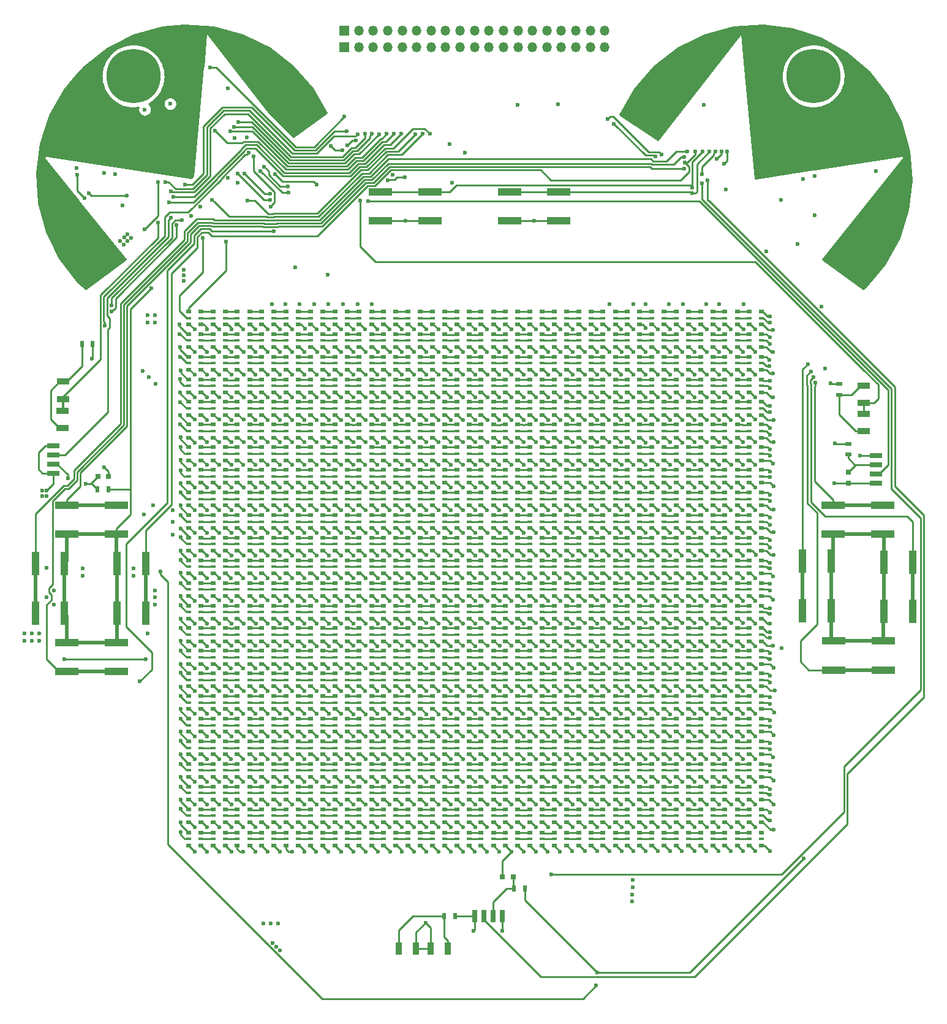
<source format=gtl>
G04 #@! TF.FileFunction,Copper,L1,Top,Signal*
%FSLAX46Y46*%
G04 Gerber Fmt 4.6, Leading zero omitted, Abs format (unit mm)*
G04 Created by KiCad (PCBNEW 4.0.6+dfsg1-1) date Thu Jun  7 22:18:20 2018*
%MOMM*%
%LPD*%
G01*
G04 APERTURE LIST*
%ADD10C,0.100000*%
%ADD11R,1.800000X0.800000*%
%ADD12R,1.350000X1.350000*%
%ADD13O,1.350000X1.350000*%
%ADD14C,7.500000*%
%ADD15R,3.200000X1.000000*%
%ADD16R,0.800000X0.500000*%
%ADD17R,0.800000X0.300000*%
%ADD18R,1.000000X3.200000*%
%ADD19R,0.500000X0.900000*%
%ADD20R,0.900000X0.500000*%
%ADD21R,0.800000X0.750000*%
%ADD22R,0.750000X0.800000*%
%ADD23R,0.800000X1.800000*%
%ADD24R,1.800000X0.830000*%
%ADD25R,0.830000X1.800000*%
%ADD26C,0.600000*%
%ADD27C,0.250000*%
%ADD28C,0.500000*%
%ADD29C,0.254000*%
G04 APERTURE END LIST*
D10*
D11*
X116980000Y-117830000D03*
X116980000Y-116560000D03*
X116980000Y-115290000D03*
X116980000Y-114020000D03*
D12*
X157175000Y-59000000D03*
D13*
X159175000Y-59000000D03*
X161175000Y-59000000D03*
X163175000Y-59000000D03*
X165175000Y-59000000D03*
X167175000Y-59000000D03*
X169175000Y-59000000D03*
X171175000Y-59000000D03*
X173175000Y-59000000D03*
X175175000Y-59000000D03*
X177175000Y-59000000D03*
X179175000Y-59000000D03*
X181175000Y-59000000D03*
X183175000Y-59000000D03*
X185175000Y-59000000D03*
X187175000Y-59000000D03*
X189175000Y-59000000D03*
X191175000Y-59000000D03*
X193175000Y-59000000D03*
D14*
X222000000Y-63000000D03*
D15*
X162200000Y-83000000D03*
X169000000Y-83000000D03*
X169000000Y-79000000D03*
X162200000Y-79000000D03*
D16*
X135650000Y-95500000D03*
D17*
X135650000Y-96400000D03*
D16*
X135650000Y-97300000D03*
X137350000Y-97300000D03*
D17*
X137350000Y-96400000D03*
D16*
X137350000Y-95500000D03*
X135650000Y-98623913D03*
D17*
X135650000Y-99523913D03*
D16*
X135650000Y-100423913D03*
X137350000Y-100423913D03*
D17*
X137350000Y-99523913D03*
D16*
X137350000Y-98623913D03*
X135650000Y-101747826D03*
D17*
X135650000Y-102647826D03*
D16*
X135650000Y-103547826D03*
X137350000Y-103547826D03*
D17*
X137350000Y-102647826D03*
D16*
X137350000Y-101747826D03*
X135650000Y-104871739D03*
D17*
X135650000Y-105771739D03*
D16*
X135650000Y-106671739D03*
X137350000Y-106671739D03*
D17*
X137350000Y-105771739D03*
D16*
X137350000Y-104871739D03*
X135650000Y-107995652D03*
D17*
X135650000Y-108895652D03*
D16*
X135650000Y-109795652D03*
X137350000Y-109795652D03*
D17*
X137350000Y-108895652D03*
D16*
X137350000Y-107995652D03*
X135650000Y-111119565D03*
D17*
X135650000Y-112019565D03*
D16*
X135650000Y-112919565D03*
X137350000Y-112919565D03*
D17*
X137350000Y-112019565D03*
D16*
X137350000Y-111119565D03*
X135650000Y-114243478D03*
D17*
X135650000Y-115143478D03*
D16*
X135650000Y-116043478D03*
X137350000Y-116043478D03*
D17*
X137350000Y-115143478D03*
D16*
X137350000Y-114243478D03*
X135650000Y-117367391D03*
D17*
X135650000Y-118267391D03*
D16*
X135650000Y-119167391D03*
X137350000Y-119167391D03*
D17*
X137350000Y-118267391D03*
D16*
X137350000Y-117367391D03*
X135650000Y-120491304D03*
D17*
X135650000Y-121391304D03*
D16*
X135650000Y-122291304D03*
X137350000Y-122291304D03*
D17*
X137350000Y-121391304D03*
D16*
X137350000Y-120491304D03*
X135650000Y-123615217D03*
D17*
X135650000Y-124515217D03*
D16*
X135650000Y-125415217D03*
X137350000Y-125415217D03*
D17*
X137350000Y-124515217D03*
D16*
X137350000Y-123615217D03*
X135650000Y-126739130D03*
D17*
X135650000Y-127639130D03*
D16*
X135650000Y-128539130D03*
X137350000Y-128539130D03*
D17*
X137350000Y-127639130D03*
D16*
X137350000Y-126739130D03*
X135650000Y-129863043D03*
D17*
X135650000Y-130763043D03*
D16*
X135650000Y-131663043D03*
X137350000Y-131663043D03*
D17*
X137350000Y-130763043D03*
D16*
X137350000Y-129863043D03*
X135650000Y-132986956D03*
D17*
X135650000Y-133886956D03*
D16*
X135650000Y-134786956D03*
X137350000Y-134786956D03*
D17*
X137350000Y-133886956D03*
D16*
X137350000Y-132986956D03*
X135650000Y-136110869D03*
D17*
X135650000Y-137010869D03*
D16*
X135650000Y-137910869D03*
X137350000Y-137910869D03*
D17*
X137350000Y-137010869D03*
D16*
X137350000Y-136110869D03*
X135650000Y-139234782D03*
D17*
X135650000Y-140134782D03*
D16*
X135650000Y-141034782D03*
X137350000Y-141034782D03*
D17*
X137350000Y-140134782D03*
D16*
X137350000Y-139234782D03*
X135650000Y-142358695D03*
D17*
X135650000Y-143258695D03*
D16*
X135650000Y-144158695D03*
X137350000Y-144158695D03*
D17*
X137350000Y-143258695D03*
D16*
X137350000Y-142358695D03*
X135650000Y-145482608D03*
D17*
X135650000Y-146382608D03*
D16*
X135650000Y-147282608D03*
X137350000Y-147282608D03*
D17*
X137350000Y-146382608D03*
D16*
X137350000Y-145482608D03*
X135650000Y-148606521D03*
D17*
X135650000Y-149506521D03*
D16*
X135650000Y-150406521D03*
X137350000Y-150406521D03*
D17*
X137350000Y-149506521D03*
D16*
X137350000Y-148606521D03*
X135650000Y-151730434D03*
D17*
X135650000Y-152630434D03*
D16*
X135650000Y-153530434D03*
X137350000Y-153530434D03*
D17*
X137350000Y-152630434D03*
D16*
X137350000Y-151730434D03*
X135650000Y-154854347D03*
D17*
X135650000Y-155754347D03*
D16*
X135650000Y-156654347D03*
X137350000Y-156654347D03*
D17*
X137350000Y-155754347D03*
D16*
X137350000Y-154854347D03*
X135650000Y-157978260D03*
D17*
X135650000Y-158878260D03*
D16*
X135650000Y-159778260D03*
X137350000Y-159778260D03*
D17*
X137350000Y-158878260D03*
D16*
X137350000Y-157978260D03*
X135650000Y-161102173D03*
D17*
X135650000Y-162002173D03*
D16*
X135650000Y-162902173D03*
X137350000Y-162902173D03*
D17*
X137350000Y-162002173D03*
D16*
X137350000Y-161102173D03*
X135650000Y-164226086D03*
D17*
X135650000Y-165126086D03*
D16*
X135650000Y-166026086D03*
X137350000Y-166026086D03*
D17*
X137350000Y-165126086D03*
D16*
X137350000Y-164226086D03*
X135650000Y-167449999D03*
D17*
X135650000Y-168349999D03*
D16*
X135650000Y-169249999D03*
X137350000Y-169249999D03*
D17*
X137350000Y-168349999D03*
D16*
X137350000Y-167449999D03*
X139019565Y-95500000D03*
D17*
X139019565Y-96400000D03*
D16*
X139019565Y-97300000D03*
X140719565Y-97300000D03*
D17*
X140719565Y-96400000D03*
D16*
X140719565Y-95500000D03*
X139019565Y-98623913D03*
D17*
X139019565Y-99523913D03*
D16*
X139019565Y-100423913D03*
X140719565Y-100423913D03*
D17*
X140719565Y-99523913D03*
D16*
X140719565Y-98623913D03*
X139019565Y-101747826D03*
D17*
X139019565Y-102647826D03*
D16*
X139019565Y-103547826D03*
X140719565Y-103547826D03*
D17*
X140719565Y-102647826D03*
D16*
X140719565Y-101747826D03*
X139019565Y-104871739D03*
D17*
X139019565Y-105771739D03*
D16*
X139019565Y-106671739D03*
X140719565Y-106671739D03*
D17*
X140719565Y-105771739D03*
D16*
X140719565Y-104871739D03*
X139019565Y-107995652D03*
D17*
X139019565Y-108895652D03*
D16*
X139019565Y-109795652D03*
X140719565Y-109795652D03*
D17*
X140719565Y-108895652D03*
D16*
X140719565Y-107995652D03*
X139019565Y-111119565D03*
D17*
X139019565Y-112019565D03*
D16*
X139019565Y-112919565D03*
X140719565Y-112919565D03*
D17*
X140719565Y-112019565D03*
D16*
X140719565Y-111119565D03*
X139019565Y-114243478D03*
D17*
X139019565Y-115143478D03*
D16*
X139019565Y-116043478D03*
X140719565Y-116043478D03*
D17*
X140719565Y-115143478D03*
D16*
X140719565Y-114243478D03*
X139019565Y-117367391D03*
D17*
X139019565Y-118267391D03*
D16*
X139019565Y-119167391D03*
X140719565Y-119167391D03*
D17*
X140719565Y-118267391D03*
D16*
X140719565Y-117367391D03*
X139019565Y-120491304D03*
D17*
X139019565Y-121391304D03*
D16*
X139019565Y-122291304D03*
X140719565Y-122291304D03*
D17*
X140719565Y-121391304D03*
D16*
X140719565Y-120491304D03*
X139019565Y-123615217D03*
D17*
X139019565Y-124515217D03*
D16*
X139019565Y-125415217D03*
X140719565Y-125415217D03*
D17*
X140719565Y-124515217D03*
D16*
X140719565Y-123615217D03*
X139019565Y-126739130D03*
D17*
X139019565Y-127639130D03*
D16*
X139019565Y-128539130D03*
X140719565Y-128539130D03*
D17*
X140719565Y-127639130D03*
D16*
X140719565Y-126739130D03*
X139019565Y-129863043D03*
D17*
X139019565Y-130763043D03*
D16*
X139019565Y-131663043D03*
X140719565Y-131663043D03*
D17*
X140719565Y-130763043D03*
D16*
X140719565Y-129863043D03*
X139019565Y-132986956D03*
D17*
X139019565Y-133886956D03*
D16*
X139019565Y-134786956D03*
X140719565Y-134786956D03*
D17*
X140719565Y-133886956D03*
D16*
X140719565Y-132986956D03*
X139019565Y-136110869D03*
D17*
X139019565Y-137010869D03*
D16*
X139019565Y-137910869D03*
X140719565Y-137910869D03*
D17*
X140719565Y-137010869D03*
D16*
X140719565Y-136110869D03*
X139019565Y-139234782D03*
D17*
X139019565Y-140134782D03*
D16*
X139019565Y-141034782D03*
X140719565Y-141034782D03*
D17*
X140719565Y-140134782D03*
D16*
X140719565Y-139234782D03*
X139019565Y-142358695D03*
D17*
X139019565Y-143258695D03*
D16*
X139019565Y-144158695D03*
X140719565Y-144158695D03*
D17*
X140719565Y-143258695D03*
D16*
X140719565Y-142358695D03*
X139019565Y-145482608D03*
D17*
X139019565Y-146382608D03*
D16*
X139019565Y-147282608D03*
X140719565Y-147282608D03*
D17*
X140719565Y-146382608D03*
D16*
X140719565Y-145482608D03*
X139019565Y-148606521D03*
D17*
X139019565Y-149506521D03*
D16*
X139019565Y-150406521D03*
X140719565Y-150406521D03*
D17*
X140719565Y-149506521D03*
D16*
X140719565Y-148606521D03*
X139019565Y-151730434D03*
D17*
X139019565Y-152630434D03*
D16*
X139019565Y-153530434D03*
X140719565Y-153530434D03*
D17*
X140719565Y-152630434D03*
D16*
X140719565Y-151730434D03*
X139019565Y-154854347D03*
D17*
X139019565Y-155754347D03*
D16*
X139019565Y-156654347D03*
X140719565Y-156654347D03*
D17*
X140719565Y-155754347D03*
D16*
X140719565Y-154854347D03*
X139019565Y-157978260D03*
D17*
X139019565Y-158878260D03*
D16*
X139019565Y-159778260D03*
X140719565Y-159778260D03*
D17*
X140719565Y-158878260D03*
D16*
X140719565Y-157978260D03*
X139019565Y-161102173D03*
D17*
X139019565Y-162002173D03*
D16*
X139019565Y-162902173D03*
X140719565Y-162902173D03*
D17*
X140719565Y-162002173D03*
D16*
X140719565Y-161102173D03*
X139019565Y-164226086D03*
D17*
X139019565Y-165126086D03*
D16*
X139019565Y-166026086D03*
X140719565Y-166026086D03*
D17*
X140719565Y-165126086D03*
D16*
X140719565Y-164226086D03*
X139019565Y-167449999D03*
D17*
X139019565Y-168349999D03*
D16*
X139019565Y-169249999D03*
X140719565Y-169249999D03*
D17*
X140719565Y-168349999D03*
D16*
X140719565Y-167449999D03*
X142389130Y-95500000D03*
D17*
X142389130Y-96400000D03*
D16*
X142389130Y-97300000D03*
X144089130Y-97300000D03*
D17*
X144089130Y-96400000D03*
D16*
X144089130Y-95500000D03*
X142389130Y-98623913D03*
D17*
X142389130Y-99523913D03*
D16*
X142389130Y-100423913D03*
X144089130Y-100423913D03*
D17*
X144089130Y-99523913D03*
D16*
X144089130Y-98623913D03*
X142389130Y-101747826D03*
D17*
X142389130Y-102647826D03*
D16*
X142389130Y-103547826D03*
X144089130Y-103547826D03*
D17*
X144089130Y-102647826D03*
D16*
X144089130Y-101747826D03*
X142389130Y-104871739D03*
D17*
X142389130Y-105771739D03*
D16*
X142389130Y-106671739D03*
X144089130Y-106671739D03*
D17*
X144089130Y-105771739D03*
D16*
X144089130Y-104871739D03*
X142389130Y-107995652D03*
D17*
X142389130Y-108895652D03*
D16*
X142389130Y-109795652D03*
X144089130Y-109795652D03*
D17*
X144089130Y-108895652D03*
D16*
X144089130Y-107995652D03*
X142389130Y-111119565D03*
D17*
X142389130Y-112019565D03*
D16*
X142389130Y-112919565D03*
X144089130Y-112919565D03*
D17*
X144089130Y-112019565D03*
D16*
X144089130Y-111119565D03*
X142389130Y-114243478D03*
D17*
X142389130Y-115143478D03*
D16*
X142389130Y-116043478D03*
X144089130Y-116043478D03*
D17*
X144089130Y-115143478D03*
D16*
X144089130Y-114243478D03*
X142389130Y-117367391D03*
D17*
X142389130Y-118267391D03*
D16*
X142389130Y-119167391D03*
X144089130Y-119167391D03*
D17*
X144089130Y-118267391D03*
D16*
X144089130Y-117367391D03*
X142389130Y-120491304D03*
D17*
X142389130Y-121391304D03*
D16*
X142389130Y-122291304D03*
X144089130Y-122291304D03*
D17*
X144089130Y-121391304D03*
D16*
X144089130Y-120491304D03*
X142389130Y-123615217D03*
D17*
X142389130Y-124515217D03*
D16*
X142389130Y-125415217D03*
X144089130Y-125415217D03*
D17*
X144089130Y-124515217D03*
D16*
X144089130Y-123615217D03*
X142389130Y-126739130D03*
D17*
X142389130Y-127639130D03*
D16*
X142389130Y-128539130D03*
X144089130Y-128539130D03*
D17*
X144089130Y-127639130D03*
D16*
X144089130Y-126739130D03*
X142389130Y-129863043D03*
D17*
X142389130Y-130763043D03*
D16*
X142389130Y-131663043D03*
X144089130Y-131663043D03*
D17*
X144089130Y-130763043D03*
D16*
X144089130Y-129863043D03*
X142389130Y-132986956D03*
D17*
X142389130Y-133886956D03*
D16*
X142389130Y-134786956D03*
X144089130Y-134786956D03*
D17*
X144089130Y-133886956D03*
D16*
X144089130Y-132986956D03*
X142389130Y-136110869D03*
D17*
X142389130Y-137010869D03*
D16*
X142389130Y-137910869D03*
X144089130Y-137910869D03*
D17*
X144089130Y-137010869D03*
D16*
X144089130Y-136110869D03*
X142389130Y-139234782D03*
D17*
X142389130Y-140134782D03*
D16*
X142389130Y-141034782D03*
X144089130Y-141034782D03*
D17*
X144089130Y-140134782D03*
D16*
X144089130Y-139234782D03*
X142389130Y-142358695D03*
D17*
X142389130Y-143258695D03*
D16*
X142389130Y-144158695D03*
X144089130Y-144158695D03*
D17*
X144089130Y-143258695D03*
D16*
X144089130Y-142358695D03*
X142389130Y-145482608D03*
D17*
X142389130Y-146382608D03*
D16*
X142389130Y-147282608D03*
X144089130Y-147282608D03*
D17*
X144089130Y-146382608D03*
D16*
X144089130Y-145482608D03*
X142389130Y-148606521D03*
D17*
X142389130Y-149506521D03*
D16*
X142389130Y-150406521D03*
X144089130Y-150406521D03*
D17*
X144089130Y-149506521D03*
D16*
X144089130Y-148606521D03*
X142389130Y-151730434D03*
D17*
X142389130Y-152630434D03*
D16*
X142389130Y-153530434D03*
X144089130Y-153530434D03*
D17*
X144089130Y-152630434D03*
D16*
X144089130Y-151730434D03*
X142389130Y-154854347D03*
D17*
X142389130Y-155754347D03*
D16*
X142389130Y-156654347D03*
X144089130Y-156654347D03*
D17*
X144089130Y-155754347D03*
D16*
X144089130Y-154854347D03*
X142389130Y-157978260D03*
D17*
X142389130Y-158878260D03*
D16*
X142389130Y-159778260D03*
X144089130Y-159778260D03*
D17*
X144089130Y-158878260D03*
D16*
X144089130Y-157978260D03*
X142389130Y-161102173D03*
D17*
X142389130Y-162002173D03*
D16*
X142389130Y-162902173D03*
X144089130Y-162902173D03*
D17*
X144089130Y-162002173D03*
D16*
X144089130Y-161102173D03*
X142389130Y-164226086D03*
D17*
X142389130Y-165126086D03*
D16*
X142389130Y-166026086D03*
X144089130Y-166026086D03*
D17*
X144089130Y-165126086D03*
D16*
X144089130Y-164226086D03*
X142389130Y-167449999D03*
D17*
X142389130Y-168349999D03*
D16*
X142389130Y-169249999D03*
X144089130Y-169249999D03*
D17*
X144089130Y-168349999D03*
D16*
X144089130Y-167449999D03*
X145758695Y-95500000D03*
D17*
X145758695Y-96400000D03*
D16*
X145758695Y-97300000D03*
X147458695Y-97300000D03*
D17*
X147458695Y-96400000D03*
D16*
X147458695Y-95500000D03*
X145758695Y-98623913D03*
D17*
X145758695Y-99523913D03*
D16*
X145758695Y-100423913D03*
X147458695Y-100423913D03*
D17*
X147458695Y-99523913D03*
D16*
X147458695Y-98623913D03*
X145758695Y-101747826D03*
D17*
X145758695Y-102647826D03*
D16*
X145758695Y-103547826D03*
X147458695Y-103547826D03*
D17*
X147458695Y-102647826D03*
D16*
X147458695Y-101747826D03*
X145758695Y-104871739D03*
D17*
X145758695Y-105771739D03*
D16*
X145758695Y-106671739D03*
X147458695Y-106671739D03*
D17*
X147458695Y-105771739D03*
D16*
X147458695Y-104871739D03*
X145758695Y-107995652D03*
D17*
X145758695Y-108895652D03*
D16*
X145758695Y-109795652D03*
X147458695Y-109795652D03*
D17*
X147458695Y-108895652D03*
D16*
X147458695Y-107995652D03*
X145758695Y-111119565D03*
D17*
X145758695Y-112019565D03*
D16*
X145758695Y-112919565D03*
X147458695Y-112919565D03*
D17*
X147458695Y-112019565D03*
D16*
X147458695Y-111119565D03*
X145758695Y-114243478D03*
D17*
X145758695Y-115143478D03*
D16*
X145758695Y-116043478D03*
X147458695Y-116043478D03*
D17*
X147458695Y-115143478D03*
D16*
X147458695Y-114243478D03*
X145758695Y-117367391D03*
D17*
X145758695Y-118267391D03*
D16*
X145758695Y-119167391D03*
X147458695Y-119167391D03*
D17*
X147458695Y-118267391D03*
D16*
X147458695Y-117367391D03*
X145758695Y-120491304D03*
D17*
X145758695Y-121391304D03*
D16*
X145758695Y-122291304D03*
X147458695Y-122291304D03*
D17*
X147458695Y-121391304D03*
D16*
X147458695Y-120491304D03*
X145758695Y-123615217D03*
D17*
X145758695Y-124515217D03*
D16*
X145758695Y-125415217D03*
X147458695Y-125415217D03*
D17*
X147458695Y-124515217D03*
D16*
X147458695Y-123615217D03*
X145758695Y-126739130D03*
D17*
X145758695Y-127639130D03*
D16*
X145758695Y-128539130D03*
X147458695Y-128539130D03*
D17*
X147458695Y-127639130D03*
D16*
X147458695Y-126739130D03*
X145758695Y-129863043D03*
D17*
X145758695Y-130763043D03*
D16*
X145758695Y-131663043D03*
X147458695Y-131663043D03*
D17*
X147458695Y-130763043D03*
D16*
X147458695Y-129863043D03*
X145758695Y-132986956D03*
D17*
X145758695Y-133886956D03*
D16*
X145758695Y-134786956D03*
X147458695Y-134786956D03*
D17*
X147458695Y-133886956D03*
D16*
X147458695Y-132986956D03*
X145758695Y-136110869D03*
D17*
X145758695Y-137010869D03*
D16*
X145758695Y-137910869D03*
X147458695Y-137910869D03*
D17*
X147458695Y-137010869D03*
D16*
X147458695Y-136110869D03*
X145758695Y-139234782D03*
D17*
X145758695Y-140134782D03*
D16*
X145758695Y-141034782D03*
X147458695Y-141034782D03*
D17*
X147458695Y-140134782D03*
D16*
X147458695Y-139234782D03*
X145758695Y-142358695D03*
D17*
X145758695Y-143258695D03*
D16*
X145758695Y-144158695D03*
X147458695Y-144158695D03*
D17*
X147458695Y-143258695D03*
D16*
X147458695Y-142358695D03*
X145758695Y-145482608D03*
D17*
X145758695Y-146382608D03*
D16*
X145758695Y-147282608D03*
X147458695Y-147282608D03*
D17*
X147458695Y-146382608D03*
D16*
X147458695Y-145482608D03*
X145758695Y-148606521D03*
D17*
X145758695Y-149506521D03*
D16*
X145758695Y-150406521D03*
X147458695Y-150406521D03*
D17*
X147458695Y-149506521D03*
D16*
X147458695Y-148606521D03*
X145758695Y-151730434D03*
D17*
X145758695Y-152630434D03*
D16*
X145758695Y-153530434D03*
X147458695Y-153530434D03*
D17*
X147458695Y-152630434D03*
D16*
X147458695Y-151730434D03*
X145758695Y-154854347D03*
D17*
X145758695Y-155754347D03*
D16*
X145758695Y-156654347D03*
X147458695Y-156654347D03*
D17*
X147458695Y-155754347D03*
D16*
X147458695Y-154854347D03*
X145758695Y-157978260D03*
D17*
X145758695Y-158878260D03*
D16*
X145758695Y-159778260D03*
X147458695Y-159778260D03*
D17*
X147458695Y-158878260D03*
D16*
X147458695Y-157978260D03*
X145758695Y-161102173D03*
D17*
X145758695Y-162002173D03*
D16*
X145758695Y-162902173D03*
X147458695Y-162902173D03*
D17*
X147458695Y-162002173D03*
D16*
X147458695Y-161102173D03*
X145758695Y-164226086D03*
D17*
X145758695Y-165126086D03*
D16*
X145758695Y-166026086D03*
X147458695Y-166026086D03*
D17*
X147458695Y-165126086D03*
D16*
X147458695Y-164226086D03*
X145758695Y-167449999D03*
D17*
X145758695Y-168349999D03*
D16*
X145758695Y-169249999D03*
X147458695Y-169249999D03*
D17*
X147458695Y-168349999D03*
D16*
X147458695Y-167449999D03*
X149128260Y-95500000D03*
D17*
X149128260Y-96400000D03*
D16*
X149128260Y-97300000D03*
X150828260Y-97300000D03*
D17*
X150828260Y-96400000D03*
D16*
X150828260Y-95500000D03*
X149128260Y-98623913D03*
D17*
X149128260Y-99523913D03*
D16*
X149128260Y-100423913D03*
X150828260Y-100423913D03*
D17*
X150828260Y-99523913D03*
D16*
X150828260Y-98623913D03*
X149128260Y-101747826D03*
D17*
X149128260Y-102647826D03*
D16*
X149128260Y-103547826D03*
X150828260Y-103547826D03*
D17*
X150828260Y-102647826D03*
D16*
X150828260Y-101747826D03*
X149128260Y-104871739D03*
D17*
X149128260Y-105771739D03*
D16*
X149128260Y-106671739D03*
X150828260Y-106671739D03*
D17*
X150828260Y-105771739D03*
D16*
X150828260Y-104871739D03*
X149128260Y-107995652D03*
D17*
X149128260Y-108895652D03*
D16*
X149128260Y-109795652D03*
X150828260Y-109795652D03*
D17*
X150828260Y-108895652D03*
D16*
X150828260Y-107995652D03*
X149128260Y-111119565D03*
D17*
X149128260Y-112019565D03*
D16*
X149128260Y-112919565D03*
X150828260Y-112919565D03*
D17*
X150828260Y-112019565D03*
D16*
X150828260Y-111119565D03*
X149128260Y-114243478D03*
D17*
X149128260Y-115143478D03*
D16*
X149128260Y-116043478D03*
X150828260Y-116043478D03*
D17*
X150828260Y-115143478D03*
D16*
X150828260Y-114243478D03*
X149128260Y-117367391D03*
D17*
X149128260Y-118267391D03*
D16*
X149128260Y-119167391D03*
X150828260Y-119167391D03*
D17*
X150828260Y-118267391D03*
D16*
X150828260Y-117367391D03*
X149128260Y-120491304D03*
D17*
X149128260Y-121391304D03*
D16*
X149128260Y-122291304D03*
X150828260Y-122291304D03*
D17*
X150828260Y-121391304D03*
D16*
X150828260Y-120491304D03*
X149128260Y-123615217D03*
D17*
X149128260Y-124515217D03*
D16*
X149128260Y-125415217D03*
X150828260Y-125415217D03*
D17*
X150828260Y-124515217D03*
D16*
X150828260Y-123615217D03*
X149128260Y-126739130D03*
D17*
X149128260Y-127639130D03*
D16*
X149128260Y-128539130D03*
X150828260Y-128539130D03*
D17*
X150828260Y-127639130D03*
D16*
X150828260Y-126739130D03*
X149128260Y-129863043D03*
D17*
X149128260Y-130763043D03*
D16*
X149128260Y-131663043D03*
X150828260Y-131663043D03*
D17*
X150828260Y-130763043D03*
D16*
X150828260Y-129863043D03*
X149128260Y-132986956D03*
D17*
X149128260Y-133886956D03*
D16*
X149128260Y-134786956D03*
X150828260Y-134786956D03*
D17*
X150828260Y-133886956D03*
D16*
X150828260Y-132986956D03*
X149128260Y-136110869D03*
D17*
X149128260Y-137010869D03*
D16*
X149128260Y-137910869D03*
X150828260Y-137910869D03*
D17*
X150828260Y-137010869D03*
D16*
X150828260Y-136110869D03*
X149128260Y-139234782D03*
D17*
X149128260Y-140134782D03*
D16*
X149128260Y-141034782D03*
X150828260Y-141034782D03*
D17*
X150828260Y-140134782D03*
D16*
X150828260Y-139234782D03*
X149128260Y-142358695D03*
D17*
X149128260Y-143258695D03*
D16*
X149128260Y-144158695D03*
X150828260Y-144158695D03*
D17*
X150828260Y-143258695D03*
D16*
X150828260Y-142358695D03*
X149128260Y-145482608D03*
D17*
X149128260Y-146382608D03*
D16*
X149128260Y-147282608D03*
X150828260Y-147282608D03*
D17*
X150828260Y-146382608D03*
D16*
X150828260Y-145482608D03*
X149128260Y-148606521D03*
D17*
X149128260Y-149506521D03*
D16*
X149128260Y-150406521D03*
X150828260Y-150406521D03*
D17*
X150828260Y-149506521D03*
D16*
X150828260Y-148606521D03*
X149128260Y-151730434D03*
D17*
X149128260Y-152630434D03*
D16*
X149128260Y-153530434D03*
X150828260Y-153530434D03*
D17*
X150828260Y-152630434D03*
D16*
X150828260Y-151730434D03*
X149128260Y-154854347D03*
D17*
X149128260Y-155754347D03*
D16*
X149128260Y-156654347D03*
X150828260Y-156654347D03*
D17*
X150828260Y-155754347D03*
D16*
X150828260Y-154854347D03*
X149128260Y-157978260D03*
D17*
X149128260Y-158878260D03*
D16*
X149128260Y-159778260D03*
X150828260Y-159778260D03*
D17*
X150828260Y-158878260D03*
D16*
X150828260Y-157978260D03*
X149128260Y-161102173D03*
D17*
X149128260Y-162002173D03*
D16*
X149128260Y-162902173D03*
X150828260Y-162902173D03*
D17*
X150828260Y-162002173D03*
D16*
X150828260Y-161102173D03*
X149128260Y-164226086D03*
D17*
X149128260Y-165126086D03*
D16*
X149128260Y-166026086D03*
X150828260Y-166026086D03*
D17*
X150828260Y-165126086D03*
D16*
X150828260Y-164226086D03*
X149128260Y-167449999D03*
D17*
X149128260Y-168349999D03*
D16*
X149128260Y-169249999D03*
X150828260Y-169249999D03*
D17*
X150828260Y-168349999D03*
D16*
X150828260Y-167449999D03*
X152497825Y-95500000D03*
D17*
X152497825Y-96400000D03*
D16*
X152497825Y-97300000D03*
X154197825Y-97300000D03*
D17*
X154197825Y-96400000D03*
D16*
X154197825Y-95500000D03*
X152497825Y-98623913D03*
D17*
X152497825Y-99523913D03*
D16*
X152497825Y-100423913D03*
X154197825Y-100423913D03*
D17*
X154197825Y-99523913D03*
D16*
X154197825Y-98623913D03*
X152497825Y-101747826D03*
D17*
X152497825Y-102647826D03*
D16*
X152497825Y-103547826D03*
X154197825Y-103547826D03*
D17*
X154197825Y-102647826D03*
D16*
X154197825Y-101747826D03*
X152497825Y-104871739D03*
D17*
X152497825Y-105771739D03*
D16*
X152497825Y-106671739D03*
X154197825Y-106671739D03*
D17*
X154197825Y-105771739D03*
D16*
X154197825Y-104871739D03*
X152497825Y-107995652D03*
D17*
X152497825Y-108895652D03*
D16*
X152497825Y-109795652D03*
X154197825Y-109795652D03*
D17*
X154197825Y-108895652D03*
D16*
X154197825Y-107995652D03*
X152497825Y-111119565D03*
D17*
X152497825Y-112019565D03*
D16*
X152497825Y-112919565D03*
X154197825Y-112919565D03*
D17*
X154197825Y-112019565D03*
D16*
X154197825Y-111119565D03*
X152497825Y-114243478D03*
D17*
X152497825Y-115143478D03*
D16*
X152497825Y-116043478D03*
X154197825Y-116043478D03*
D17*
X154197825Y-115143478D03*
D16*
X154197825Y-114243478D03*
X152497825Y-117367391D03*
D17*
X152497825Y-118267391D03*
D16*
X152497825Y-119167391D03*
X154197825Y-119167391D03*
D17*
X154197825Y-118267391D03*
D16*
X154197825Y-117367391D03*
X152497825Y-120491304D03*
D17*
X152497825Y-121391304D03*
D16*
X152497825Y-122291304D03*
X154197825Y-122291304D03*
D17*
X154197825Y-121391304D03*
D16*
X154197825Y-120491304D03*
X152497825Y-123615217D03*
D17*
X152497825Y-124515217D03*
D16*
X152497825Y-125415217D03*
X154197825Y-125415217D03*
D17*
X154197825Y-124515217D03*
D16*
X154197825Y-123615217D03*
X152497825Y-126739130D03*
D17*
X152497825Y-127639130D03*
D16*
X152497825Y-128539130D03*
X154197825Y-128539130D03*
D17*
X154197825Y-127639130D03*
D16*
X154197825Y-126739130D03*
X152497825Y-129863043D03*
D17*
X152497825Y-130763043D03*
D16*
X152497825Y-131663043D03*
X154197825Y-131663043D03*
D17*
X154197825Y-130763043D03*
D16*
X154197825Y-129863043D03*
X152497825Y-132986956D03*
D17*
X152497825Y-133886956D03*
D16*
X152497825Y-134786956D03*
X154197825Y-134786956D03*
D17*
X154197825Y-133886956D03*
D16*
X154197825Y-132986956D03*
X152497825Y-136110869D03*
D17*
X152497825Y-137010869D03*
D16*
X152497825Y-137910869D03*
X154197825Y-137910869D03*
D17*
X154197825Y-137010869D03*
D16*
X154197825Y-136110869D03*
X152497825Y-139234782D03*
D17*
X152497825Y-140134782D03*
D16*
X152497825Y-141034782D03*
X154197825Y-141034782D03*
D17*
X154197825Y-140134782D03*
D16*
X154197825Y-139234782D03*
X152497825Y-142358695D03*
D17*
X152497825Y-143258695D03*
D16*
X152497825Y-144158695D03*
X154197825Y-144158695D03*
D17*
X154197825Y-143258695D03*
D16*
X154197825Y-142358695D03*
X152497825Y-145482608D03*
D17*
X152497825Y-146382608D03*
D16*
X152497825Y-147282608D03*
X154197825Y-147282608D03*
D17*
X154197825Y-146382608D03*
D16*
X154197825Y-145482608D03*
X152497825Y-148606521D03*
D17*
X152497825Y-149506521D03*
D16*
X152497825Y-150406521D03*
X154197825Y-150406521D03*
D17*
X154197825Y-149506521D03*
D16*
X154197825Y-148606521D03*
X152497825Y-151730434D03*
D17*
X152497825Y-152630434D03*
D16*
X152497825Y-153530434D03*
X154197825Y-153530434D03*
D17*
X154197825Y-152630434D03*
D16*
X154197825Y-151730434D03*
X152497825Y-154854347D03*
D17*
X152497825Y-155754347D03*
D16*
X152497825Y-156654347D03*
X154197825Y-156654347D03*
D17*
X154197825Y-155754347D03*
D16*
X154197825Y-154854347D03*
X152497825Y-157978260D03*
D17*
X152497825Y-158878260D03*
D16*
X152497825Y-159778260D03*
X154197825Y-159778260D03*
D17*
X154197825Y-158878260D03*
D16*
X154197825Y-157978260D03*
X152497825Y-161102173D03*
D17*
X152497825Y-162002173D03*
D16*
X152497825Y-162902173D03*
X154197825Y-162902173D03*
D17*
X154197825Y-162002173D03*
D16*
X154197825Y-161102173D03*
X152497825Y-164226086D03*
D17*
X152497825Y-165126086D03*
D16*
X152497825Y-166026086D03*
X154197825Y-166026086D03*
D17*
X154197825Y-165126086D03*
D16*
X154197825Y-164226086D03*
X152497825Y-167449999D03*
D17*
X152497825Y-168349999D03*
D16*
X152497825Y-169249999D03*
X154197825Y-169249999D03*
D17*
X154197825Y-168349999D03*
D16*
X154197825Y-167449999D03*
X155867390Y-95500000D03*
D17*
X155867390Y-96400000D03*
D16*
X155867390Y-97300000D03*
X157567390Y-97300000D03*
D17*
X157567390Y-96400000D03*
D16*
X157567390Y-95500000D03*
X155867390Y-98623913D03*
D17*
X155867390Y-99523913D03*
D16*
X155867390Y-100423913D03*
X157567390Y-100423913D03*
D17*
X157567390Y-99523913D03*
D16*
X157567390Y-98623913D03*
X155867390Y-101747826D03*
D17*
X155867390Y-102647826D03*
D16*
X155867390Y-103547826D03*
X157567390Y-103547826D03*
D17*
X157567390Y-102647826D03*
D16*
X157567390Y-101747826D03*
X155867390Y-104871739D03*
D17*
X155867390Y-105771739D03*
D16*
X155867390Y-106671739D03*
X157567390Y-106671739D03*
D17*
X157567390Y-105771739D03*
D16*
X157567390Y-104871739D03*
X155867390Y-107995652D03*
D17*
X155867390Y-108895652D03*
D16*
X155867390Y-109795652D03*
X157567390Y-109795652D03*
D17*
X157567390Y-108895652D03*
D16*
X157567390Y-107995652D03*
X155867390Y-111119565D03*
D17*
X155867390Y-112019565D03*
D16*
X155867390Y-112919565D03*
X157567390Y-112919565D03*
D17*
X157567390Y-112019565D03*
D16*
X157567390Y-111119565D03*
X155867390Y-114243478D03*
D17*
X155867390Y-115143478D03*
D16*
X155867390Y-116043478D03*
X157567390Y-116043478D03*
D17*
X157567390Y-115143478D03*
D16*
X157567390Y-114243478D03*
X155867390Y-117367391D03*
D17*
X155867390Y-118267391D03*
D16*
X155867390Y-119167391D03*
X157567390Y-119167391D03*
D17*
X157567390Y-118267391D03*
D16*
X157567390Y-117367391D03*
X155867390Y-120491304D03*
D17*
X155867390Y-121391304D03*
D16*
X155867390Y-122291304D03*
X157567390Y-122291304D03*
D17*
X157567390Y-121391304D03*
D16*
X157567390Y-120491304D03*
X155867390Y-123615217D03*
D17*
X155867390Y-124515217D03*
D16*
X155867390Y-125415217D03*
X157567390Y-125415217D03*
D17*
X157567390Y-124515217D03*
D16*
X157567390Y-123615217D03*
X155867390Y-126739130D03*
D17*
X155867390Y-127639130D03*
D16*
X155867390Y-128539130D03*
X157567390Y-128539130D03*
D17*
X157567390Y-127639130D03*
D16*
X157567390Y-126739130D03*
X155867390Y-129863043D03*
D17*
X155867390Y-130763043D03*
D16*
X155867390Y-131663043D03*
X157567390Y-131663043D03*
D17*
X157567390Y-130763043D03*
D16*
X157567390Y-129863043D03*
X155867390Y-132986956D03*
D17*
X155867390Y-133886956D03*
D16*
X155867390Y-134786956D03*
X157567390Y-134786956D03*
D17*
X157567390Y-133886956D03*
D16*
X157567390Y-132986956D03*
X155867390Y-136110869D03*
D17*
X155867390Y-137010869D03*
D16*
X155867390Y-137910869D03*
X157567390Y-137910869D03*
D17*
X157567390Y-137010869D03*
D16*
X157567390Y-136110869D03*
X155867390Y-139234782D03*
D17*
X155867390Y-140134782D03*
D16*
X155867390Y-141034782D03*
X157567390Y-141034782D03*
D17*
X157567390Y-140134782D03*
D16*
X157567390Y-139234782D03*
X155867390Y-142358695D03*
D17*
X155867390Y-143258695D03*
D16*
X155867390Y-144158695D03*
X157567390Y-144158695D03*
D17*
X157567390Y-143258695D03*
D16*
X157567390Y-142358695D03*
X155867390Y-145482608D03*
D17*
X155867390Y-146382608D03*
D16*
X155867390Y-147282608D03*
X157567390Y-147282608D03*
D17*
X157567390Y-146382608D03*
D16*
X157567390Y-145482608D03*
X155867390Y-148606521D03*
D17*
X155867390Y-149506521D03*
D16*
X155867390Y-150406521D03*
X157567390Y-150406521D03*
D17*
X157567390Y-149506521D03*
D16*
X157567390Y-148606521D03*
X155867390Y-151730434D03*
D17*
X155867390Y-152630434D03*
D16*
X155867390Y-153530434D03*
X157567390Y-153530434D03*
D17*
X157567390Y-152630434D03*
D16*
X157567390Y-151730434D03*
X155867390Y-154854347D03*
D17*
X155867390Y-155754347D03*
D16*
X155867390Y-156654347D03*
X157567390Y-156654347D03*
D17*
X157567390Y-155754347D03*
D16*
X157567390Y-154854347D03*
X155867390Y-157978260D03*
D17*
X155867390Y-158878260D03*
D16*
X155867390Y-159778260D03*
X157567390Y-159778260D03*
D17*
X157567390Y-158878260D03*
D16*
X157567390Y-157978260D03*
X155867390Y-161102173D03*
D17*
X155867390Y-162002173D03*
D16*
X155867390Y-162902173D03*
X157567390Y-162902173D03*
D17*
X157567390Y-162002173D03*
D16*
X157567390Y-161102173D03*
X155867390Y-164226086D03*
D17*
X155867390Y-165126086D03*
D16*
X155867390Y-166026086D03*
X157567390Y-166026086D03*
D17*
X157567390Y-165126086D03*
D16*
X157567390Y-164226086D03*
X155867390Y-167449999D03*
D17*
X155867390Y-168349999D03*
D16*
X155867390Y-169249999D03*
X157567390Y-169249999D03*
D17*
X157567390Y-168349999D03*
D16*
X157567390Y-167449999D03*
X159236955Y-95500000D03*
D17*
X159236955Y-96400000D03*
D16*
X159236955Y-97300000D03*
X160936955Y-97300000D03*
D17*
X160936955Y-96400000D03*
D16*
X160936955Y-95500000D03*
X159236955Y-98623913D03*
D17*
X159236955Y-99523913D03*
D16*
X159236955Y-100423913D03*
X160936955Y-100423913D03*
D17*
X160936955Y-99523913D03*
D16*
X160936955Y-98623913D03*
X159236955Y-101747826D03*
D17*
X159236955Y-102647826D03*
D16*
X159236955Y-103547826D03*
X160936955Y-103547826D03*
D17*
X160936955Y-102647826D03*
D16*
X160936955Y-101747826D03*
X159236955Y-104871739D03*
D17*
X159236955Y-105771739D03*
D16*
X159236955Y-106671739D03*
X160936955Y-106671739D03*
D17*
X160936955Y-105771739D03*
D16*
X160936955Y-104871739D03*
X159236955Y-107995652D03*
D17*
X159236955Y-108895652D03*
D16*
X159236955Y-109795652D03*
X160936955Y-109795652D03*
D17*
X160936955Y-108895652D03*
D16*
X160936955Y-107995652D03*
X159236955Y-111119565D03*
D17*
X159236955Y-112019565D03*
D16*
X159236955Y-112919565D03*
X160936955Y-112919565D03*
D17*
X160936955Y-112019565D03*
D16*
X160936955Y-111119565D03*
X159236955Y-114243478D03*
D17*
X159236955Y-115143478D03*
D16*
X159236955Y-116043478D03*
X160936955Y-116043478D03*
D17*
X160936955Y-115143478D03*
D16*
X160936955Y-114243478D03*
X159236955Y-117367391D03*
D17*
X159236955Y-118267391D03*
D16*
X159236955Y-119167391D03*
X160936955Y-119167391D03*
D17*
X160936955Y-118267391D03*
D16*
X160936955Y-117367391D03*
X159236955Y-120491304D03*
D17*
X159236955Y-121391304D03*
D16*
X159236955Y-122291304D03*
X160936955Y-122291304D03*
D17*
X160936955Y-121391304D03*
D16*
X160936955Y-120491304D03*
X159236955Y-123615217D03*
D17*
X159236955Y-124515217D03*
D16*
X159236955Y-125415217D03*
X160936955Y-125415217D03*
D17*
X160936955Y-124515217D03*
D16*
X160936955Y-123615217D03*
X159236955Y-126739130D03*
D17*
X159236955Y-127639130D03*
D16*
X159236955Y-128539130D03*
X160936955Y-128539130D03*
D17*
X160936955Y-127639130D03*
D16*
X160936955Y-126739130D03*
X159236955Y-129863043D03*
D17*
X159236955Y-130763043D03*
D16*
X159236955Y-131663043D03*
X160936955Y-131663043D03*
D17*
X160936955Y-130763043D03*
D16*
X160936955Y-129863043D03*
X159236955Y-132986956D03*
D17*
X159236955Y-133886956D03*
D16*
X159236955Y-134786956D03*
X160936955Y-134786956D03*
D17*
X160936955Y-133886956D03*
D16*
X160936955Y-132986956D03*
X159236955Y-136110869D03*
D17*
X159236955Y-137010869D03*
D16*
X159236955Y-137910869D03*
X160936955Y-137910869D03*
D17*
X160936955Y-137010869D03*
D16*
X160936955Y-136110869D03*
X159236955Y-139234782D03*
D17*
X159236955Y-140134782D03*
D16*
X159236955Y-141034782D03*
X160936955Y-141034782D03*
D17*
X160936955Y-140134782D03*
D16*
X160936955Y-139234782D03*
X159236955Y-142358695D03*
D17*
X159236955Y-143258695D03*
D16*
X159236955Y-144158695D03*
X160936955Y-144158695D03*
D17*
X160936955Y-143258695D03*
D16*
X160936955Y-142358695D03*
X159236955Y-145482608D03*
D17*
X159236955Y-146382608D03*
D16*
X159236955Y-147282608D03*
X160936955Y-147282608D03*
D17*
X160936955Y-146382608D03*
D16*
X160936955Y-145482608D03*
X159236955Y-148606521D03*
D17*
X159236955Y-149506521D03*
D16*
X159236955Y-150406521D03*
X160936955Y-150406521D03*
D17*
X160936955Y-149506521D03*
D16*
X160936955Y-148606521D03*
X159236955Y-151730434D03*
D17*
X159236955Y-152630434D03*
D16*
X159236955Y-153530434D03*
X160936955Y-153530434D03*
D17*
X160936955Y-152630434D03*
D16*
X160936955Y-151730434D03*
X159236955Y-154854347D03*
D17*
X159236955Y-155754347D03*
D16*
X159236955Y-156654347D03*
X160936955Y-156654347D03*
D17*
X160936955Y-155754347D03*
D16*
X160936955Y-154854347D03*
X159236955Y-157978260D03*
D17*
X159236955Y-158878260D03*
D16*
X159236955Y-159778260D03*
X160936955Y-159778260D03*
D17*
X160936955Y-158878260D03*
D16*
X160936955Y-157978260D03*
X159236955Y-161102173D03*
D17*
X159236955Y-162002173D03*
D16*
X159236955Y-162902173D03*
X160936955Y-162902173D03*
D17*
X160936955Y-162002173D03*
D16*
X160936955Y-161102173D03*
X159236955Y-164226086D03*
D17*
X159236955Y-165126086D03*
D16*
X159236955Y-166026086D03*
X160936955Y-166026086D03*
D17*
X160936955Y-165126086D03*
D16*
X160936955Y-164226086D03*
X159236955Y-167449999D03*
D17*
X159236955Y-168349999D03*
D16*
X159236955Y-169249999D03*
X160936955Y-169249999D03*
D17*
X160936955Y-168349999D03*
D16*
X160936955Y-167449999D03*
X162606520Y-95500000D03*
D17*
X162606520Y-96400000D03*
D16*
X162606520Y-97300000D03*
X164306520Y-97300000D03*
D17*
X164306520Y-96400000D03*
D16*
X164306520Y-95500000D03*
X162606520Y-98623913D03*
D17*
X162606520Y-99523913D03*
D16*
X162606520Y-100423913D03*
X164306520Y-100423913D03*
D17*
X164306520Y-99523913D03*
D16*
X164306520Y-98623913D03*
X162606520Y-101747826D03*
D17*
X162606520Y-102647826D03*
D16*
X162606520Y-103547826D03*
X164306520Y-103547826D03*
D17*
X164306520Y-102647826D03*
D16*
X164306520Y-101747826D03*
X162606520Y-104871739D03*
D17*
X162606520Y-105771739D03*
D16*
X162606520Y-106671739D03*
X164306520Y-106671739D03*
D17*
X164306520Y-105771739D03*
D16*
X164306520Y-104871739D03*
X162606520Y-107995652D03*
D17*
X162606520Y-108895652D03*
D16*
X162606520Y-109795652D03*
X164306520Y-109795652D03*
D17*
X164306520Y-108895652D03*
D16*
X164306520Y-107995652D03*
X162606520Y-111119565D03*
D17*
X162606520Y-112019565D03*
D16*
X162606520Y-112919565D03*
X164306520Y-112919565D03*
D17*
X164306520Y-112019565D03*
D16*
X164306520Y-111119565D03*
X162606520Y-114243478D03*
D17*
X162606520Y-115143478D03*
D16*
X162606520Y-116043478D03*
X164306520Y-116043478D03*
D17*
X164306520Y-115143478D03*
D16*
X164306520Y-114243478D03*
X162606520Y-117367391D03*
D17*
X162606520Y-118267391D03*
D16*
X162606520Y-119167391D03*
X164306520Y-119167391D03*
D17*
X164306520Y-118267391D03*
D16*
X164306520Y-117367391D03*
X162606520Y-120491304D03*
D17*
X162606520Y-121391304D03*
D16*
X162606520Y-122291304D03*
X164306520Y-122291304D03*
D17*
X164306520Y-121391304D03*
D16*
X164306520Y-120491304D03*
X162606520Y-123615217D03*
D17*
X162606520Y-124515217D03*
D16*
X162606520Y-125415217D03*
X164306520Y-125415217D03*
D17*
X164306520Y-124515217D03*
D16*
X164306520Y-123615217D03*
X162606520Y-126739130D03*
D17*
X162606520Y-127639130D03*
D16*
X162606520Y-128539130D03*
X164306520Y-128539130D03*
D17*
X164306520Y-127639130D03*
D16*
X164306520Y-126739130D03*
X162606520Y-129863043D03*
D17*
X162606520Y-130763043D03*
D16*
X162606520Y-131663043D03*
X164306520Y-131663043D03*
D17*
X164306520Y-130763043D03*
D16*
X164306520Y-129863043D03*
X162606520Y-132986956D03*
D17*
X162606520Y-133886956D03*
D16*
X162606520Y-134786956D03*
X164306520Y-134786956D03*
D17*
X164306520Y-133886956D03*
D16*
X164306520Y-132986956D03*
X162606520Y-136110869D03*
D17*
X162606520Y-137010869D03*
D16*
X162606520Y-137910869D03*
X164306520Y-137910869D03*
D17*
X164306520Y-137010869D03*
D16*
X164306520Y-136110869D03*
X162606520Y-139234782D03*
D17*
X162606520Y-140134782D03*
D16*
X162606520Y-141034782D03*
X164306520Y-141034782D03*
D17*
X164306520Y-140134782D03*
D16*
X164306520Y-139234782D03*
X162606520Y-142358695D03*
D17*
X162606520Y-143258695D03*
D16*
X162606520Y-144158695D03*
X164306520Y-144158695D03*
D17*
X164306520Y-143258695D03*
D16*
X164306520Y-142358695D03*
X162606520Y-145482608D03*
D17*
X162606520Y-146382608D03*
D16*
X162606520Y-147282608D03*
X164306520Y-147282608D03*
D17*
X164306520Y-146382608D03*
D16*
X164306520Y-145482608D03*
X162606520Y-148606521D03*
D17*
X162606520Y-149506521D03*
D16*
X162606520Y-150406521D03*
X164306520Y-150406521D03*
D17*
X164306520Y-149506521D03*
D16*
X164306520Y-148606521D03*
X162606520Y-151730434D03*
D17*
X162606520Y-152630434D03*
D16*
X162606520Y-153530434D03*
X164306520Y-153530434D03*
D17*
X164306520Y-152630434D03*
D16*
X164306520Y-151730434D03*
X162606520Y-154854347D03*
D17*
X162606520Y-155754347D03*
D16*
X162606520Y-156654347D03*
X164306520Y-156654347D03*
D17*
X164306520Y-155754347D03*
D16*
X164306520Y-154854347D03*
X162606520Y-157978260D03*
D17*
X162606520Y-158878260D03*
D16*
X162606520Y-159778260D03*
X164306520Y-159778260D03*
D17*
X164306520Y-158878260D03*
D16*
X164306520Y-157978260D03*
X162606520Y-161102173D03*
D17*
X162606520Y-162002173D03*
D16*
X162606520Y-162902173D03*
X164306520Y-162902173D03*
D17*
X164306520Y-162002173D03*
D16*
X164306520Y-161102173D03*
X162606520Y-164226086D03*
D17*
X162606520Y-165126086D03*
D16*
X162606520Y-166026086D03*
X164306520Y-166026086D03*
D17*
X164306520Y-165126086D03*
D16*
X164306520Y-164226086D03*
X162606520Y-167449999D03*
D17*
X162606520Y-168349999D03*
D16*
X162606520Y-169249999D03*
X164306520Y-169249999D03*
D17*
X164306520Y-168349999D03*
D16*
X164306520Y-167449999D03*
X165976085Y-95500000D03*
D17*
X165976085Y-96400000D03*
D16*
X165976085Y-97300000D03*
X167676085Y-97300000D03*
D17*
X167676085Y-96400000D03*
D16*
X167676085Y-95500000D03*
X165976085Y-98623913D03*
D17*
X165976085Y-99523913D03*
D16*
X165976085Y-100423913D03*
X167676085Y-100423913D03*
D17*
X167676085Y-99523913D03*
D16*
X167676085Y-98623913D03*
X165976085Y-101747826D03*
D17*
X165976085Y-102647826D03*
D16*
X165976085Y-103547826D03*
X167676085Y-103547826D03*
D17*
X167676085Y-102647826D03*
D16*
X167676085Y-101747826D03*
X165976085Y-104871739D03*
D17*
X165976085Y-105771739D03*
D16*
X165976085Y-106671739D03*
X167676085Y-106671739D03*
D17*
X167676085Y-105771739D03*
D16*
X167676085Y-104871739D03*
X165976085Y-107995652D03*
D17*
X165976085Y-108895652D03*
D16*
X165976085Y-109795652D03*
X167676085Y-109795652D03*
D17*
X167676085Y-108895652D03*
D16*
X167676085Y-107995652D03*
X165976085Y-111119565D03*
D17*
X165976085Y-112019565D03*
D16*
X165976085Y-112919565D03*
X167676085Y-112919565D03*
D17*
X167676085Y-112019565D03*
D16*
X167676085Y-111119565D03*
X165976085Y-114243478D03*
D17*
X165976085Y-115143478D03*
D16*
X165976085Y-116043478D03*
X167676085Y-116043478D03*
D17*
X167676085Y-115143478D03*
D16*
X167676085Y-114243478D03*
X165976085Y-117367391D03*
D17*
X165976085Y-118267391D03*
D16*
X165976085Y-119167391D03*
X167676085Y-119167391D03*
D17*
X167676085Y-118267391D03*
D16*
X167676085Y-117367391D03*
X165976085Y-120491304D03*
D17*
X165976085Y-121391304D03*
D16*
X165976085Y-122291304D03*
X167676085Y-122291304D03*
D17*
X167676085Y-121391304D03*
D16*
X167676085Y-120491304D03*
X165976085Y-123615217D03*
D17*
X165976085Y-124515217D03*
D16*
X165976085Y-125415217D03*
X167676085Y-125415217D03*
D17*
X167676085Y-124515217D03*
D16*
X167676085Y-123615217D03*
X165976085Y-126739130D03*
D17*
X165976085Y-127639130D03*
D16*
X165976085Y-128539130D03*
X167676085Y-128539130D03*
D17*
X167676085Y-127639130D03*
D16*
X167676085Y-126739130D03*
X165976085Y-129863043D03*
D17*
X165976085Y-130763043D03*
D16*
X165976085Y-131663043D03*
X167676085Y-131663043D03*
D17*
X167676085Y-130763043D03*
D16*
X167676085Y-129863043D03*
X165976085Y-132986956D03*
D17*
X165976085Y-133886956D03*
D16*
X165976085Y-134786956D03*
X167676085Y-134786956D03*
D17*
X167676085Y-133886956D03*
D16*
X167676085Y-132986956D03*
X165976085Y-136110869D03*
D17*
X165976085Y-137010869D03*
D16*
X165976085Y-137910869D03*
X167676085Y-137910869D03*
D17*
X167676085Y-137010869D03*
D16*
X167676085Y-136110869D03*
X165976085Y-139234782D03*
D17*
X165976085Y-140134782D03*
D16*
X165976085Y-141034782D03*
X167676085Y-141034782D03*
D17*
X167676085Y-140134782D03*
D16*
X167676085Y-139234782D03*
X165976085Y-142358695D03*
D17*
X165976085Y-143258695D03*
D16*
X165976085Y-144158695D03*
X167676085Y-144158695D03*
D17*
X167676085Y-143258695D03*
D16*
X167676085Y-142358695D03*
X165976085Y-145482608D03*
D17*
X165976085Y-146382608D03*
D16*
X165976085Y-147282608D03*
X167676085Y-147282608D03*
D17*
X167676085Y-146382608D03*
D16*
X167676085Y-145482608D03*
X165976085Y-148606521D03*
D17*
X165976085Y-149506521D03*
D16*
X165976085Y-150406521D03*
X167676085Y-150406521D03*
D17*
X167676085Y-149506521D03*
D16*
X167676085Y-148606521D03*
X165976085Y-151730434D03*
D17*
X165976085Y-152630434D03*
D16*
X165976085Y-153530434D03*
X167676085Y-153530434D03*
D17*
X167676085Y-152630434D03*
D16*
X167676085Y-151730434D03*
X165976085Y-154854347D03*
D17*
X165976085Y-155754347D03*
D16*
X165976085Y-156654347D03*
X167676085Y-156654347D03*
D17*
X167676085Y-155754347D03*
D16*
X167676085Y-154854347D03*
X165976085Y-157978260D03*
D17*
X165976085Y-158878260D03*
D16*
X165976085Y-159778260D03*
X167676085Y-159778260D03*
D17*
X167676085Y-158878260D03*
D16*
X167676085Y-157978260D03*
X165976085Y-161102173D03*
D17*
X165976085Y-162002173D03*
D16*
X165976085Y-162902173D03*
X167676085Y-162902173D03*
D17*
X167676085Y-162002173D03*
D16*
X167676085Y-161102173D03*
X165976085Y-164226086D03*
D17*
X165976085Y-165126086D03*
D16*
X165976085Y-166026086D03*
X167676085Y-166026086D03*
D17*
X167676085Y-165126086D03*
D16*
X167676085Y-164226086D03*
X165976085Y-167449999D03*
D17*
X165976085Y-168349999D03*
D16*
X165976085Y-169249999D03*
X167676085Y-169249999D03*
D17*
X167676085Y-168349999D03*
D16*
X167676085Y-167449999D03*
X169345650Y-95500000D03*
D17*
X169345650Y-96400000D03*
D16*
X169345650Y-97300000D03*
X171045650Y-97300000D03*
D17*
X171045650Y-96400000D03*
D16*
X171045650Y-95500000D03*
X169345650Y-98623913D03*
D17*
X169345650Y-99523913D03*
D16*
X169345650Y-100423913D03*
X171045650Y-100423913D03*
D17*
X171045650Y-99523913D03*
D16*
X171045650Y-98623913D03*
X169345650Y-101747826D03*
D17*
X169345650Y-102647826D03*
D16*
X169345650Y-103547826D03*
X171045650Y-103547826D03*
D17*
X171045650Y-102647826D03*
D16*
X171045650Y-101747826D03*
X169345650Y-104871739D03*
D17*
X169345650Y-105771739D03*
D16*
X169345650Y-106671739D03*
X171045650Y-106671739D03*
D17*
X171045650Y-105771739D03*
D16*
X171045650Y-104871739D03*
X169345650Y-107995652D03*
D17*
X169345650Y-108895652D03*
D16*
X169345650Y-109795652D03*
X171045650Y-109795652D03*
D17*
X171045650Y-108895652D03*
D16*
X171045650Y-107995652D03*
X169345650Y-111119565D03*
D17*
X169345650Y-112019565D03*
D16*
X169345650Y-112919565D03*
X171045650Y-112919565D03*
D17*
X171045650Y-112019565D03*
D16*
X171045650Y-111119565D03*
X169345650Y-114243478D03*
D17*
X169345650Y-115143478D03*
D16*
X169345650Y-116043478D03*
X171045650Y-116043478D03*
D17*
X171045650Y-115143478D03*
D16*
X171045650Y-114243478D03*
X169345650Y-117367391D03*
D17*
X169345650Y-118267391D03*
D16*
X169345650Y-119167391D03*
X171045650Y-119167391D03*
D17*
X171045650Y-118267391D03*
D16*
X171045650Y-117367391D03*
X169345650Y-120491304D03*
D17*
X169345650Y-121391304D03*
D16*
X169345650Y-122291304D03*
X171045650Y-122291304D03*
D17*
X171045650Y-121391304D03*
D16*
X171045650Y-120491304D03*
X169345650Y-123615217D03*
D17*
X169345650Y-124515217D03*
D16*
X169345650Y-125415217D03*
X171045650Y-125415217D03*
D17*
X171045650Y-124515217D03*
D16*
X171045650Y-123615217D03*
X169345650Y-126739130D03*
D17*
X169345650Y-127639130D03*
D16*
X169345650Y-128539130D03*
X171045650Y-128539130D03*
D17*
X171045650Y-127639130D03*
D16*
X171045650Y-126739130D03*
X169345650Y-129863043D03*
D17*
X169345650Y-130763043D03*
D16*
X169345650Y-131663043D03*
X171045650Y-131663043D03*
D17*
X171045650Y-130763043D03*
D16*
X171045650Y-129863043D03*
X169345650Y-132986956D03*
D17*
X169345650Y-133886956D03*
D16*
X169345650Y-134786956D03*
X171045650Y-134786956D03*
D17*
X171045650Y-133886956D03*
D16*
X171045650Y-132986956D03*
X169345650Y-136110869D03*
D17*
X169345650Y-137010869D03*
D16*
X169345650Y-137910869D03*
X171045650Y-137910869D03*
D17*
X171045650Y-137010869D03*
D16*
X171045650Y-136110869D03*
X169345650Y-139234782D03*
D17*
X169345650Y-140134782D03*
D16*
X169345650Y-141034782D03*
X171045650Y-141034782D03*
D17*
X171045650Y-140134782D03*
D16*
X171045650Y-139234782D03*
X169345650Y-142358695D03*
D17*
X169345650Y-143258695D03*
D16*
X169345650Y-144158695D03*
X171045650Y-144158695D03*
D17*
X171045650Y-143258695D03*
D16*
X171045650Y-142358695D03*
X169345650Y-145482608D03*
D17*
X169345650Y-146382608D03*
D16*
X169345650Y-147282608D03*
X171045650Y-147282608D03*
D17*
X171045650Y-146382608D03*
D16*
X171045650Y-145482608D03*
X169345650Y-148606521D03*
D17*
X169345650Y-149506521D03*
D16*
X169345650Y-150406521D03*
X171045650Y-150406521D03*
D17*
X171045650Y-149506521D03*
D16*
X171045650Y-148606521D03*
X169345650Y-151730434D03*
D17*
X169345650Y-152630434D03*
D16*
X169345650Y-153530434D03*
X171045650Y-153530434D03*
D17*
X171045650Y-152630434D03*
D16*
X171045650Y-151730434D03*
X169345650Y-154854347D03*
D17*
X169345650Y-155754347D03*
D16*
X169345650Y-156654347D03*
X171045650Y-156654347D03*
D17*
X171045650Y-155754347D03*
D16*
X171045650Y-154854347D03*
X169345650Y-157978260D03*
D17*
X169345650Y-158878260D03*
D16*
X169345650Y-159778260D03*
X171045650Y-159778260D03*
D17*
X171045650Y-158878260D03*
D16*
X171045650Y-157978260D03*
X169345650Y-161102173D03*
D17*
X169345650Y-162002173D03*
D16*
X169345650Y-162902173D03*
X171045650Y-162902173D03*
D17*
X171045650Y-162002173D03*
D16*
X171045650Y-161102173D03*
X169345650Y-164226086D03*
D17*
X169345650Y-165126086D03*
D16*
X169345650Y-166026086D03*
X171045650Y-166026086D03*
D17*
X171045650Y-165126086D03*
D16*
X171045650Y-164226086D03*
X169345650Y-167449999D03*
D17*
X169345650Y-168349999D03*
D16*
X169345650Y-169249999D03*
X171045650Y-169249999D03*
D17*
X171045650Y-168349999D03*
D16*
X171045650Y-167449999D03*
X172715215Y-95500000D03*
D17*
X172715215Y-96400000D03*
D16*
X172715215Y-97300000D03*
X174415215Y-97300000D03*
D17*
X174415215Y-96400000D03*
D16*
X174415215Y-95500000D03*
X172715215Y-98623913D03*
D17*
X172715215Y-99523913D03*
D16*
X172715215Y-100423913D03*
X174415215Y-100423913D03*
D17*
X174415215Y-99523913D03*
D16*
X174415215Y-98623913D03*
X172715215Y-101747826D03*
D17*
X172715215Y-102647826D03*
D16*
X172715215Y-103547826D03*
X174415215Y-103547826D03*
D17*
X174415215Y-102647826D03*
D16*
X174415215Y-101747826D03*
X172715215Y-104871739D03*
D17*
X172715215Y-105771739D03*
D16*
X172715215Y-106671739D03*
X174415215Y-106671739D03*
D17*
X174415215Y-105771739D03*
D16*
X174415215Y-104871739D03*
X172715215Y-107995652D03*
D17*
X172715215Y-108895652D03*
D16*
X172715215Y-109795652D03*
X174415215Y-109795652D03*
D17*
X174415215Y-108895652D03*
D16*
X174415215Y-107995652D03*
X172715215Y-111119565D03*
D17*
X172715215Y-112019565D03*
D16*
X172715215Y-112919565D03*
X174415215Y-112919565D03*
D17*
X174415215Y-112019565D03*
D16*
X174415215Y-111119565D03*
X172715215Y-114243478D03*
D17*
X172715215Y-115143478D03*
D16*
X172715215Y-116043478D03*
X174415215Y-116043478D03*
D17*
X174415215Y-115143478D03*
D16*
X174415215Y-114243478D03*
X172715215Y-117367391D03*
D17*
X172715215Y-118267391D03*
D16*
X172715215Y-119167391D03*
X174415215Y-119167391D03*
D17*
X174415215Y-118267391D03*
D16*
X174415215Y-117367391D03*
X172715215Y-120491304D03*
D17*
X172715215Y-121391304D03*
D16*
X172715215Y-122291304D03*
X174415215Y-122291304D03*
D17*
X174415215Y-121391304D03*
D16*
X174415215Y-120491304D03*
X172715215Y-123615217D03*
D17*
X172715215Y-124515217D03*
D16*
X172715215Y-125415217D03*
X174415215Y-125415217D03*
D17*
X174415215Y-124515217D03*
D16*
X174415215Y-123615217D03*
X172715215Y-126739130D03*
D17*
X172715215Y-127639130D03*
D16*
X172715215Y-128539130D03*
X174415215Y-128539130D03*
D17*
X174415215Y-127639130D03*
D16*
X174415215Y-126739130D03*
X172715215Y-129863043D03*
D17*
X172715215Y-130763043D03*
D16*
X172715215Y-131663043D03*
X174415215Y-131663043D03*
D17*
X174415215Y-130763043D03*
D16*
X174415215Y-129863043D03*
X172715215Y-132986956D03*
D17*
X172715215Y-133886956D03*
D16*
X172715215Y-134786956D03*
X174415215Y-134786956D03*
D17*
X174415215Y-133886956D03*
D16*
X174415215Y-132986956D03*
X172715215Y-136110869D03*
D17*
X172715215Y-137010869D03*
D16*
X172715215Y-137910869D03*
X174415215Y-137910869D03*
D17*
X174415215Y-137010869D03*
D16*
X174415215Y-136110869D03*
X172715215Y-139234782D03*
D17*
X172715215Y-140134782D03*
D16*
X172715215Y-141034782D03*
X174415215Y-141034782D03*
D17*
X174415215Y-140134782D03*
D16*
X174415215Y-139234782D03*
X172715215Y-142358695D03*
D17*
X172715215Y-143258695D03*
D16*
X172715215Y-144158695D03*
X174415215Y-144158695D03*
D17*
X174415215Y-143258695D03*
D16*
X174415215Y-142358695D03*
X172715215Y-145482608D03*
D17*
X172715215Y-146382608D03*
D16*
X172715215Y-147282608D03*
X174415215Y-147282608D03*
D17*
X174415215Y-146382608D03*
D16*
X174415215Y-145482608D03*
X172715215Y-148606521D03*
D17*
X172715215Y-149506521D03*
D16*
X172715215Y-150406521D03*
X174415215Y-150406521D03*
D17*
X174415215Y-149506521D03*
D16*
X174415215Y-148606521D03*
X172715215Y-151730434D03*
D17*
X172715215Y-152630434D03*
D16*
X172715215Y-153530434D03*
X174415215Y-153530434D03*
D17*
X174415215Y-152630434D03*
D16*
X174415215Y-151730434D03*
X172715215Y-154854347D03*
D17*
X172715215Y-155754347D03*
D16*
X172715215Y-156654347D03*
X174415215Y-156654347D03*
D17*
X174415215Y-155754347D03*
D16*
X174415215Y-154854347D03*
X172715215Y-157978260D03*
D17*
X172715215Y-158878260D03*
D16*
X172715215Y-159778260D03*
X174415215Y-159778260D03*
D17*
X174415215Y-158878260D03*
D16*
X174415215Y-157978260D03*
X172715215Y-161102173D03*
D17*
X172715215Y-162002173D03*
D16*
X172715215Y-162902173D03*
X174415215Y-162902173D03*
D17*
X174415215Y-162002173D03*
D16*
X174415215Y-161102173D03*
X172715215Y-164226086D03*
D17*
X172715215Y-165126086D03*
D16*
X172715215Y-166026086D03*
X174415215Y-166026086D03*
D17*
X174415215Y-165126086D03*
D16*
X174415215Y-164226086D03*
X172715215Y-167449999D03*
D17*
X172715215Y-168349999D03*
D16*
X172715215Y-169249999D03*
X174415215Y-169249999D03*
D17*
X174415215Y-168349999D03*
D16*
X174415215Y-167449999D03*
X176084780Y-95500000D03*
D17*
X176084780Y-96400000D03*
D16*
X176084780Y-97300000D03*
X177784780Y-97300000D03*
D17*
X177784780Y-96400000D03*
D16*
X177784780Y-95500000D03*
X176084780Y-98623913D03*
D17*
X176084780Y-99523913D03*
D16*
X176084780Y-100423913D03*
X177784780Y-100423913D03*
D17*
X177784780Y-99523913D03*
D16*
X177784780Y-98623913D03*
X176084780Y-101747826D03*
D17*
X176084780Y-102647826D03*
D16*
X176084780Y-103547826D03*
X177784780Y-103547826D03*
D17*
X177784780Y-102647826D03*
D16*
X177784780Y-101747826D03*
X176084780Y-104871739D03*
D17*
X176084780Y-105771739D03*
D16*
X176084780Y-106671739D03*
X177784780Y-106671739D03*
D17*
X177784780Y-105771739D03*
D16*
X177784780Y-104871739D03*
X176084780Y-107995652D03*
D17*
X176084780Y-108895652D03*
D16*
X176084780Y-109795652D03*
X177784780Y-109795652D03*
D17*
X177784780Y-108895652D03*
D16*
X177784780Y-107995652D03*
X176084780Y-111119565D03*
D17*
X176084780Y-112019565D03*
D16*
X176084780Y-112919565D03*
X177784780Y-112919565D03*
D17*
X177784780Y-112019565D03*
D16*
X177784780Y-111119565D03*
X176084780Y-114243478D03*
D17*
X176084780Y-115143478D03*
D16*
X176084780Y-116043478D03*
X177784780Y-116043478D03*
D17*
X177784780Y-115143478D03*
D16*
X177784780Y-114243478D03*
X176084780Y-117367391D03*
D17*
X176084780Y-118267391D03*
D16*
X176084780Y-119167391D03*
X177784780Y-119167391D03*
D17*
X177784780Y-118267391D03*
D16*
X177784780Y-117367391D03*
X176084780Y-120491304D03*
D17*
X176084780Y-121391304D03*
D16*
X176084780Y-122291304D03*
X177784780Y-122291304D03*
D17*
X177784780Y-121391304D03*
D16*
X177784780Y-120491304D03*
X176084780Y-123615217D03*
D17*
X176084780Y-124515217D03*
D16*
X176084780Y-125415217D03*
X177784780Y-125415217D03*
D17*
X177784780Y-124515217D03*
D16*
X177784780Y-123615217D03*
X176084780Y-126739130D03*
D17*
X176084780Y-127639130D03*
D16*
X176084780Y-128539130D03*
X177784780Y-128539130D03*
D17*
X177784780Y-127639130D03*
D16*
X177784780Y-126739130D03*
X176084780Y-129863043D03*
D17*
X176084780Y-130763043D03*
D16*
X176084780Y-131663043D03*
X177784780Y-131663043D03*
D17*
X177784780Y-130763043D03*
D16*
X177784780Y-129863043D03*
X176084780Y-132986956D03*
D17*
X176084780Y-133886956D03*
D16*
X176084780Y-134786956D03*
X177784780Y-134786956D03*
D17*
X177784780Y-133886956D03*
D16*
X177784780Y-132986956D03*
X176084780Y-136110869D03*
D17*
X176084780Y-137010869D03*
D16*
X176084780Y-137910869D03*
X177784780Y-137910869D03*
D17*
X177784780Y-137010869D03*
D16*
X177784780Y-136110869D03*
X176084780Y-139234782D03*
D17*
X176084780Y-140134782D03*
D16*
X176084780Y-141034782D03*
X177784780Y-141034782D03*
D17*
X177784780Y-140134782D03*
D16*
X177784780Y-139234782D03*
X176084780Y-142358695D03*
D17*
X176084780Y-143258695D03*
D16*
X176084780Y-144158695D03*
X177784780Y-144158695D03*
D17*
X177784780Y-143258695D03*
D16*
X177784780Y-142358695D03*
X176084780Y-145482608D03*
D17*
X176084780Y-146382608D03*
D16*
X176084780Y-147282608D03*
X177784780Y-147282608D03*
D17*
X177784780Y-146382608D03*
D16*
X177784780Y-145482608D03*
X176084780Y-148606521D03*
D17*
X176084780Y-149506521D03*
D16*
X176084780Y-150406521D03*
X177784780Y-150406521D03*
D17*
X177784780Y-149506521D03*
D16*
X177784780Y-148606521D03*
X176084780Y-151730434D03*
D17*
X176084780Y-152630434D03*
D16*
X176084780Y-153530434D03*
X177784780Y-153530434D03*
D17*
X177784780Y-152630434D03*
D16*
X177784780Y-151730434D03*
X176084780Y-154854347D03*
D17*
X176084780Y-155754347D03*
D16*
X176084780Y-156654347D03*
X177784780Y-156654347D03*
D17*
X177784780Y-155754347D03*
D16*
X177784780Y-154854347D03*
X176084780Y-157978260D03*
D17*
X176084780Y-158878260D03*
D16*
X176084780Y-159778260D03*
X177784780Y-159778260D03*
D17*
X177784780Y-158878260D03*
D16*
X177784780Y-157978260D03*
X176084780Y-161102173D03*
D17*
X176084780Y-162002173D03*
D16*
X176084780Y-162902173D03*
X177784780Y-162902173D03*
D17*
X177784780Y-162002173D03*
D16*
X177784780Y-161102173D03*
X176084780Y-164226086D03*
D17*
X176084780Y-165126086D03*
D16*
X176084780Y-166026086D03*
X177784780Y-166026086D03*
D17*
X177784780Y-165126086D03*
D16*
X177784780Y-164226086D03*
X176084780Y-167449999D03*
D17*
X176084780Y-168349999D03*
D16*
X176084780Y-169249999D03*
X177784780Y-169249999D03*
D17*
X177784780Y-168349999D03*
D16*
X177784780Y-167449999D03*
X179454345Y-95500000D03*
D17*
X179454345Y-96400000D03*
D16*
X179454345Y-97300000D03*
X181154345Y-97300000D03*
D17*
X181154345Y-96400000D03*
D16*
X181154345Y-95500000D03*
X179454345Y-98623913D03*
D17*
X179454345Y-99523913D03*
D16*
X179454345Y-100423913D03*
X181154345Y-100423913D03*
D17*
X181154345Y-99523913D03*
D16*
X181154345Y-98623913D03*
X179454345Y-101747826D03*
D17*
X179454345Y-102647826D03*
D16*
X179454345Y-103547826D03*
X181154345Y-103547826D03*
D17*
X181154345Y-102647826D03*
D16*
X181154345Y-101747826D03*
X179454345Y-104871739D03*
D17*
X179454345Y-105771739D03*
D16*
X179454345Y-106671739D03*
X181154345Y-106671739D03*
D17*
X181154345Y-105771739D03*
D16*
X181154345Y-104871739D03*
X179454345Y-107995652D03*
D17*
X179454345Y-108895652D03*
D16*
X179454345Y-109795652D03*
X181154345Y-109795652D03*
D17*
X181154345Y-108895652D03*
D16*
X181154345Y-107995652D03*
X179454345Y-111119565D03*
D17*
X179454345Y-112019565D03*
D16*
X179454345Y-112919565D03*
X181154345Y-112919565D03*
D17*
X181154345Y-112019565D03*
D16*
X181154345Y-111119565D03*
X179454345Y-114243478D03*
D17*
X179454345Y-115143478D03*
D16*
X179454345Y-116043478D03*
X181154345Y-116043478D03*
D17*
X181154345Y-115143478D03*
D16*
X181154345Y-114243478D03*
X179454345Y-117367391D03*
D17*
X179454345Y-118267391D03*
D16*
X179454345Y-119167391D03*
X181154345Y-119167391D03*
D17*
X181154345Y-118267391D03*
D16*
X181154345Y-117367391D03*
X179454345Y-120491304D03*
D17*
X179454345Y-121391304D03*
D16*
X179454345Y-122291304D03*
X181154345Y-122291304D03*
D17*
X181154345Y-121391304D03*
D16*
X181154345Y-120491304D03*
X179454345Y-123615217D03*
D17*
X179454345Y-124515217D03*
D16*
X179454345Y-125415217D03*
X181154345Y-125415217D03*
D17*
X181154345Y-124515217D03*
D16*
X181154345Y-123615217D03*
X179454345Y-126739130D03*
D17*
X179454345Y-127639130D03*
D16*
X179454345Y-128539130D03*
X181154345Y-128539130D03*
D17*
X181154345Y-127639130D03*
D16*
X181154345Y-126739130D03*
X179454345Y-129863043D03*
D17*
X179454345Y-130763043D03*
D16*
X179454345Y-131663043D03*
X181154345Y-131663043D03*
D17*
X181154345Y-130763043D03*
D16*
X181154345Y-129863043D03*
X179454345Y-132986956D03*
D17*
X179454345Y-133886956D03*
D16*
X179454345Y-134786956D03*
X181154345Y-134786956D03*
D17*
X181154345Y-133886956D03*
D16*
X181154345Y-132986956D03*
X179454345Y-136110869D03*
D17*
X179454345Y-137010869D03*
D16*
X179454345Y-137910869D03*
X181154345Y-137910869D03*
D17*
X181154345Y-137010869D03*
D16*
X181154345Y-136110869D03*
X179454345Y-139234782D03*
D17*
X179454345Y-140134782D03*
D16*
X179454345Y-141034782D03*
X181154345Y-141034782D03*
D17*
X181154345Y-140134782D03*
D16*
X181154345Y-139234782D03*
X179454345Y-142358695D03*
D17*
X179454345Y-143258695D03*
D16*
X179454345Y-144158695D03*
X181154345Y-144158695D03*
D17*
X181154345Y-143258695D03*
D16*
X181154345Y-142358695D03*
X179454345Y-145482608D03*
D17*
X179454345Y-146382608D03*
D16*
X179454345Y-147282608D03*
X181154345Y-147282608D03*
D17*
X181154345Y-146382608D03*
D16*
X181154345Y-145482608D03*
X179454345Y-148606521D03*
D17*
X179454345Y-149506521D03*
D16*
X179454345Y-150406521D03*
X181154345Y-150406521D03*
D17*
X181154345Y-149506521D03*
D16*
X181154345Y-148606521D03*
X179454345Y-151730434D03*
D17*
X179454345Y-152630434D03*
D16*
X179454345Y-153530434D03*
X181154345Y-153530434D03*
D17*
X181154345Y-152630434D03*
D16*
X181154345Y-151730434D03*
X179454345Y-154854347D03*
D17*
X179454345Y-155754347D03*
D16*
X179454345Y-156654347D03*
X181154345Y-156654347D03*
D17*
X181154345Y-155754347D03*
D16*
X181154345Y-154854347D03*
X179454345Y-157978260D03*
D17*
X179454345Y-158878260D03*
D16*
X179454345Y-159778260D03*
X181154345Y-159778260D03*
D17*
X181154345Y-158878260D03*
D16*
X181154345Y-157978260D03*
X179454345Y-161102173D03*
D17*
X179454345Y-162002173D03*
D16*
X179454345Y-162902173D03*
X181154345Y-162902173D03*
D17*
X181154345Y-162002173D03*
D16*
X181154345Y-161102173D03*
X179454345Y-164226086D03*
D17*
X179454345Y-165126086D03*
D16*
X179454345Y-166026086D03*
X181154345Y-166026086D03*
D17*
X181154345Y-165126086D03*
D16*
X181154345Y-164226086D03*
X179454345Y-167449999D03*
D17*
X179454345Y-168349999D03*
D16*
X179454345Y-169249999D03*
X181154345Y-169249999D03*
D17*
X181154345Y-168349999D03*
D16*
X181154345Y-167449999D03*
X182823910Y-95500000D03*
D17*
X182823910Y-96400000D03*
D16*
X182823910Y-97300000D03*
X184523910Y-97300000D03*
D17*
X184523910Y-96400000D03*
D16*
X184523910Y-95500000D03*
X182823910Y-98623913D03*
D17*
X182823910Y-99523913D03*
D16*
X182823910Y-100423913D03*
X184523910Y-100423913D03*
D17*
X184523910Y-99523913D03*
D16*
X184523910Y-98623913D03*
X182823910Y-101747826D03*
D17*
X182823910Y-102647826D03*
D16*
X182823910Y-103547826D03*
X184523910Y-103547826D03*
D17*
X184523910Y-102647826D03*
D16*
X184523910Y-101747826D03*
X182823910Y-104871739D03*
D17*
X182823910Y-105771739D03*
D16*
X182823910Y-106671739D03*
X184523910Y-106671739D03*
D17*
X184523910Y-105771739D03*
D16*
X184523910Y-104871739D03*
X182823910Y-107995652D03*
D17*
X182823910Y-108895652D03*
D16*
X182823910Y-109795652D03*
X184523910Y-109795652D03*
D17*
X184523910Y-108895652D03*
D16*
X184523910Y-107995652D03*
X182823910Y-111119565D03*
D17*
X182823910Y-112019565D03*
D16*
X182823910Y-112919565D03*
X184523910Y-112919565D03*
D17*
X184523910Y-112019565D03*
D16*
X184523910Y-111119565D03*
X182823910Y-114243478D03*
D17*
X182823910Y-115143478D03*
D16*
X182823910Y-116043478D03*
X184523910Y-116043478D03*
D17*
X184523910Y-115143478D03*
D16*
X184523910Y-114243478D03*
X182823910Y-117367391D03*
D17*
X182823910Y-118267391D03*
D16*
X182823910Y-119167391D03*
X184523910Y-119167391D03*
D17*
X184523910Y-118267391D03*
D16*
X184523910Y-117367391D03*
X182823910Y-120491304D03*
D17*
X182823910Y-121391304D03*
D16*
X182823910Y-122291304D03*
X184523910Y-122291304D03*
D17*
X184523910Y-121391304D03*
D16*
X184523910Y-120491304D03*
X182823910Y-123615217D03*
D17*
X182823910Y-124515217D03*
D16*
X182823910Y-125415217D03*
X184523910Y-125415217D03*
D17*
X184523910Y-124515217D03*
D16*
X184523910Y-123615217D03*
X182823910Y-126739130D03*
D17*
X182823910Y-127639130D03*
D16*
X182823910Y-128539130D03*
X184523910Y-128539130D03*
D17*
X184523910Y-127639130D03*
D16*
X184523910Y-126739130D03*
X182823910Y-129863043D03*
D17*
X182823910Y-130763043D03*
D16*
X182823910Y-131663043D03*
X184523910Y-131663043D03*
D17*
X184523910Y-130763043D03*
D16*
X184523910Y-129863043D03*
X182823910Y-132986956D03*
D17*
X182823910Y-133886956D03*
D16*
X182823910Y-134786956D03*
X184523910Y-134786956D03*
D17*
X184523910Y-133886956D03*
D16*
X184523910Y-132986956D03*
X182823910Y-136110869D03*
D17*
X182823910Y-137010869D03*
D16*
X182823910Y-137910869D03*
X184523910Y-137910869D03*
D17*
X184523910Y-137010869D03*
D16*
X184523910Y-136110869D03*
X182823910Y-139234782D03*
D17*
X182823910Y-140134782D03*
D16*
X182823910Y-141034782D03*
X184523910Y-141034782D03*
D17*
X184523910Y-140134782D03*
D16*
X184523910Y-139234782D03*
X182823910Y-142358695D03*
D17*
X182823910Y-143258695D03*
D16*
X182823910Y-144158695D03*
X184523910Y-144158695D03*
D17*
X184523910Y-143258695D03*
D16*
X184523910Y-142358695D03*
X182823910Y-145482608D03*
D17*
X182823910Y-146382608D03*
D16*
X182823910Y-147282608D03*
X184523910Y-147282608D03*
D17*
X184523910Y-146382608D03*
D16*
X184523910Y-145482608D03*
X182823910Y-148606521D03*
D17*
X182823910Y-149506521D03*
D16*
X182823910Y-150406521D03*
X184523910Y-150406521D03*
D17*
X184523910Y-149506521D03*
D16*
X184523910Y-148606521D03*
X182823910Y-151730434D03*
D17*
X182823910Y-152630434D03*
D16*
X182823910Y-153530434D03*
X184523910Y-153530434D03*
D17*
X184523910Y-152630434D03*
D16*
X184523910Y-151730434D03*
X182823910Y-154854347D03*
D17*
X182823910Y-155754347D03*
D16*
X182823910Y-156654347D03*
X184523910Y-156654347D03*
D17*
X184523910Y-155754347D03*
D16*
X184523910Y-154854347D03*
X182823910Y-157978260D03*
D17*
X182823910Y-158878260D03*
D16*
X182823910Y-159778260D03*
X184523910Y-159778260D03*
D17*
X184523910Y-158878260D03*
D16*
X184523910Y-157978260D03*
X182823910Y-161102173D03*
D17*
X182823910Y-162002173D03*
D16*
X182823910Y-162902173D03*
X184523910Y-162902173D03*
D17*
X184523910Y-162002173D03*
D16*
X184523910Y-161102173D03*
X182823910Y-164226086D03*
D17*
X182823910Y-165126086D03*
D16*
X182823910Y-166026086D03*
X184523910Y-166026086D03*
D17*
X184523910Y-165126086D03*
D16*
X184523910Y-164226086D03*
X182823910Y-167449999D03*
D17*
X182823910Y-168349999D03*
D16*
X182823910Y-169249999D03*
X184523910Y-169249999D03*
D17*
X184523910Y-168349999D03*
D16*
X184523910Y-167449999D03*
X186193475Y-95500000D03*
D17*
X186193475Y-96400000D03*
D16*
X186193475Y-97300000D03*
X187893475Y-97300000D03*
D17*
X187893475Y-96400000D03*
D16*
X187893475Y-95500000D03*
X186193475Y-98623913D03*
D17*
X186193475Y-99523913D03*
D16*
X186193475Y-100423913D03*
X187893475Y-100423913D03*
D17*
X187893475Y-99523913D03*
D16*
X187893475Y-98623913D03*
X186193475Y-101747826D03*
D17*
X186193475Y-102647826D03*
D16*
X186193475Y-103547826D03*
X187893475Y-103547826D03*
D17*
X187893475Y-102647826D03*
D16*
X187893475Y-101747826D03*
X186193475Y-104871739D03*
D17*
X186193475Y-105771739D03*
D16*
X186193475Y-106671739D03*
X187893475Y-106671739D03*
D17*
X187893475Y-105771739D03*
D16*
X187893475Y-104871739D03*
X186193475Y-107995652D03*
D17*
X186193475Y-108895652D03*
D16*
X186193475Y-109795652D03*
X187893475Y-109795652D03*
D17*
X187893475Y-108895652D03*
D16*
X187893475Y-107995652D03*
X186193475Y-111119565D03*
D17*
X186193475Y-112019565D03*
D16*
X186193475Y-112919565D03*
X187893475Y-112919565D03*
D17*
X187893475Y-112019565D03*
D16*
X187893475Y-111119565D03*
X186193475Y-114243478D03*
D17*
X186193475Y-115143478D03*
D16*
X186193475Y-116043478D03*
X187893475Y-116043478D03*
D17*
X187893475Y-115143478D03*
D16*
X187893475Y-114243478D03*
X186193475Y-117367391D03*
D17*
X186193475Y-118267391D03*
D16*
X186193475Y-119167391D03*
X187893475Y-119167391D03*
D17*
X187893475Y-118267391D03*
D16*
X187893475Y-117367391D03*
X186193475Y-120491304D03*
D17*
X186193475Y-121391304D03*
D16*
X186193475Y-122291304D03*
X187893475Y-122291304D03*
D17*
X187893475Y-121391304D03*
D16*
X187893475Y-120491304D03*
X186193475Y-123615217D03*
D17*
X186193475Y-124515217D03*
D16*
X186193475Y-125415217D03*
X187893475Y-125415217D03*
D17*
X187893475Y-124515217D03*
D16*
X187893475Y-123615217D03*
X186193475Y-126739130D03*
D17*
X186193475Y-127639130D03*
D16*
X186193475Y-128539130D03*
X187893475Y-128539130D03*
D17*
X187893475Y-127639130D03*
D16*
X187893475Y-126739130D03*
X186193475Y-129863043D03*
D17*
X186193475Y-130763043D03*
D16*
X186193475Y-131663043D03*
X187893475Y-131663043D03*
D17*
X187893475Y-130763043D03*
D16*
X187893475Y-129863043D03*
X186193475Y-132986956D03*
D17*
X186193475Y-133886956D03*
D16*
X186193475Y-134786956D03*
X187893475Y-134786956D03*
D17*
X187893475Y-133886956D03*
D16*
X187893475Y-132986956D03*
X186193475Y-136110869D03*
D17*
X186193475Y-137010869D03*
D16*
X186193475Y-137910869D03*
X187893475Y-137910869D03*
D17*
X187893475Y-137010869D03*
D16*
X187893475Y-136110869D03*
X186193475Y-139234782D03*
D17*
X186193475Y-140134782D03*
D16*
X186193475Y-141034782D03*
X187893475Y-141034782D03*
D17*
X187893475Y-140134782D03*
D16*
X187893475Y-139234782D03*
X186193475Y-142358695D03*
D17*
X186193475Y-143258695D03*
D16*
X186193475Y-144158695D03*
X187893475Y-144158695D03*
D17*
X187893475Y-143258695D03*
D16*
X187893475Y-142358695D03*
X186193475Y-145482608D03*
D17*
X186193475Y-146382608D03*
D16*
X186193475Y-147282608D03*
X187893475Y-147282608D03*
D17*
X187893475Y-146382608D03*
D16*
X187893475Y-145482608D03*
X186193475Y-148606521D03*
D17*
X186193475Y-149506521D03*
D16*
X186193475Y-150406521D03*
X187893475Y-150406521D03*
D17*
X187893475Y-149506521D03*
D16*
X187893475Y-148606521D03*
X186193475Y-151730434D03*
D17*
X186193475Y-152630434D03*
D16*
X186193475Y-153530434D03*
X187893475Y-153530434D03*
D17*
X187893475Y-152630434D03*
D16*
X187893475Y-151730434D03*
X186193475Y-154854347D03*
D17*
X186193475Y-155754347D03*
D16*
X186193475Y-156654347D03*
X187893475Y-156654347D03*
D17*
X187893475Y-155754347D03*
D16*
X187893475Y-154854347D03*
X186193475Y-157978260D03*
D17*
X186193475Y-158878260D03*
D16*
X186193475Y-159778260D03*
X187893475Y-159778260D03*
D17*
X187893475Y-158878260D03*
D16*
X187893475Y-157978260D03*
X186193475Y-161102173D03*
D17*
X186193475Y-162002173D03*
D16*
X186193475Y-162902173D03*
X187893475Y-162902173D03*
D17*
X187893475Y-162002173D03*
D16*
X187893475Y-161102173D03*
X186193475Y-164226086D03*
D17*
X186193475Y-165126086D03*
D16*
X186193475Y-166026086D03*
X187893475Y-166026086D03*
D17*
X187893475Y-165126086D03*
D16*
X187893475Y-164226086D03*
X186193475Y-167449999D03*
D17*
X186193475Y-168349999D03*
D16*
X186193475Y-169249999D03*
X187893475Y-169249999D03*
D17*
X187893475Y-168349999D03*
D16*
X187893475Y-167449999D03*
X189563040Y-95500000D03*
D17*
X189563040Y-96400000D03*
D16*
X189563040Y-97300000D03*
X191263040Y-97300000D03*
D17*
X191263040Y-96400000D03*
D16*
X191263040Y-95500000D03*
X189563040Y-98623913D03*
D17*
X189563040Y-99523913D03*
D16*
X189563040Y-100423913D03*
X191263040Y-100423913D03*
D17*
X191263040Y-99523913D03*
D16*
X191263040Y-98623913D03*
X189563040Y-101747826D03*
D17*
X189563040Y-102647826D03*
D16*
X189563040Y-103547826D03*
X191263040Y-103547826D03*
D17*
X191263040Y-102647826D03*
D16*
X191263040Y-101747826D03*
X189563040Y-104871739D03*
D17*
X189563040Y-105771739D03*
D16*
X189563040Y-106671739D03*
X191263040Y-106671739D03*
D17*
X191263040Y-105771739D03*
D16*
X191263040Y-104871739D03*
X189563040Y-107995652D03*
D17*
X189563040Y-108895652D03*
D16*
X189563040Y-109795652D03*
X191263040Y-109795652D03*
D17*
X191263040Y-108895652D03*
D16*
X191263040Y-107995652D03*
X189563040Y-111119565D03*
D17*
X189563040Y-112019565D03*
D16*
X189563040Y-112919565D03*
X191263040Y-112919565D03*
D17*
X191263040Y-112019565D03*
D16*
X191263040Y-111119565D03*
X189563040Y-114243478D03*
D17*
X189563040Y-115143478D03*
D16*
X189563040Y-116043478D03*
X191263040Y-116043478D03*
D17*
X191263040Y-115143478D03*
D16*
X191263040Y-114243478D03*
X189563040Y-117367391D03*
D17*
X189563040Y-118267391D03*
D16*
X189563040Y-119167391D03*
X191263040Y-119167391D03*
D17*
X191263040Y-118267391D03*
D16*
X191263040Y-117367391D03*
X189563040Y-120491304D03*
D17*
X189563040Y-121391304D03*
D16*
X189563040Y-122291304D03*
X191263040Y-122291304D03*
D17*
X191263040Y-121391304D03*
D16*
X191263040Y-120491304D03*
X189563040Y-123615217D03*
D17*
X189563040Y-124515217D03*
D16*
X189563040Y-125415217D03*
X191263040Y-125415217D03*
D17*
X191263040Y-124515217D03*
D16*
X191263040Y-123615217D03*
X189563040Y-126739130D03*
D17*
X189563040Y-127639130D03*
D16*
X189563040Y-128539130D03*
X191263040Y-128539130D03*
D17*
X191263040Y-127639130D03*
D16*
X191263040Y-126739130D03*
X189563040Y-129863043D03*
D17*
X189563040Y-130763043D03*
D16*
X189563040Y-131663043D03*
X191263040Y-131663043D03*
D17*
X191263040Y-130763043D03*
D16*
X191263040Y-129863043D03*
X189563040Y-132986956D03*
D17*
X189563040Y-133886956D03*
D16*
X189563040Y-134786956D03*
X191263040Y-134786956D03*
D17*
X191263040Y-133886956D03*
D16*
X191263040Y-132986956D03*
X189563040Y-136110869D03*
D17*
X189563040Y-137010869D03*
D16*
X189563040Y-137910869D03*
X191263040Y-137910869D03*
D17*
X191263040Y-137010869D03*
D16*
X191263040Y-136110869D03*
X189563040Y-139234782D03*
D17*
X189563040Y-140134782D03*
D16*
X189563040Y-141034782D03*
X191263040Y-141034782D03*
D17*
X191263040Y-140134782D03*
D16*
X191263040Y-139234782D03*
X189563040Y-142358695D03*
D17*
X189563040Y-143258695D03*
D16*
X189563040Y-144158695D03*
X191263040Y-144158695D03*
D17*
X191263040Y-143258695D03*
D16*
X191263040Y-142358695D03*
X189563040Y-145482608D03*
D17*
X189563040Y-146382608D03*
D16*
X189563040Y-147282608D03*
X191263040Y-147282608D03*
D17*
X191263040Y-146382608D03*
D16*
X191263040Y-145482608D03*
X189563040Y-148606521D03*
D17*
X189563040Y-149506521D03*
D16*
X189563040Y-150406521D03*
X191263040Y-150406521D03*
D17*
X191263040Y-149506521D03*
D16*
X191263040Y-148606521D03*
X189563040Y-151730434D03*
D17*
X189563040Y-152630434D03*
D16*
X189563040Y-153530434D03*
X191263040Y-153530434D03*
D17*
X191263040Y-152630434D03*
D16*
X191263040Y-151730434D03*
X189563040Y-154854347D03*
D17*
X189563040Y-155754347D03*
D16*
X189563040Y-156654347D03*
X191263040Y-156654347D03*
D17*
X191263040Y-155754347D03*
D16*
X191263040Y-154854347D03*
X189563040Y-157978260D03*
D17*
X189563040Y-158878260D03*
D16*
X189563040Y-159778260D03*
X191263040Y-159778260D03*
D17*
X191263040Y-158878260D03*
D16*
X191263040Y-157978260D03*
X189563040Y-161102173D03*
D17*
X189563040Y-162002173D03*
D16*
X189563040Y-162902173D03*
X191263040Y-162902173D03*
D17*
X191263040Y-162002173D03*
D16*
X191263040Y-161102173D03*
X189563040Y-164226086D03*
D17*
X189563040Y-165126086D03*
D16*
X189563040Y-166026086D03*
X191263040Y-166026086D03*
D17*
X191263040Y-165126086D03*
D16*
X191263040Y-164226086D03*
X189563040Y-167449999D03*
D17*
X189563040Y-168349999D03*
D16*
X189563040Y-169249999D03*
X191263040Y-169249999D03*
D17*
X191263040Y-168349999D03*
D16*
X191263040Y-167449999D03*
X192932605Y-95500000D03*
D17*
X192932605Y-96400000D03*
D16*
X192932605Y-97300000D03*
X194632605Y-97300000D03*
D17*
X194632605Y-96400000D03*
D16*
X194632605Y-95500000D03*
X192932605Y-98623913D03*
D17*
X192932605Y-99523913D03*
D16*
X192932605Y-100423913D03*
X194632605Y-100423913D03*
D17*
X194632605Y-99523913D03*
D16*
X194632605Y-98623913D03*
X192932605Y-101747826D03*
D17*
X192932605Y-102647826D03*
D16*
X192932605Y-103547826D03*
X194632605Y-103547826D03*
D17*
X194632605Y-102647826D03*
D16*
X194632605Y-101747826D03*
X192932605Y-104871739D03*
D17*
X192932605Y-105771739D03*
D16*
X192932605Y-106671739D03*
X194632605Y-106671739D03*
D17*
X194632605Y-105771739D03*
D16*
X194632605Y-104871739D03*
X192932605Y-107995652D03*
D17*
X192932605Y-108895652D03*
D16*
X192932605Y-109795652D03*
X194632605Y-109795652D03*
D17*
X194632605Y-108895652D03*
D16*
X194632605Y-107995652D03*
X192932605Y-111119565D03*
D17*
X192932605Y-112019565D03*
D16*
X192932605Y-112919565D03*
X194632605Y-112919565D03*
D17*
X194632605Y-112019565D03*
D16*
X194632605Y-111119565D03*
X192932605Y-114243478D03*
D17*
X192932605Y-115143478D03*
D16*
X192932605Y-116043478D03*
X194632605Y-116043478D03*
D17*
X194632605Y-115143478D03*
D16*
X194632605Y-114243478D03*
X192932605Y-117367391D03*
D17*
X192932605Y-118267391D03*
D16*
X192932605Y-119167391D03*
X194632605Y-119167391D03*
D17*
X194632605Y-118267391D03*
D16*
X194632605Y-117367391D03*
X192932605Y-120491304D03*
D17*
X192932605Y-121391304D03*
D16*
X192932605Y-122291304D03*
X194632605Y-122291304D03*
D17*
X194632605Y-121391304D03*
D16*
X194632605Y-120491304D03*
X192932605Y-123615217D03*
D17*
X192932605Y-124515217D03*
D16*
X192932605Y-125415217D03*
X194632605Y-125415217D03*
D17*
X194632605Y-124515217D03*
D16*
X194632605Y-123615217D03*
X192932605Y-126739130D03*
D17*
X192932605Y-127639130D03*
D16*
X192932605Y-128539130D03*
X194632605Y-128539130D03*
D17*
X194632605Y-127639130D03*
D16*
X194632605Y-126739130D03*
X192932605Y-129863043D03*
D17*
X192932605Y-130763043D03*
D16*
X192932605Y-131663043D03*
X194632605Y-131663043D03*
D17*
X194632605Y-130763043D03*
D16*
X194632605Y-129863043D03*
X192932605Y-132986956D03*
D17*
X192932605Y-133886956D03*
D16*
X192932605Y-134786956D03*
X194632605Y-134786956D03*
D17*
X194632605Y-133886956D03*
D16*
X194632605Y-132986956D03*
X192932605Y-136110869D03*
D17*
X192932605Y-137010869D03*
D16*
X192932605Y-137910869D03*
X194632605Y-137910869D03*
D17*
X194632605Y-137010869D03*
D16*
X194632605Y-136110869D03*
X192932605Y-139234782D03*
D17*
X192932605Y-140134782D03*
D16*
X192932605Y-141034782D03*
X194632605Y-141034782D03*
D17*
X194632605Y-140134782D03*
D16*
X194632605Y-139234782D03*
X192932605Y-142358695D03*
D17*
X192932605Y-143258695D03*
D16*
X192932605Y-144158695D03*
X194632605Y-144158695D03*
D17*
X194632605Y-143258695D03*
D16*
X194632605Y-142358695D03*
X192932605Y-145482608D03*
D17*
X192932605Y-146382608D03*
D16*
X192932605Y-147282608D03*
X194632605Y-147282608D03*
D17*
X194632605Y-146382608D03*
D16*
X194632605Y-145482608D03*
X192932605Y-148606521D03*
D17*
X192932605Y-149506521D03*
D16*
X192932605Y-150406521D03*
X194632605Y-150406521D03*
D17*
X194632605Y-149506521D03*
D16*
X194632605Y-148606521D03*
X192932605Y-151730434D03*
D17*
X192932605Y-152630434D03*
D16*
X192932605Y-153530434D03*
X194632605Y-153530434D03*
D17*
X194632605Y-152630434D03*
D16*
X194632605Y-151730434D03*
X192932605Y-154854347D03*
D17*
X192932605Y-155754347D03*
D16*
X192932605Y-156654347D03*
X194632605Y-156654347D03*
D17*
X194632605Y-155754347D03*
D16*
X194632605Y-154854347D03*
X192932605Y-157978260D03*
D17*
X192932605Y-158878260D03*
D16*
X192932605Y-159778260D03*
X194632605Y-159778260D03*
D17*
X194632605Y-158878260D03*
D16*
X194632605Y-157978260D03*
X192932605Y-161102173D03*
D17*
X192932605Y-162002173D03*
D16*
X192932605Y-162902173D03*
X194632605Y-162902173D03*
D17*
X194632605Y-162002173D03*
D16*
X194632605Y-161102173D03*
X192932605Y-164226086D03*
D17*
X192932605Y-165126086D03*
D16*
X192932605Y-166026086D03*
X194632605Y-166026086D03*
D17*
X194632605Y-165126086D03*
D16*
X194632605Y-164226086D03*
X192932605Y-167449999D03*
D17*
X192932605Y-168349999D03*
D16*
X192932605Y-169249999D03*
X194632605Y-169249999D03*
D17*
X194632605Y-168349999D03*
D16*
X194632605Y-167449999D03*
X196302170Y-95500000D03*
D17*
X196302170Y-96400000D03*
D16*
X196302170Y-97300000D03*
X198002170Y-97300000D03*
D17*
X198002170Y-96400000D03*
D16*
X198002170Y-95500000D03*
X196302170Y-98623913D03*
D17*
X196302170Y-99523913D03*
D16*
X196302170Y-100423913D03*
X198002170Y-100423913D03*
D17*
X198002170Y-99523913D03*
D16*
X198002170Y-98623913D03*
X196302170Y-101747826D03*
D17*
X196302170Y-102647826D03*
D16*
X196302170Y-103547826D03*
X198002170Y-103547826D03*
D17*
X198002170Y-102647826D03*
D16*
X198002170Y-101747826D03*
X196302170Y-104871739D03*
D17*
X196302170Y-105771739D03*
D16*
X196302170Y-106671739D03*
X198002170Y-106671739D03*
D17*
X198002170Y-105771739D03*
D16*
X198002170Y-104871739D03*
X196302170Y-107995652D03*
D17*
X196302170Y-108895652D03*
D16*
X196302170Y-109795652D03*
X198002170Y-109795652D03*
D17*
X198002170Y-108895652D03*
D16*
X198002170Y-107995652D03*
X196302170Y-111119565D03*
D17*
X196302170Y-112019565D03*
D16*
X196302170Y-112919565D03*
X198002170Y-112919565D03*
D17*
X198002170Y-112019565D03*
D16*
X198002170Y-111119565D03*
X196302170Y-114243478D03*
D17*
X196302170Y-115143478D03*
D16*
X196302170Y-116043478D03*
X198002170Y-116043478D03*
D17*
X198002170Y-115143478D03*
D16*
X198002170Y-114243478D03*
X196302170Y-117367391D03*
D17*
X196302170Y-118267391D03*
D16*
X196302170Y-119167391D03*
X198002170Y-119167391D03*
D17*
X198002170Y-118267391D03*
D16*
X198002170Y-117367391D03*
X196302170Y-120491304D03*
D17*
X196302170Y-121391304D03*
D16*
X196302170Y-122291304D03*
X198002170Y-122291304D03*
D17*
X198002170Y-121391304D03*
D16*
X198002170Y-120491304D03*
X196302170Y-123615217D03*
D17*
X196302170Y-124515217D03*
D16*
X196302170Y-125415217D03*
X198002170Y-125415217D03*
D17*
X198002170Y-124515217D03*
D16*
X198002170Y-123615217D03*
X196302170Y-126739130D03*
D17*
X196302170Y-127639130D03*
D16*
X196302170Y-128539130D03*
X198002170Y-128539130D03*
D17*
X198002170Y-127639130D03*
D16*
X198002170Y-126739130D03*
X196302170Y-129863043D03*
D17*
X196302170Y-130763043D03*
D16*
X196302170Y-131663043D03*
X198002170Y-131663043D03*
D17*
X198002170Y-130763043D03*
D16*
X198002170Y-129863043D03*
X196302170Y-132986956D03*
D17*
X196302170Y-133886956D03*
D16*
X196302170Y-134786956D03*
X198002170Y-134786956D03*
D17*
X198002170Y-133886956D03*
D16*
X198002170Y-132986956D03*
X196302170Y-136110869D03*
D17*
X196302170Y-137010869D03*
D16*
X196302170Y-137910869D03*
X198002170Y-137910869D03*
D17*
X198002170Y-137010869D03*
D16*
X198002170Y-136110869D03*
X196302170Y-139234782D03*
D17*
X196302170Y-140134782D03*
D16*
X196302170Y-141034782D03*
X198002170Y-141034782D03*
D17*
X198002170Y-140134782D03*
D16*
X198002170Y-139234782D03*
X196302170Y-142358695D03*
D17*
X196302170Y-143258695D03*
D16*
X196302170Y-144158695D03*
X198002170Y-144158695D03*
D17*
X198002170Y-143258695D03*
D16*
X198002170Y-142358695D03*
X196302170Y-145482608D03*
D17*
X196302170Y-146382608D03*
D16*
X196302170Y-147282608D03*
X198002170Y-147282608D03*
D17*
X198002170Y-146382608D03*
D16*
X198002170Y-145482608D03*
X196302170Y-148606521D03*
D17*
X196302170Y-149506521D03*
D16*
X196302170Y-150406521D03*
X198002170Y-150406521D03*
D17*
X198002170Y-149506521D03*
D16*
X198002170Y-148606521D03*
X196302170Y-151730434D03*
D17*
X196302170Y-152630434D03*
D16*
X196302170Y-153530434D03*
X198002170Y-153530434D03*
D17*
X198002170Y-152630434D03*
D16*
X198002170Y-151730434D03*
X196302170Y-154854347D03*
D17*
X196302170Y-155754347D03*
D16*
X196302170Y-156654347D03*
X198002170Y-156654347D03*
D17*
X198002170Y-155754347D03*
D16*
X198002170Y-154854347D03*
X196302170Y-157978260D03*
D17*
X196302170Y-158878260D03*
D16*
X196302170Y-159778260D03*
X198002170Y-159778260D03*
D17*
X198002170Y-158878260D03*
D16*
X198002170Y-157978260D03*
X196302170Y-161102173D03*
D17*
X196302170Y-162002173D03*
D16*
X196302170Y-162902173D03*
X198002170Y-162902173D03*
D17*
X198002170Y-162002173D03*
D16*
X198002170Y-161102173D03*
X196302170Y-164226086D03*
D17*
X196302170Y-165126086D03*
D16*
X196302170Y-166026086D03*
X198002170Y-166026086D03*
D17*
X198002170Y-165126086D03*
D16*
X198002170Y-164226086D03*
X196302170Y-167449999D03*
D17*
X196302170Y-168349999D03*
D16*
X196302170Y-169249999D03*
X198002170Y-169249999D03*
D17*
X198002170Y-168349999D03*
D16*
X198002170Y-167449999D03*
X199671735Y-95500000D03*
D17*
X199671735Y-96400000D03*
D16*
X199671735Y-97300000D03*
X201371735Y-97300000D03*
D17*
X201371735Y-96400000D03*
D16*
X201371735Y-95500000D03*
X199671735Y-98623913D03*
D17*
X199671735Y-99523913D03*
D16*
X199671735Y-100423913D03*
X201371735Y-100423913D03*
D17*
X201371735Y-99523913D03*
D16*
X201371735Y-98623913D03*
X199671735Y-101747826D03*
D17*
X199671735Y-102647826D03*
D16*
X199671735Y-103547826D03*
X201371735Y-103547826D03*
D17*
X201371735Y-102647826D03*
D16*
X201371735Y-101747826D03*
X199671735Y-104871739D03*
D17*
X199671735Y-105771739D03*
D16*
X199671735Y-106671739D03*
X201371735Y-106671739D03*
D17*
X201371735Y-105771739D03*
D16*
X201371735Y-104871739D03*
X199671735Y-107995652D03*
D17*
X199671735Y-108895652D03*
D16*
X199671735Y-109795652D03*
X201371735Y-109795652D03*
D17*
X201371735Y-108895652D03*
D16*
X201371735Y-107995652D03*
X199671735Y-111119565D03*
D17*
X199671735Y-112019565D03*
D16*
X199671735Y-112919565D03*
X201371735Y-112919565D03*
D17*
X201371735Y-112019565D03*
D16*
X201371735Y-111119565D03*
X199671735Y-114243478D03*
D17*
X199671735Y-115143478D03*
D16*
X199671735Y-116043478D03*
X201371735Y-116043478D03*
D17*
X201371735Y-115143478D03*
D16*
X201371735Y-114243478D03*
X199671735Y-117367391D03*
D17*
X199671735Y-118267391D03*
D16*
X199671735Y-119167391D03*
X201371735Y-119167391D03*
D17*
X201371735Y-118267391D03*
D16*
X201371735Y-117367391D03*
X199671735Y-120491304D03*
D17*
X199671735Y-121391304D03*
D16*
X199671735Y-122291304D03*
X201371735Y-122291304D03*
D17*
X201371735Y-121391304D03*
D16*
X201371735Y-120491304D03*
X199671735Y-123615217D03*
D17*
X199671735Y-124515217D03*
D16*
X199671735Y-125415217D03*
X201371735Y-125415217D03*
D17*
X201371735Y-124515217D03*
D16*
X201371735Y-123615217D03*
X199671735Y-126739130D03*
D17*
X199671735Y-127639130D03*
D16*
X199671735Y-128539130D03*
X201371735Y-128539130D03*
D17*
X201371735Y-127639130D03*
D16*
X201371735Y-126739130D03*
X199671735Y-129863043D03*
D17*
X199671735Y-130763043D03*
D16*
X199671735Y-131663043D03*
X201371735Y-131663043D03*
D17*
X201371735Y-130763043D03*
D16*
X201371735Y-129863043D03*
X199671735Y-132986956D03*
D17*
X199671735Y-133886956D03*
D16*
X199671735Y-134786956D03*
X201371735Y-134786956D03*
D17*
X201371735Y-133886956D03*
D16*
X201371735Y-132986956D03*
X199671735Y-136110869D03*
D17*
X199671735Y-137010869D03*
D16*
X199671735Y-137910869D03*
X201371735Y-137910869D03*
D17*
X201371735Y-137010869D03*
D16*
X201371735Y-136110869D03*
X199671735Y-139234782D03*
D17*
X199671735Y-140134782D03*
D16*
X199671735Y-141034782D03*
X201371735Y-141034782D03*
D17*
X201371735Y-140134782D03*
D16*
X201371735Y-139234782D03*
X199671735Y-142358695D03*
D17*
X199671735Y-143258695D03*
D16*
X199671735Y-144158695D03*
X201371735Y-144158695D03*
D17*
X201371735Y-143258695D03*
D16*
X201371735Y-142358695D03*
X199671735Y-145482608D03*
D17*
X199671735Y-146382608D03*
D16*
X199671735Y-147282608D03*
X201371735Y-147282608D03*
D17*
X201371735Y-146382608D03*
D16*
X201371735Y-145482608D03*
X199671735Y-148606521D03*
D17*
X199671735Y-149506521D03*
D16*
X199671735Y-150406521D03*
X201371735Y-150406521D03*
D17*
X201371735Y-149506521D03*
D16*
X201371735Y-148606521D03*
X199671735Y-151730434D03*
D17*
X199671735Y-152630434D03*
D16*
X199671735Y-153530434D03*
X201371735Y-153530434D03*
D17*
X201371735Y-152630434D03*
D16*
X201371735Y-151730434D03*
X199671735Y-154854347D03*
D17*
X199671735Y-155754347D03*
D16*
X199671735Y-156654347D03*
X201371735Y-156654347D03*
D17*
X201371735Y-155754347D03*
D16*
X201371735Y-154854347D03*
X199671735Y-157978260D03*
D17*
X199671735Y-158878260D03*
D16*
X199671735Y-159778260D03*
X201371735Y-159778260D03*
D17*
X201371735Y-158878260D03*
D16*
X201371735Y-157978260D03*
X199671735Y-161102173D03*
D17*
X199671735Y-162002173D03*
D16*
X199671735Y-162902173D03*
X201371735Y-162902173D03*
D17*
X201371735Y-162002173D03*
D16*
X201371735Y-161102173D03*
X199671735Y-164226086D03*
D17*
X199671735Y-165126086D03*
D16*
X199671735Y-166026086D03*
X201371735Y-166026086D03*
D17*
X201371735Y-165126086D03*
D16*
X201371735Y-164226086D03*
X199671735Y-167449999D03*
D17*
X199671735Y-168349999D03*
D16*
X199671735Y-169249999D03*
X201371735Y-169249999D03*
D17*
X201371735Y-168349999D03*
D16*
X201371735Y-167449999D03*
X203041300Y-95500000D03*
D17*
X203041300Y-96400000D03*
D16*
X203041300Y-97300000D03*
X204741300Y-97300000D03*
D17*
X204741300Y-96400000D03*
D16*
X204741300Y-95500000D03*
X203041300Y-98623913D03*
D17*
X203041300Y-99523913D03*
D16*
X203041300Y-100423913D03*
X204741300Y-100423913D03*
D17*
X204741300Y-99523913D03*
D16*
X204741300Y-98623913D03*
X203041300Y-101747826D03*
D17*
X203041300Y-102647826D03*
D16*
X203041300Y-103547826D03*
X204741300Y-103547826D03*
D17*
X204741300Y-102647826D03*
D16*
X204741300Y-101747826D03*
X203041300Y-104871739D03*
D17*
X203041300Y-105771739D03*
D16*
X203041300Y-106671739D03*
X204741300Y-106671739D03*
D17*
X204741300Y-105771739D03*
D16*
X204741300Y-104871739D03*
X203041300Y-107995652D03*
D17*
X203041300Y-108895652D03*
D16*
X203041300Y-109795652D03*
X204741300Y-109795652D03*
D17*
X204741300Y-108895652D03*
D16*
X204741300Y-107995652D03*
X203041300Y-111119565D03*
D17*
X203041300Y-112019565D03*
D16*
X203041300Y-112919565D03*
X204741300Y-112919565D03*
D17*
X204741300Y-112019565D03*
D16*
X204741300Y-111119565D03*
X203041300Y-114243478D03*
D17*
X203041300Y-115143478D03*
D16*
X203041300Y-116043478D03*
X204741300Y-116043478D03*
D17*
X204741300Y-115143478D03*
D16*
X204741300Y-114243478D03*
X203041300Y-117367391D03*
D17*
X203041300Y-118267391D03*
D16*
X203041300Y-119167391D03*
X204741300Y-119167391D03*
D17*
X204741300Y-118267391D03*
D16*
X204741300Y-117367391D03*
X203041300Y-120491304D03*
D17*
X203041300Y-121391304D03*
D16*
X203041300Y-122291304D03*
X204741300Y-122291304D03*
D17*
X204741300Y-121391304D03*
D16*
X204741300Y-120491304D03*
X203041300Y-123615217D03*
D17*
X203041300Y-124515217D03*
D16*
X203041300Y-125415217D03*
X204741300Y-125415217D03*
D17*
X204741300Y-124515217D03*
D16*
X204741300Y-123615217D03*
X203041300Y-126739130D03*
D17*
X203041300Y-127639130D03*
D16*
X203041300Y-128539130D03*
X204741300Y-128539130D03*
D17*
X204741300Y-127639130D03*
D16*
X204741300Y-126739130D03*
X203041300Y-129863043D03*
D17*
X203041300Y-130763043D03*
D16*
X203041300Y-131663043D03*
X204741300Y-131663043D03*
D17*
X204741300Y-130763043D03*
D16*
X204741300Y-129863043D03*
X203041300Y-132986956D03*
D17*
X203041300Y-133886956D03*
D16*
X203041300Y-134786956D03*
X204741300Y-134786956D03*
D17*
X204741300Y-133886956D03*
D16*
X204741300Y-132986956D03*
X203041300Y-136110869D03*
D17*
X203041300Y-137010869D03*
D16*
X203041300Y-137910869D03*
X204741300Y-137910869D03*
D17*
X204741300Y-137010869D03*
D16*
X204741300Y-136110869D03*
X203041300Y-139234782D03*
D17*
X203041300Y-140134782D03*
D16*
X203041300Y-141034782D03*
X204741300Y-141034782D03*
D17*
X204741300Y-140134782D03*
D16*
X204741300Y-139234782D03*
X203041300Y-142358695D03*
D17*
X203041300Y-143258695D03*
D16*
X203041300Y-144158695D03*
X204741300Y-144158695D03*
D17*
X204741300Y-143258695D03*
D16*
X204741300Y-142358695D03*
X203041300Y-145482608D03*
D17*
X203041300Y-146382608D03*
D16*
X203041300Y-147282608D03*
X204741300Y-147282608D03*
D17*
X204741300Y-146382608D03*
D16*
X204741300Y-145482608D03*
X203041300Y-148606521D03*
D17*
X203041300Y-149506521D03*
D16*
X203041300Y-150406521D03*
X204741300Y-150406521D03*
D17*
X204741300Y-149506521D03*
D16*
X204741300Y-148606521D03*
X203041300Y-151730434D03*
D17*
X203041300Y-152630434D03*
D16*
X203041300Y-153530434D03*
X204741300Y-153530434D03*
D17*
X204741300Y-152630434D03*
D16*
X204741300Y-151730434D03*
X203041300Y-154854347D03*
D17*
X203041300Y-155754347D03*
D16*
X203041300Y-156654347D03*
X204741300Y-156654347D03*
D17*
X204741300Y-155754347D03*
D16*
X204741300Y-154854347D03*
X203041300Y-157978260D03*
D17*
X203041300Y-158878260D03*
D16*
X203041300Y-159778260D03*
X204741300Y-159778260D03*
D17*
X204741300Y-158878260D03*
D16*
X204741300Y-157978260D03*
X203041300Y-161102173D03*
D17*
X203041300Y-162002173D03*
D16*
X203041300Y-162902173D03*
X204741300Y-162902173D03*
D17*
X204741300Y-162002173D03*
D16*
X204741300Y-161102173D03*
X203041300Y-164226086D03*
D17*
X203041300Y-165126086D03*
D16*
X203041300Y-166026086D03*
X204741300Y-166026086D03*
D17*
X204741300Y-165126086D03*
D16*
X204741300Y-164226086D03*
X203041300Y-167449999D03*
D17*
X203041300Y-168349999D03*
D16*
X203041300Y-169249999D03*
X204741300Y-169249999D03*
D17*
X204741300Y-168349999D03*
D16*
X204741300Y-167449999D03*
X206410865Y-95500000D03*
D17*
X206410865Y-96400000D03*
D16*
X206410865Y-97300000D03*
X208110865Y-97300000D03*
D17*
X208110865Y-96400000D03*
D16*
X208110865Y-95500000D03*
X206410865Y-98623913D03*
D17*
X206410865Y-99523913D03*
D16*
X206410865Y-100423913D03*
X208110865Y-100423913D03*
D17*
X208110865Y-99523913D03*
D16*
X208110865Y-98623913D03*
X206410865Y-101747826D03*
D17*
X206410865Y-102647826D03*
D16*
X206410865Y-103547826D03*
X208110865Y-103547826D03*
D17*
X208110865Y-102647826D03*
D16*
X208110865Y-101747826D03*
X206410865Y-104871739D03*
D17*
X206410865Y-105771739D03*
D16*
X206410865Y-106671739D03*
X208110865Y-106671739D03*
D17*
X208110865Y-105771739D03*
D16*
X208110865Y-104871739D03*
X206410865Y-107995652D03*
D17*
X206410865Y-108895652D03*
D16*
X206410865Y-109795652D03*
X208110865Y-109795652D03*
D17*
X208110865Y-108895652D03*
D16*
X208110865Y-107995652D03*
X206410865Y-111119565D03*
D17*
X206410865Y-112019565D03*
D16*
X206410865Y-112919565D03*
X208110865Y-112919565D03*
D17*
X208110865Y-112019565D03*
D16*
X208110865Y-111119565D03*
X206410865Y-114243478D03*
D17*
X206410865Y-115143478D03*
D16*
X206410865Y-116043478D03*
X208110865Y-116043478D03*
D17*
X208110865Y-115143478D03*
D16*
X208110865Y-114243478D03*
X206410865Y-117367391D03*
D17*
X206410865Y-118267391D03*
D16*
X206410865Y-119167391D03*
X208110865Y-119167391D03*
D17*
X208110865Y-118267391D03*
D16*
X208110865Y-117367391D03*
X206410865Y-120491304D03*
D17*
X206410865Y-121391304D03*
D16*
X206410865Y-122291304D03*
X208110865Y-122291304D03*
D17*
X208110865Y-121391304D03*
D16*
X208110865Y-120491304D03*
X206410865Y-123615217D03*
D17*
X206410865Y-124515217D03*
D16*
X206410865Y-125415217D03*
X208110865Y-125415217D03*
D17*
X208110865Y-124515217D03*
D16*
X208110865Y-123615217D03*
X206410865Y-126739130D03*
D17*
X206410865Y-127639130D03*
D16*
X206410865Y-128539130D03*
X208110865Y-128539130D03*
D17*
X208110865Y-127639130D03*
D16*
X208110865Y-126739130D03*
X206410865Y-129863043D03*
D17*
X206410865Y-130763043D03*
D16*
X206410865Y-131663043D03*
X208110865Y-131663043D03*
D17*
X208110865Y-130763043D03*
D16*
X208110865Y-129863043D03*
X206410865Y-132986956D03*
D17*
X206410865Y-133886956D03*
D16*
X206410865Y-134786956D03*
X208110865Y-134786956D03*
D17*
X208110865Y-133886956D03*
D16*
X208110865Y-132986956D03*
X206410865Y-136110869D03*
D17*
X206410865Y-137010869D03*
D16*
X206410865Y-137910869D03*
X208110865Y-137910869D03*
D17*
X208110865Y-137010869D03*
D16*
X208110865Y-136110869D03*
X206410865Y-139234782D03*
D17*
X206410865Y-140134782D03*
D16*
X206410865Y-141034782D03*
X208110865Y-141034782D03*
D17*
X208110865Y-140134782D03*
D16*
X208110865Y-139234782D03*
X206410865Y-142358695D03*
D17*
X206410865Y-143258695D03*
D16*
X206410865Y-144158695D03*
X208110865Y-144158695D03*
D17*
X208110865Y-143258695D03*
D16*
X208110865Y-142358695D03*
X206410865Y-145482608D03*
D17*
X206410865Y-146382608D03*
D16*
X206410865Y-147282608D03*
X208110865Y-147282608D03*
D17*
X208110865Y-146382608D03*
D16*
X208110865Y-145482608D03*
X206410865Y-148606521D03*
D17*
X206410865Y-149506521D03*
D16*
X206410865Y-150406521D03*
X208110865Y-150406521D03*
D17*
X208110865Y-149506521D03*
D16*
X208110865Y-148606521D03*
X206410865Y-151730434D03*
D17*
X206410865Y-152630434D03*
D16*
X206410865Y-153530434D03*
X208110865Y-153530434D03*
D17*
X208110865Y-152630434D03*
D16*
X208110865Y-151730434D03*
X206410865Y-154854347D03*
D17*
X206410865Y-155754347D03*
D16*
X206410865Y-156654347D03*
X208110865Y-156654347D03*
D17*
X208110865Y-155754347D03*
D16*
X208110865Y-154854347D03*
X206410865Y-157978260D03*
D17*
X206410865Y-158878260D03*
D16*
X206410865Y-159778260D03*
X208110865Y-159778260D03*
D17*
X208110865Y-158878260D03*
D16*
X208110865Y-157978260D03*
X206410865Y-161102173D03*
D17*
X206410865Y-162002173D03*
D16*
X206410865Y-162902173D03*
X208110865Y-162902173D03*
D17*
X208110865Y-162002173D03*
D16*
X208110865Y-161102173D03*
X206410865Y-164226086D03*
D17*
X206410865Y-165126086D03*
D16*
X206410865Y-166026086D03*
X208110865Y-166026086D03*
D17*
X208110865Y-165126086D03*
D16*
X208110865Y-164226086D03*
X206410865Y-167449999D03*
D17*
X206410865Y-168349999D03*
D16*
X206410865Y-169249999D03*
X208110865Y-169249999D03*
D17*
X208110865Y-168349999D03*
D16*
X208110865Y-167449999D03*
X209780430Y-95500000D03*
D17*
X209780430Y-96400000D03*
D16*
X209780430Y-97300000D03*
X211480430Y-97300000D03*
D17*
X211480430Y-96400000D03*
D16*
X211480430Y-95500000D03*
X209780430Y-98623913D03*
D17*
X209780430Y-99523913D03*
D16*
X209780430Y-100423913D03*
X211480430Y-100423913D03*
D17*
X211480430Y-99523913D03*
D16*
X211480430Y-98623913D03*
X209780430Y-101747826D03*
D17*
X209780430Y-102647826D03*
D16*
X209780430Y-103547826D03*
X211480430Y-103547826D03*
D17*
X211480430Y-102647826D03*
D16*
X211480430Y-101747826D03*
X209780430Y-104871739D03*
D17*
X209780430Y-105771739D03*
D16*
X209780430Y-106671739D03*
X211480430Y-106671739D03*
D17*
X211480430Y-105771739D03*
D16*
X211480430Y-104871739D03*
X209780430Y-107995652D03*
D17*
X209780430Y-108895652D03*
D16*
X209780430Y-109795652D03*
X211480430Y-109795652D03*
D17*
X211480430Y-108895652D03*
D16*
X211480430Y-107995652D03*
X209780430Y-111119565D03*
D17*
X209780430Y-112019565D03*
D16*
X209780430Y-112919565D03*
X211480430Y-112919565D03*
D17*
X211480430Y-112019565D03*
D16*
X211480430Y-111119565D03*
X209780430Y-114243478D03*
D17*
X209780430Y-115143478D03*
D16*
X209780430Y-116043478D03*
X211480430Y-116043478D03*
D17*
X211480430Y-115143478D03*
D16*
X211480430Y-114243478D03*
X209780430Y-117367391D03*
D17*
X209780430Y-118267391D03*
D16*
X209780430Y-119167391D03*
X211480430Y-119167391D03*
D17*
X211480430Y-118267391D03*
D16*
X211480430Y-117367391D03*
X209780430Y-120491304D03*
D17*
X209780430Y-121391304D03*
D16*
X209780430Y-122291304D03*
X211480430Y-122291304D03*
D17*
X211480430Y-121391304D03*
D16*
X211480430Y-120491304D03*
X209780430Y-123615217D03*
D17*
X209780430Y-124515217D03*
D16*
X209780430Y-125415217D03*
X211480430Y-125415217D03*
D17*
X211480430Y-124515217D03*
D16*
X211480430Y-123615217D03*
X209780430Y-126739130D03*
D17*
X209780430Y-127639130D03*
D16*
X209780430Y-128539130D03*
X211480430Y-128539130D03*
D17*
X211480430Y-127639130D03*
D16*
X211480430Y-126739130D03*
X209780430Y-129863043D03*
D17*
X209780430Y-130763043D03*
D16*
X209780430Y-131663043D03*
X211480430Y-131663043D03*
D17*
X211480430Y-130763043D03*
D16*
X211480430Y-129863043D03*
X209780430Y-132986956D03*
D17*
X209780430Y-133886956D03*
D16*
X209780430Y-134786956D03*
X211480430Y-134786956D03*
D17*
X211480430Y-133886956D03*
D16*
X211480430Y-132986956D03*
X209780430Y-136110869D03*
D17*
X209780430Y-137010869D03*
D16*
X209780430Y-137910869D03*
X211480430Y-137910869D03*
D17*
X211480430Y-137010869D03*
D16*
X211480430Y-136110869D03*
X209780430Y-139234782D03*
D17*
X209780430Y-140134782D03*
D16*
X209780430Y-141034782D03*
X211480430Y-141034782D03*
D17*
X211480430Y-140134782D03*
D16*
X211480430Y-139234782D03*
X209780430Y-142358695D03*
D17*
X209780430Y-143258695D03*
D16*
X209780430Y-144158695D03*
X211480430Y-144158695D03*
D17*
X211480430Y-143258695D03*
D16*
X211480430Y-142358695D03*
X209780430Y-145482608D03*
D17*
X209780430Y-146382608D03*
D16*
X209780430Y-147282608D03*
X211480430Y-147282608D03*
D17*
X211480430Y-146382608D03*
D16*
X211480430Y-145482608D03*
X209780430Y-148606521D03*
D17*
X209780430Y-149506521D03*
D16*
X209780430Y-150406521D03*
X211480430Y-150406521D03*
D17*
X211480430Y-149506521D03*
D16*
X211480430Y-148606521D03*
X209780430Y-151730434D03*
D17*
X209780430Y-152630434D03*
D16*
X209780430Y-153530434D03*
X211480430Y-153530434D03*
D17*
X211480430Y-152630434D03*
D16*
X211480430Y-151730434D03*
X209780430Y-154854347D03*
D17*
X209780430Y-155754347D03*
D16*
X209780430Y-156654347D03*
X211480430Y-156654347D03*
D17*
X211480430Y-155754347D03*
D16*
X211480430Y-154854347D03*
X209780430Y-157978260D03*
D17*
X209780430Y-158878260D03*
D16*
X209780430Y-159778260D03*
X211480430Y-159778260D03*
D17*
X211480430Y-158878260D03*
D16*
X211480430Y-157978260D03*
X209780430Y-161102173D03*
D17*
X209780430Y-162002173D03*
D16*
X209780430Y-162902173D03*
X211480430Y-162902173D03*
D17*
X211480430Y-162002173D03*
D16*
X211480430Y-161102173D03*
X209780430Y-164226086D03*
D17*
X209780430Y-165126086D03*
D16*
X209780430Y-166026086D03*
X211480430Y-166026086D03*
D17*
X211480430Y-165126086D03*
D16*
X211480430Y-164226086D03*
X209780430Y-167449999D03*
D17*
X209780430Y-168349999D03*
D16*
X209780430Y-169249999D03*
X211480430Y-169249999D03*
D17*
X211480430Y-168349999D03*
D16*
X211480430Y-167449999D03*
X213150000Y-95500000D03*
D17*
X213150000Y-96400000D03*
D16*
X213150000Y-97300000D03*
X214850000Y-97300000D03*
D17*
X214850000Y-96400000D03*
D16*
X214850000Y-95500000D03*
X213149995Y-98623913D03*
D17*
X213149995Y-99523913D03*
D16*
X213149995Y-100423913D03*
X214849995Y-100423913D03*
D17*
X214849995Y-99523913D03*
D16*
X214849995Y-98623913D03*
X213149995Y-101747826D03*
D17*
X213149995Y-102647826D03*
D16*
X213149995Y-103547826D03*
X214849995Y-103547826D03*
D17*
X214849995Y-102647826D03*
D16*
X214849995Y-101747826D03*
X213149995Y-104871739D03*
D17*
X213149995Y-105771739D03*
D16*
X213149995Y-106671739D03*
X214849995Y-106671739D03*
D17*
X214849995Y-105771739D03*
D16*
X214849995Y-104871739D03*
X213149995Y-107995652D03*
D17*
X213149995Y-108895652D03*
D16*
X213149995Y-109795652D03*
X214849995Y-109795652D03*
D17*
X214849995Y-108895652D03*
D16*
X214849995Y-107995652D03*
X213149995Y-111119565D03*
D17*
X213149995Y-112019565D03*
D16*
X213149995Y-112919565D03*
X214849995Y-112919565D03*
D17*
X214849995Y-112019565D03*
D16*
X214849995Y-111119565D03*
X213149995Y-114243478D03*
D17*
X213149995Y-115143478D03*
D16*
X213149995Y-116043478D03*
X214849995Y-116043478D03*
D17*
X214849995Y-115143478D03*
D16*
X214849995Y-114243478D03*
X213149995Y-117367391D03*
D17*
X213149995Y-118267391D03*
D16*
X213149995Y-119167391D03*
X214849995Y-119167391D03*
D17*
X214849995Y-118267391D03*
D16*
X214849995Y-117367391D03*
X213149995Y-120491304D03*
D17*
X213149995Y-121391304D03*
D16*
X213149995Y-122291304D03*
X214849995Y-122291304D03*
D17*
X214849995Y-121391304D03*
D16*
X214849995Y-120491304D03*
X213149995Y-123615217D03*
D17*
X213149995Y-124515217D03*
D16*
X213149995Y-125415217D03*
X214849995Y-125415217D03*
D17*
X214849995Y-124515217D03*
D16*
X214849995Y-123615217D03*
X213149995Y-126739130D03*
D17*
X213149995Y-127639130D03*
D16*
X213149995Y-128539130D03*
X214849995Y-128539130D03*
D17*
X214849995Y-127639130D03*
D16*
X214849995Y-126739130D03*
X213149995Y-129863043D03*
D17*
X213149995Y-130763043D03*
D16*
X213149995Y-131663043D03*
X214849995Y-131663043D03*
D17*
X214849995Y-130763043D03*
D16*
X214849995Y-129863043D03*
X213149995Y-132986956D03*
D17*
X213149995Y-133886956D03*
D16*
X213149995Y-134786956D03*
X214849995Y-134786956D03*
D17*
X214849995Y-133886956D03*
D16*
X214849995Y-132986956D03*
X213149995Y-136110869D03*
D17*
X213149995Y-137010869D03*
D16*
X213149995Y-137910869D03*
X214849995Y-137910869D03*
D17*
X214849995Y-137010869D03*
D16*
X214849995Y-136110869D03*
X213149995Y-139234782D03*
D17*
X213149995Y-140134782D03*
D16*
X213149995Y-141034782D03*
X214849995Y-141034782D03*
D17*
X214849995Y-140134782D03*
D16*
X214849995Y-139234782D03*
X213149995Y-142358695D03*
D17*
X213149995Y-143258695D03*
D16*
X213149995Y-144158695D03*
X214849995Y-144158695D03*
D17*
X214849995Y-143258695D03*
D16*
X214849995Y-142358695D03*
X213149995Y-145482608D03*
D17*
X213149995Y-146382608D03*
D16*
X213149995Y-147282608D03*
X214849995Y-147282608D03*
D17*
X214849995Y-146382608D03*
D16*
X214849995Y-145482608D03*
X213149995Y-148606521D03*
D17*
X213149995Y-149506521D03*
D16*
X213149995Y-150406521D03*
X214849995Y-150406521D03*
D17*
X214849995Y-149506521D03*
D16*
X214849995Y-148606521D03*
X213149995Y-151730434D03*
D17*
X213149995Y-152630434D03*
D16*
X213149995Y-153530434D03*
X214849995Y-153530434D03*
D17*
X214849995Y-152630434D03*
D16*
X214849995Y-151730434D03*
X213149995Y-154854347D03*
D17*
X213149995Y-155754347D03*
D16*
X213149995Y-156654347D03*
X214849995Y-156654347D03*
D17*
X214849995Y-155754347D03*
D16*
X214849995Y-154854347D03*
X213149995Y-157978260D03*
D17*
X213149995Y-158878260D03*
D16*
X213149995Y-159778260D03*
X214849995Y-159778260D03*
D17*
X214849995Y-158878260D03*
D16*
X214849995Y-157978260D03*
X213149995Y-161102173D03*
D17*
X213149995Y-162002173D03*
D16*
X213149995Y-162902173D03*
X214849995Y-162902173D03*
D17*
X214849995Y-162002173D03*
D16*
X214849995Y-161102173D03*
X213149995Y-164226086D03*
D17*
X213149995Y-165126086D03*
D16*
X213149995Y-166026086D03*
X214849995Y-166026086D03*
D17*
X214849995Y-165126086D03*
D16*
X214849995Y-164226086D03*
X213149995Y-167449999D03*
D17*
X213149995Y-168349999D03*
D16*
X213149995Y-169249999D03*
X214849995Y-169249999D03*
D17*
X214849995Y-168349999D03*
D16*
X214849995Y-167449999D03*
D15*
X118850000Y-126250000D03*
X125650000Y-126250000D03*
X125650000Y-122250000D03*
X118850000Y-122250000D03*
D18*
X125750000Y-130350000D03*
X125750000Y-137150000D03*
X129750000Y-137150000D03*
X129750000Y-130350000D03*
D15*
X125650000Y-141250000D03*
X118850000Y-141250000D03*
X118850000Y-145250000D03*
X125650000Y-145250000D03*
D18*
X118500000Y-137150000D03*
X118500000Y-130350000D03*
X114500000Y-130350000D03*
X114500000Y-137150000D03*
D15*
X224750000Y-126250000D03*
X231550000Y-126250000D03*
X231550000Y-122250000D03*
X224750000Y-122250000D03*
D18*
X231750000Y-130100000D03*
X231750000Y-136900000D03*
X235750000Y-136900000D03*
X235750000Y-130100000D03*
D15*
X231650000Y-141000000D03*
X224850000Y-141000000D03*
X224850000Y-145000000D03*
X231650000Y-145000000D03*
D18*
X224500000Y-136800000D03*
X224500000Y-130000000D03*
X220500000Y-130000000D03*
X220500000Y-136800000D03*
D15*
X180000000Y-83000000D03*
X186800000Y-83000000D03*
X186800000Y-79000000D03*
X180000000Y-79000000D03*
D14*
X128000000Y-63000000D03*
D12*
X157175000Y-56775000D03*
D13*
X159175000Y-56775000D03*
X161175000Y-56775000D03*
X163175000Y-56775000D03*
X165175000Y-56775000D03*
X167175000Y-56775000D03*
X169175000Y-56775000D03*
X171175000Y-56775000D03*
X173175000Y-56775000D03*
X175175000Y-56775000D03*
X177175000Y-56775000D03*
X179175000Y-56775000D03*
X181175000Y-56775000D03*
X183175000Y-56775000D03*
X185175000Y-56775000D03*
X187175000Y-56775000D03*
X189175000Y-56775000D03*
X191175000Y-56775000D03*
X193175000Y-56775000D03*
D19*
X172500000Y-179000000D03*
X171000000Y-179000000D03*
X122390000Y-99970000D03*
X120890000Y-99970000D03*
D20*
X225600000Y-105500000D03*
X225600000Y-107000000D03*
D21*
X179000000Y-173600000D03*
X180500000Y-173600000D03*
D22*
X226810000Y-119220000D03*
X226810000Y-117720000D03*
D21*
X124600000Y-118300000D03*
X123100000Y-118300000D03*
D19*
X180600000Y-175200000D03*
X182100000Y-175200000D03*
D20*
X226850000Y-115280000D03*
X226850000Y-113780000D03*
D19*
X123080000Y-120040000D03*
X124580000Y-120040000D03*
D23*
X179000000Y-179000000D03*
X177730000Y-179000000D03*
X176460000Y-179000000D03*
X175190000Y-179000000D03*
D11*
X230620000Y-115370000D03*
X230620000Y-116640000D03*
X230620000Y-117910000D03*
X230620000Y-119180000D03*
D24*
X229000000Y-109620000D03*
X229000000Y-112020000D03*
X118300000Y-107590000D03*
X118300000Y-105190000D03*
D25*
X169070000Y-183490000D03*
X171470000Y-183490000D03*
D24*
X229000000Y-108120000D03*
X229000000Y-105720000D03*
X118260000Y-109220000D03*
X118260000Y-111620000D03*
D25*
X167100000Y-183490000D03*
X164700000Y-183490000D03*
D26*
X223129879Y-94870123D03*
X215506173Y-87246417D03*
X122300000Y-102040000D03*
X123990000Y-116990000D03*
X115393906Y-120271155D03*
X115386469Y-121003673D03*
X116000000Y-120260000D03*
X116000000Y-121000000D03*
X228450000Y-115380000D03*
X224930000Y-119230000D03*
X172090000Y-77710000D03*
X137257272Y-81030020D03*
X214007193Y-166738543D03*
X210634224Y-166728196D03*
X207257445Y-166741702D03*
X203897550Y-166732721D03*
X200512149Y-166732720D03*
X197144496Y-166738864D03*
X193785715Y-166738864D03*
X190405213Y-166733352D03*
X187048055Y-166727192D03*
X183678573Y-166733354D03*
X180296157Y-166733352D03*
X176921056Y-166725745D03*
X173557380Y-166717128D03*
X170177307Y-166722409D03*
X166822846Y-166717128D03*
X163452225Y-166739204D03*
X160072824Y-166724905D03*
X156720114Y-166710605D03*
X153336480Y-166729171D03*
X149969754Y-166746377D03*
X146606463Y-166736978D03*
X143228288Y-166724555D03*
X139873708Y-166731194D03*
X136503084Y-166717179D03*
X214003237Y-163567087D03*
X210639434Y-163562145D03*
X207263056Y-163557785D03*
X203896671Y-163563998D03*
X200518147Y-163550170D03*
X197153888Y-163571144D03*
X193781489Y-163553301D03*
X190415930Y-163560438D03*
X187052245Y-163573716D03*
X183675846Y-163579084D03*
X180306960Y-163566201D03*
X176937219Y-163558042D03*
X173565437Y-163567731D03*
X170197530Y-163563129D03*
X166819220Y-163559217D03*
X163457236Y-163561185D03*
X160087448Y-163565753D03*
X156721606Y-163563386D03*
X153343936Y-163547454D03*
X149985759Y-163549057D03*
X146612633Y-163560729D03*
X143241200Y-163563943D03*
X139873944Y-163547551D03*
X136492772Y-163545719D03*
X214005968Y-160429745D03*
X210644652Y-160447344D03*
X207263787Y-160422575D03*
X203894066Y-160431244D03*
X200535182Y-160431246D03*
X197162180Y-160450362D03*
X193798001Y-160444773D03*
X190412589Y-160436950D03*
X187062658Y-160447568D03*
X183689429Y-160438010D03*
X180308847Y-160436217D03*
X176929801Y-160426493D03*
X173571661Y-160422118D03*
X170204525Y-160425582D03*
X166821455Y-160434358D03*
X163459008Y-160422949D03*
X160088355Y-160438164D03*
X156715358Y-160435788D03*
X153343599Y-160430897D03*
X149981028Y-160422141D03*
X146614598Y-160417040D03*
X143236419Y-160425964D03*
X139872459Y-160425937D03*
X136502829Y-160419448D03*
X213997636Y-154201967D03*
X210635595Y-154168597D03*
X207265631Y-154181945D03*
X203905260Y-154181945D03*
X200536964Y-154197796D03*
X197147665Y-154184718D03*
X193782144Y-154192248D03*
X190412104Y-154180955D03*
X187028889Y-154180955D03*
X183674284Y-154180955D03*
X180295360Y-154191326D03*
X176931814Y-154204916D03*
X173569288Y-154195403D03*
X170199627Y-154201858D03*
X166836421Y-154155380D03*
X163463532Y-154179910D03*
X160090030Y-154203521D03*
X156722660Y-154197695D03*
X153342183Y-154205560D03*
X149976590Y-154184528D03*
X146616809Y-154179270D03*
X143242833Y-154176641D03*
X139866402Y-154181548D03*
X136504996Y-154182752D03*
X214012434Y-151078460D03*
X210641841Y-151071732D03*
X207278313Y-151075098D03*
X203890902Y-151081487D03*
X200531612Y-151081168D03*
X197137492Y-151075096D03*
X193792852Y-151069328D03*
X190424231Y-151077980D03*
X187054168Y-151072500D03*
X183672322Y-151069760D03*
X180321358Y-151070802D03*
X176938637Y-151060911D03*
X173565312Y-151067092D03*
X166836081Y-151083630D03*
X163466860Y-151073030D03*
X156726211Y-151082043D03*
X153336568Y-151062412D03*
X149979643Y-151070873D03*
X146611261Y-151072021D03*
X143232699Y-151068593D03*
X139869091Y-151069748D03*
X136495249Y-151055718D03*
X213992852Y-147950890D03*
X210632676Y-147942116D03*
X207253170Y-147945072D03*
X203893376Y-147926267D03*
X200515404Y-147946326D03*
X197144955Y-147922506D03*
X193766764Y-147937393D03*
X190414923Y-147929473D03*
X187039888Y-147945596D03*
X180303522Y-147953657D03*
X183683394Y-147938341D03*
X176933095Y-147942425D03*
X173562643Y-147954308D03*
X170192530Y-147947858D03*
X166848221Y-147939103D03*
X163461464Y-147927676D03*
X160072014Y-147944153D03*
X156716555Y-147935847D03*
X153344486Y-147931695D03*
X149983214Y-147947475D03*
X146614051Y-147939585D03*
X143237787Y-147956155D03*
X139864679Y-147941163D03*
X136484076Y-147926171D03*
X213996011Y-141696748D03*
X210645527Y-141693298D03*
X207271068Y-141698419D03*
X203895476Y-141703477D03*
X200521751Y-141694790D03*
X197139705Y-141687766D03*
X193776050Y-141695607D03*
X190406519Y-141697903D03*
X187038183Y-141700587D03*
X183687154Y-141698356D03*
X180297567Y-141691912D03*
X176949962Y-141686807D03*
X173559576Y-141692101D03*
X170202924Y-141695453D03*
X166826716Y-141679528D03*
X163453689Y-141694923D03*
X160092476Y-141691392D03*
X156710081Y-141696184D03*
X153337988Y-141702651D03*
X149959726Y-141690362D03*
X146613960Y-141694254D03*
X143248792Y-141691173D03*
X139867111Y-141689027D03*
X136493625Y-141685320D03*
X210635594Y-138561602D03*
X203899023Y-138551119D03*
X200511490Y-138555624D03*
X197144695Y-138560216D03*
X193784677Y-138560394D03*
X190401813Y-138560612D03*
X187043771Y-138569657D03*
X183667500Y-138559469D03*
X180323242Y-138561919D03*
X176934644Y-138561919D03*
X173549601Y-138566901D03*
X166826720Y-138567573D03*
X163452652Y-138576830D03*
X156724688Y-138576353D03*
X153348052Y-138576352D03*
X143251877Y-138565011D03*
X213995207Y-135440310D03*
X210634348Y-135447374D03*
X207262511Y-135435766D03*
X203901258Y-135451101D03*
X200526366Y-135454703D03*
X197155933Y-135438015D03*
X193779877Y-135449325D03*
X190414848Y-135448760D03*
X187051530Y-135442582D03*
X183667797Y-135452789D03*
X180298610Y-135435947D03*
X176936427Y-135462371D03*
X173550972Y-135448553D03*
X170197759Y-135445559D03*
X166824487Y-135447091D03*
X163456302Y-135462679D03*
X160085924Y-135447278D03*
X156716177Y-135455531D03*
X153342417Y-135451076D03*
X149969065Y-135440654D03*
X146590530Y-135421587D03*
X143229864Y-135438079D03*
X139871348Y-135430239D03*
X136504109Y-135438977D03*
X220591182Y-77248420D03*
X223600000Y-103400000D03*
X219800000Y-86200000D03*
X141118862Y-77093725D03*
X148296723Y-183703277D03*
X147296724Y-182703278D03*
X147796724Y-183203278D03*
X224400000Y-105400000D03*
X230672347Y-76146012D03*
X209924572Y-78675021D03*
X222200000Y-82200000D03*
X123963822Y-76387629D03*
X120205120Y-75709218D03*
X141100163Y-64674642D03*
X206826716Y-66942818D03*
X150400000Y-89400000D03*
X175000000Y-181000000D03*
X179000000Y-181000000D03*
X181100000Y-67000000D03*
X139865310Y-129200923D03*
X136506326Y-129192523D03*
X214000966Y-126074156D03*
X210635136Y-126071037D03*
X207262960Y-126063182D03*
X203892823Y-126068403D03*
X200521305Y-126072014D03*
X197148403Y-126078037D03*
X193787936Y-126067807D03*
X190407976Y-126075654D03*
X187044764Y-126075848D03*
X183677749Y-126074012D03*
X180306745Y-126079782D03*
X176934134Y-126078835D03*
X173571271Y-126068773D03*
X170196478Y-126069505D03*
X166831246Y-126074597D03*
X163459146Y-126078190D03*
X160092737Y-126073189D03*
X156719496Y-126069371D03*
X153349484Y-126077345D03*
X149980668Y-126082115D03*
X146610498Y-126077694D03*
X143240989Y-126080571D03*
X139871646Y-126073839D03*
X136500411Y-126076831D03*
X213992721Y-122957809D03*
X210626482Y-122953430D03*
X207256220Y-122951273D03*
X203886759Y-122956602D03*
X200532096Y-122959660D03*
X197143204Y-122949389D03*
X193783526Y-122952271D03*
X190415307Y-122954009D03*
X187038279Y-122950332D03*
X183677833Y-122952496D03*
X180305919Y-122939757D03*
X176930944Y-122952267D03*
X173569404Y-122949186D03*
X170194659Y-122953760D03*
X166820567Y-122943703D03*
X163445817Y-122947478D03*
X160091281Y-122955317D03*
X156718649Y-122949500D03*
X153346342Y-122943873D03*
X149976076Y-122950601D03*
X146608481Y-122936739D03*
X143237745Y-122954042D03*
X139869908Y-122946439D03*
X136501190Y-122952546D03*
X214001157Y-119829276D03*
X210632885Y-119824274D03*
X207267432Y-119816765D03*
X203890824Y-119828179D03*
X200522780Y-119827305D03*
X197151146Y-119828765D03*
X193785074Y-119832161D03*
X190416509Y-119837679D03*
X187041171Y-119836034D03*
X183670608Y-119829999D03*
X180315601Y-119826922D03*
X176931178Y-119831152D03*
X173568558Y-119834819D03*
X170192425Y-119828428D03*
X166829832Y-119837258D03*
X163456169Y-119829036D03*
X160090239Y-119832016D03*
X156720899Y-119828109D03*
X153346958Y-119834862D03*
X149980435Y-119830110D03*
X146610216Y-119831874D03*
X143241884Y-119830740D03*
X139869761Y-119821819D03*
X136505618Y-119834215D03*
X214002832Y-116699800D03*
X210634353Y-116701345D03*
X207258819Y-116698980D03*
X203889987Y-116699081D03*
X200519016Y-116712582D03*
X197156558Y-116705441D03*
X193785167Y-116698479D03*
X190410258Y-116702156D03*
X187052430Y-116706902D03*
X183669554Y-116708696D03*
X180305321Y-116702398D03*
X176940636Y-116713636D03*
X173561685Y-116708442D03*
X170200326Y-116703873D03*
X166827767Y-116705754D03*
X163456929Y-116700966D03*
X160084847Y-116710616D03*
X156719485Y-116712201D03*
X153352343Y-116707752D03*
X149979086Y-116707668D03*
X146609020Y-116708089D03*
X143234096Y-116698237D03*
X139870372Y-116700862D03*
X136493062Y-116713572D03*
X214006356Y-113576060D03*
X210629652Y-113576894D03*
X207258884Y-113577439D03*
X203893661Y-113587504D03*
X200522192Y-113584830D03*
X197153068Y-113577236D03*
X193784150Y-113582929D03*
X190418731Y-113580745D03*
X187044994Y-113582875D03*
X183674005Y-113578489D03*
X180305404Y-113584230D03*
X176936524Y-113573638D03*
X173567180Y-113583889D03*
X170199492Y-113577223D03*
X166819777Y-113585837D03*
X163458799Y-113583160D03*
X160089222Y-113581246D03*
X156721262Y-113577091D03*
X153346572Y-113580532D03*
X149975716Y-113579311D03*
X146604704Y-113579682D03*
X143240869Y-113580446D03*
X139873509Y-113580462D03*
X214002025Y-110450076D03*
X210626531Y-110456589D03*
X207262086Y-110455145D03*
X203892104Y-110462681D03*
X200519457Y-110461087D03*
X197150415Y-110461255D03*
X193781176Y-110465255D03*
X190411832Y-110456105D03*
X187046815Y-110461590D03*
X183672555Y-110459576D03*
X180300102Y-110461508D03*
X176936709Y-110460982D03*
X173571274Y-110458629D03*
X170192096Y-110464283D03*
X166827427Y-110465234D03*
X163463301Y-110453506D03*
X160087348Y-110463587D03*
X156720225Y-110455870D03*
X153351133Y-110459491D03*
X149982303Y-110455822D03*
X146610090Y-110456945D03*
X143238877Y-110452298D03*
X139868516Y-110449573D03*
X136505450Y-110448306D03*
X214000907Y-107331913D03*
X210628607Y-107340208D03*
X207257396Y-107333237D03*
X203889260Y-107336917D03*
X200526942Y-107334178D03*
X197151002Y-107333102D03*
X193782954Y-107339501D03*
X190415881Y-107340276D03*
X187052529Y-107335530D03*
X183677041Y-107338107D03*
X180301110Y-107339272D03*
X176935937Y-107334775D03*
X173570387Y-107337982D03*
X170196885Y-107340544D03*
X166829013Y-107333870D03*
X163456292Y-107333160D03*
X160090652Y-107328810D03*
X156717351Y-107338492D03*
X153345629Y-107339378D03*
X149977004Y-107330444D03*
X146607963Y-107341723D03*
X143243771Y-107337602D03*
X139865215Y-107339210D03*
X136497215Y-107342237D03*
X214001309Y-104202603D03*
X210635588Y-104214520D03*
X207266442Y-104213924D03*
X203893599Y-104213646D03*
X200527988Y-104213970D03*
X197156982Y-104213156D03*
X193787739Y-104213236D03*
X190415280Y-104210674D03*
X187047513Y-104218128D03*
X183672634Y-104210254D03*
X180308992Y-104213331D03*
X176938639Y-104211793D03*
X173565557Y-104207156D03*
X170199985Y-104211730D03*
X166826783Y-104209543D03*
X163456151Y-104207058D03*
X160093951Y-104213365D03*
X156717066Y-104206068D03*
X153354216Y-104209180D03*
X149979029Y-104208949D03*
X146611258Y-104210507D03*
X143241134Y-104209011D03*
X139874685Y-104200078D03*
X136499144Y-104200078D03*
X213999982Y-101074731D03*
X210624646Y-101075061D03*
X207250489Y-101075509D03*
X200525766Y-101075766D03*
X197150286Y-101075400D03*
X187052660Y-101076141D03*
X183674687Y-101073981D03*
X176927809Y-101074050D03*
X170176158Y-101072356D03*
X166826294Y-101074502D03*
X163472945Y-101074502D03*
X156726797Y-101074859D03*
X143251029Y-101074549D03*
X139873899Y-101074352D03*
X136498543Y-101074352D03*
X214002292Y-97948531D03*
X210622369Y-97948531D03*
X207247908Y-97948529D03*
X203875105Y-97948531D03*
X200522484Y-97948531D03*
X197148020Y-97948531D03*
X193774910Y-97948531D03*
X190400447Y-97926689D03*
X187047827Y-97948531D03*
X183676466Y-97948531D03*
X180302005Y-97926689D03*
X176925179Y-97948531D03*
X173550719Y-97926689D03*
X170199495Y-97948531D03*
X129600000Y-67622183D03*
X173836534Y-73609142D03*
X141982357Y-71517643D03*
X163850000Y-76650000D03*
X126525010Y-80890000D03*
X212400000Y-94500000D03*
X207200000Y-94500000D03*
X197100000Y-94500000D03*
X202000000Y-94500000D03*
X217600000Y-142000000D03*
X154900000Y-90400000D03*
X148000000Y-180000000D03*
X146000000Y-180000000D03*
X147000000Y-180000000D03*
X131000000Y-135000000D03*
X131000000Y-136000000D03*
X117000000Y-134000000D03*
X117000000Y-136000000D03*
X196997223Y-175998927D03*
X196998211Y-176997095D03*
X197001056Y-173994222D03*
X197003640Y-174993701D03*
X128000000Y-131000000D03*
X128000000Y-132000000D03*
X121000000Y-132000000D03*
X121000000Y-131000000D03*
X131000000Y-134000000D03*
X116000000Y-135000000D03*
X135000000Y-91250000D03*
X135000000Y-89750000D03*
X135000000Y-90500000D03*
X130000000Y-140000000D03*
X116000000Y-130900000D03*
X214000000Y-170000000D03*
X210600000Y-170000000D03*
X207200000Y-170000000D03*
X203800000Y-170000000D03*
X200500000Y-170000000D03*
X197100000Y-170000000D03*
X193800000Y-170000000D03*
X190400000Y-170000000D03*
X187000000Y-170100000D03*
X183700000Y-170100000D03*
X180300000Y-170100000D03*
X176900000Y-170100000D03*
X173600000Y-170100000D03*
X170200000Y-170100000D03*
X166800000Y-170100000D03*
X163500000Y-170100000D03*
X160100000Y-170100000D03*
X156700000Y-170100000D03*
X153300000Y-170100000D03*
X150000000Y-170100000D03*
X146600000Y-170100000D03*
X143200000Y-170100000D03*
X139900000Y-170100000D03*
X136500000Y-170100000D03*
X214000000Y-157300000D03*
X210600000Y-157300000D03*
X207200000Y-157300000D03*
X203900000Y-157300000D03*
X200500000Y-157300000D03*
X197100000Y-157300000D03*
X193800000Y-157300000D03*
X190400000Y-157300000D03*
X187000000Y-157300000D03*
X183700000Y-157300000D03*
X180300000Y-157300000D03*
X176900000Y-157300000D03*
X173600000Y-157300000D03*
X170200000Y-157300000D03*
X166800000Y-157300000D03*
X163500000Y-157300000D03*
X160100000Y-157300000D03*
X156700000Y-157300000D03*
X153400000Y-157300000D03*
X150000000Y-157300000D03*
X146600000Y-157300000D03*
X143200000Y-157300000D03*
X139900000Y-157300000D03*
X136500000Y-157300000D03*
X170200000Y-151100000D03*
X160100000Y-151100000D03*
X214100000Y-144800000D03*
X210600000Y-144800000D03*
X207200000Y-144800000D03*
X203900000Y-144800000D03*
X200500000Y-144800000D03*
X197200000Y-144800000D03*
X193800000Y-144800000D03*
X190400000Y-144800000D03*
X187000000Y-144800000D03*
X183700000Y-144800000D03*
X180300000Y-144800000D03*
X177000000Y-144800000D03*
X173600000Y-144800000D03*
X170200000Y-144800000D03*
X166800000Y-144800000D03*
X163500000Y-144800000D03*
X160100000Y-144800000D03*
X156700000Y-144800000D03*
X153300000Y-144800000D03*
X150000000Y-144800000D03*
X146600000Y-144800000D03*
X143200000Y-144800000D03*
X139900000Y-144800000D03*
X136500000Y-144800000D03*
X214000000Y-138600000D03*
X207300000Y-138600000D03*
X170200000Y-138600000D03*
X160100000Y-138600000D03*
X150000000Y-138600000D03*
X146600000Y-138600000D03*
X139900000Y-138600000D03*
X136500000Y-138600000D03*
X214000000Y-132300000D03*
X210600000Y-132300000D03*
X207200000Y-132300000D03*
X203900000Y-132300000D03*
X200500000Y-132300000D03*
X197100000Y-132300000D03*
X193800000Y-132300000D03*
X190400000Y-132300000D03*
X187000000Y-132300000D03*
X183600000Y-132300000D03*
X180300000Y-132300000D03*
X176900000Y-132300000D03*
X173500000Y-132300000D03*
X170200000Y-132300000D03*
X166800000Y-132300000D03*
X163400000Y-132300000D03*
X160100000Y-132300000D03*
X156700000Y-132300000D03*
X153400000Y-132300000D03*
X150000000Y-132300000D03*
X146600000Y-132300000D03*
X143200000Y-132300000D03*
X139900000Y-132300000D03*
X136500000Y-132300000D03*
X136500000Y-113600000D03*
X203900000Y-101100000D03*
X193800000Y-101100000D03*
X190420002Y-101080008D03*
X180300000Y-101100000D03*
X173600000Y-101100000D03*
X160100000Y-101100000D03*
X153400000Y-101100000D03*
X150000000Y-101100000D03*
X146600000Y-101100000D03*
X136500304Y-97950193D03*
X139875209Y-97949283D03*
X143223526Y-97948832D03*
X210626343Y-129211696D03*
X207266519Y-129191697D03*
X203846699Y-129171698D03*
X200516874Y-129211696D03*
X197150419Y-129183891D03*
X193771070Y-129183891D03*
X190416268Y-129167526D03*
X187054102Y-129199847D03*
X183672708Y-129223167D03*
X180329106Y-129225643D03*
X176911649Y-129202860D03*
X173543167Y-129186233D03*
X170212561Y-129192390D03*
X166839577Y-129183902D03*
X163435376Y-129188487D03*
X160081865Y-129188470D03*
X156715564Y-129180678D03*
X153349090Y-129176622D03*
X149978748Y-129193327D03*
X146607879Y-129191869D03*
X143249164Y-129200287D03*
X214082504Y-129128175D03*
X166826471Y-97926556D03*
X163451734Y-97949893D03*
X160073411Y-97926156D03*
X156725080Y-97949524D03*
X153351362Y-97948593D03*
X149976122Y-97950564D03*
X146598992Y-97951147D03*
X151679391Y-170104135D03*
X212306914Y-166738543D03*
X208931465Y-166720148D03*
X205561871Y-166727333D03*
X202218501Y-166725896D03*
X198839927Y-166739546D03*
X195484558Y-166745348D03*
X192093357Y-166719411D03*
X188742032Y-166733352D03*
X185366393Y-166721033D03*
X181987365Y-166727500D03*
X178616653Y-166742423D03*
X175258816Y-166747982D03*
X171888470Y-166727691D03*
X168508659Y-166727162D03*
X165142051Y-166732180D03*
X161774441Y-166724905D03*
X158409100Y-166719662D03*
X155040185Y-166706077D03*
X151650213Y-166724869D03*
X148294237Y-166730031D03*
X144917666Y-166736978D03*
X141550168Y-166724555D03*
X138177885Y-166727690D03*
X212316305Y-163572206D03*
X208938920Y-163564157D03*
X205573491Y-163567025D03*
X202204717Y-163560971D03*
X198846505Y-163562691D03*
X195470662Y-163559248D03*
X192099750Y-163566088D03*
X188737758Y-163577389D03*
X185361361Y-163573716D03*
X181999992Y-163571301D03*
X178639427Y-163571301D03*
X175246484Y-163562887D03*
X171895775Y-163567731D03*
X168513092Y-163558527D03*
X165131560Y-163576706D03*
X161758428Y-163573645D03*
X158410446Y-163561808D03*
X155045985Y-163559637D03*
X151673750Y-163554577D03*
X148294206Y-163555823D03*
X144931737Y-163567157D03*
X141556286Y-163550605D03*
X138172214Y-163557322D03*
X212324332Y-160436263D03*
X208948028Y-160428767D03*
X205573355Y-160447342D03*
X202205801Y-160448891D03*
X198835151Y-160443009D03*
X195480090Y-160444773D03*
X192111441Y-160452876D03*
X188734968Y-160436950D03*
X185362960Y-160443126D03*
X181985192Y-160438009D03*
X178631478Y-160441078D03*
X175248299Y-160435974D03*
X171876545Y-160431357D03*
X168515184Y-160438746D03*
X165138917Y-160439623D03*
X161759509Y-160438164D03*
X158400766Y-160435788D03*
X155034087Y-160434471D03*
X151678664Y-160428932D03*
X148288315Y-160436232D03*
X144921609Y-160426692D03*
X141558331Y-160433293D03*
X138176787Y-160436045D03*
X212312443Y-154201967D03*
X208958747Y-154185282D03*
X205569597Y-154174020D03*
X202201299Y-154197796D03*
X198826662Y-154192248D03*
X195453611Y-154184719D03*
X192095618Y-154199778D03*
X188731224Y-154180955D03*
X185362314Y-154173802D03*
X181980531Y-154191326D03*
X178616985Y-154191326D03*
X175254119Y-154201858D03*
X171890913Y-154188948D03*
X168510600Y-154179910D03*
X165143843Y-154173777D03*
X161762063Y-154197697D03*
X158406345Y-154203521D03*
X155041307Y-154183420D03*
X151665197Y-154183420D03*
X148294070Y-154179270D03*
X144936129Y-154206611D03*
X141544538Y-154176641D03*
X138193768Y-154189617D03*
X212323774Y-151065004D03*
X208939726Y-151078460D03*
X205559042Y-151068705D03*
X198831515Y-151069024D03*
X195454091Y-151069327D03*
X188736460Y-151083460D03*
X185358999Y-151069760D03*
X181990854Y-151069760D03*
X178620106Y-151085638D03*
X175256673Y-151067092D03*
X171883348Y-151071791D03*
X165140023Y-151079390D03*
X161771013Y-151077058D03*
X155035752Y-151072772D03*
X151669330Y-151080716D03*
X148291269Y-151065788D03*
X144926422Y-151083398D03*
X141548452Y-151057933D03*
X138183506Y-151068411D03*
X212320579Y-147933025D03*
X208953864Y-147960298D03*
X205592079Y-147945072D03*
X202218494Y-147940371D03*
X198836134Y-147928461D03*
X195480869Y-147943050D03*
X192092257Y-147937393D03*
X188732779Y-147945596D03*
X185352905Y-147938341D03*
X181978141Y-147953657D03*
X178630689Y-147942425D03*
X175249082Y-147949701D03*
X171885420Y-147945093D03*
X168511621Y-147939103D03*
X165138485Y-147927676D03*
X161766354Y-147944153D03*
X158410896Y-147960764D03*
X155047132Y-147944153D03*
X151648069Y-147923804D03*
X148278906Y-147931695D03*
X144916845Y-147941165D03*
X141558729Y-147926171D03*
X138178126Y-147948659D03*
X192119854Y-144814368D03*
X212310098Y-141709683D03*
X208945600Y-141701491D03*
X205586094Y-141706201D03*
X202209723Y-141703477D03*
X198843019Y-141698302D03*
X195460989Y-141702671D03*
X192094463Y-141704614D03*
X188730992Y-141678271D03*
X185358922Y-141695327D03*
X181991914Y-141696084D03*
X178632214Y-141686085D03*
X175247122Y-141703276D03*
X171894383Y-141703275D03*
X168509510Y-141690145D03*
X165138078Y-141679793D03*
X161769298Y-141699966D03*
X158401281Y-141691392D03*
X155053858Y-141698100D03*
X151676734Y-141702651D03*
X148303706Y-141694686D03*
X144925728Y-141681931D03*
X141543513Y-141687271D03*
X138187782Y-141696441D03*
X212307974Y-138561602D03*
X208949273Y-138565346D03*
X205577302Y-138558628D03*
X202205725Y-138573458D03*
X198854349Y-138562758D03*
X195479321Y-138575990D03*
X192100828Y-138573031D03*
X188740031Y-138569658D03*
X185348081Y-138569268D03*
X181996718Y-138569268D03*
X178633596Y-138561919D03*
X175249651Y-138575883D03*
X171886143Y-138575868D03*
X168500715Y-138554795D03*
X165144207Y-138568043D03*
X158407055Y-138576353D03*
X155046291Y-138564450D03*
X144938668Y-138571785D03*
X141571861Y-138568398D03*
X212317546Y-135440119D03*
X208951150Y-135456443D03*
X205587312Y-135447828D03*
X202208983Y-135442262D03*
X198841043Y-135446234D03*
X195470732Y-135449325D03*
X192091000Y-135427271D03*
X188727951Y-135448760D03*
X185367319Y-135447686D03*
X181990731Y-135455341D03*
X178630731Y-135440795D03*
X175255217Y-135457765D03*
X171891178Y-135454311D03*
X168513092Y-135449935D03*
X165136757Y-135463718D03*
X161758179Y-135450832D03*
X158408929Y-135447278D03*
X155041059Y-135451967D03*
X151663021Y-135454462D03*
X148292377Y-135451573D03*
X144915458Y-135432677D03*
X141544271Y-135438079D03*
X138187728Y-135447716D03*
X144915092Y-129199220D03*
X141550136Y-129201689D03*
X138183599Y-129196694D03*
X212317142Y-126076519D03*
X208951915Y-126080941D03*
X205575956Y-126076583D03*
X202205040Y-126081606D03*
X198830793Y-126079229D03*
X195467922Y-126073058D03*
X192101175Y-126064517D03*
X188726227Y-126077226D03*
X185359935Y-126077447D03*
X181994260Y-126079702D03*
X178628128Y-126063958D03*
X175245226Y-126074744D03*
X171879492Y-126075765D03*
X168514252Y-126068260D03*
X165139228Y-126074860D03*
X161772916Y-126075531D03*
X158406397Y-126076134D03*
X155032109Y-126074493D03*
X151666189Y-126075993D03*
X148299526Y-126074943D03*
X144920172Y-126079236D03*
X141548617Y-126073400D03*
X138178455Y-126056564D03*
X212314640Y-122957088D03*
X208944932Y-122948428D03*
X205574282Y-122958253D03*
X202200463Y-122959666D03*
X198833210Y-122952614D03*
X195469917Y-122954916D03*
X192100278Y-122953251D03*
X188734346Y-122951597D03*
X185359430Y-122953591D03*
X181989462Y-122951954D03*
X178616424Y-122954512D03*
X175252600Y-122956122D03*
X171874085Y-122949445D03*
X168516937Y-122949104D03*
X165145343Y-122939731D03*
X161772954Y-122954813D03*
X158406573Y-122950213D03*
X155031458Y-122957479D03*
X151657442Y-122956657D03*
X148290650Y-122949608D03*
X144924005Y-122952077D03*
X141557029Y-122954898D03*
X138186531Y-122944415D03*
X212315046Y-119826386D03*
X208946926Y-119827767D03*
X205576423Y-119828771D03*
X202204230Y-119828345D03*
X198839880Y-119827751D03*
X195469626Y-119828012D03*
X192098254Y-119831438D03*
X188727848Y-119832775D03*
X185358434Y-119832887D03*
X181991112Y-119828376D03*
X178622071Y-119833664D03*
X175251201Y-119831788D03*
X171883771Y-119832707D03*
X168509481Y-119830986D03*
X165139007Y-119833100D03*
X161773872Y-119829749D03*
X158405904Y-119835858D03*
X155034378Y-119831632D03*
X151663869Y-119828850D03*
X148292372Y-119832829D03*
X144922495Y-119830491D03*
X141557347Y-119835295D03*
X138185373Y-119835348D03*
X212314731Y-116702641D03*
X208943536Y-116701571D03*
X205575876Y-116707803D03*
X202210316Y-116705425D03*
X198846200Y-116712720D03*
X195478564Y-116714709D03*
X192099486Y-116711052D03*
X188738708Y-116708460D03*
X185360767Y-116706734D03*
X181993356Y-116707113D03*
X178621556Y-116713821D03*
X175248558Y-116702085D03*
X171884704Y-116708096D03*
X168508168Y-116708753D03*
X165139322Y-116704952D03*
X161770687Y-116705317D03*
X158400864Y-116711936D03*
X155034081Y-116701928D03*
X151659225Y-116705404D03*
X148294075Y-116710778D03*
X144923373Y-116710791D03*
X141552591Y-116709381D03*
X138183861Y-116707198D03*
X212310833Y-113577059D03*
X208940166Y-113580222D03*
X205575139Y-113583629D03*
X202207560Y-113584213D03*
X198835470Y-113586892D03*
X195468186Y-113582266D03*
X192097076Y-113583173D03*
X188725830Y-113580984D03*
X185359364Y-113581958D03*
X181992137Y-113577573D03*
X178618152Y-113585084D03*
X175248813Y-113582824D03*
X171882681Y-113579210D03*
X168508217Y-113585454D03*
X165148481Y-113581020D03*
X161772918Y-113587226D03*
X158402539Y-113585061D03*
X155026877Y-113578110D03*
X151658631Y-113582747D03*
X148295071Y-113574903D03*
X144921722Y-113577672D03*
X141551599Y-113580488D03*
X138178307Y-113584428D03*
X212315250Y-110462108D03*
X208952008Y-110464002D03*
X205577573Y-110462587D03*
X202207125Y-110463421D03*
X198831627Y-110460169D03*
X195466198Y-110460009D03*
X192101050Y-110465352D03*
X188730529Y-110461116D03*
X185358200Y-110459573D03*
X181988840Y-110461830D03*
X178619163Y-110457670D03*
X175254258Y-110456735D03*
X171881122Y-110454219D03*
X168512984Y-110458075D03*
X165143074Y-110460064D03*
X161770151Y-110462971D03*
X158406625Y-110457291D03*
X155032676Y-110458923D03*
X151664567Y-110463385D03*
X148293173Y-110455927D03*
X144925014Y-110461272D03*
X141560088Y-110458493D03*
X138179314Y-110460549D03*
X212315312Y-107334286D03*
X208946559Y-107333050D03*
X205573922Y-107331526D03*
X202209110Y-107332776D03*
X198842028Y-107329694D03*
X195465632Y-107333909D03*
X192095199Y-107336142D03*
X188732842Y-107335290D03*
X185360859Y-107330486D03*
X181991363Y-107339122D03*
X178614256Y-107330389D03*
X175252650Y-107334617D03*
X171881729Y-107339080D03*
X168514045Y-107331099D03*
X165142898Y-107328607D03*
X161763030Y-107340334D03*
X158401839Y-107334734D03*
X155031932Y-107334662D03*
X151659758Y-107330462D03*
X148291749Y-107333327D03*
X144923409Y-107329629D03*
X141556167Y-107332753D03*
X138184229Y-107336007D03*
X212314148Y-104209116D03*
X208945177Y-104208295D03*
X205574227Y-104209064D03*
X202205503Y-104213077D03*
X198836851Y-104215242D03*
X195467234Y-104213616D03*
X192100031Y-104211535D03*
X188730729Y-104209798D03*
X185358314Y-104211917D03*
X181991828Y-104212838D03*
X178617689Y-104211324D03*
X175252633Y-104211186D03*
X171879945Y-104215954D03*
X168510549Y-104213212D03*
X165140325Y-104213954D03*
X161767941Y-104208083D03*
X158404473Y-104209218D03*
X155032412Y-104211164D03*
X151666133Y-104210038D03*
X148291752Y-104213797D03*
X144927726Y-104211489D03*
X141555278Y-104203438D03*
X138173189Y-104200078D03*
X212324665Y-101075021D03*
X208950132Y-101100406D03*
X205574930Y-101074842D03*
X202199697Y-101074611D03*
X198825048Y-101074365D03*
X188725138Y-101076143D03*
X185374937Y-101097435D03*
X178624538Y-101073157D03*
X175250696Y-101102285D03*
X171876708Y-101050898D03*
X165149620Y-101074502D03*
X151675056Y-101073479D03*
X144923030Y-101074549D03*
X141548463Y-101074352D03*
X138176853Y-101074352D03*
X212325983Y-97948529D03*
X208951520Y-97948531D03*
X205577059Y-97948531D03*
X202198794Y-97948531D03*
X195449868Y-97948531D03*
X192076760Y-97948531D03*
X188724136Y-97926689D03*
X185347314Y-97948531D03*
X181972854Y-97948533D03*
X178598391Y-97948531D03*
X175248871Y-97948531D03*
X171874408Y-97948531D03*
X168501345Y-97948531D03*
X165151294Y-97950477D03*
X161775765Y-97950477D03*
X158398769Y-97950477D03*
X155023971Y-97950477D03*
X148299943Y-97950477D03*
X216473661Y-167077388D03*
X216496557Y-163551339D03*
X216504571Y-160238799D03*
X216471944Y-157073940D03*
X216523060Y-153996632D03*
X216605716Y-150845368D03*
X216672358Y-147825838D03*
X216515311Y-144694722D03*
X216426972Y-141632314D03*
X216451045Y-135341813D03*
X216459903Y-132051800D03*
X216520915Y-129139199D03*
X216480942Y-126013266D03*
X216502927Y-122849358D03*
X216524573Y-119676934D03*
X216466853Y-116516665D03*
X216488857Y-113548681D03*
X216483717Y-110500842D03*
X216470368Y-107381391D03*
X216470368Y-104071796D03*
X216450068Y-101130191D03*
X216445281Y-98052323D03*
X209000000Y-94500000D03*
X204000000Y-94500000D03*
X193800000Y-94500000D03*
X198800000Y-94500000D03*
X133430000Y-126355000D03*
X133430000Y-124530000D03*
X133460000Y-122970000D03*
X161000000Y-94500000D03*
X159000000Y-94500000D03*
X157000000Y-94500000D03*
X155000000Y-94500000D03*
X153000000Y-94500000D03*
X151000000Y-94500000D03*
X149000000Y-94500000D03*
X147150000Y-94500000D03*
X138200000Y-170100000D03*
X141600000Y-170100000D03*
X216000000Y-170000000D03*
X212300000Y-170000000D03*
X208900000Y-170000000D03*
X205600000Y-170000000D03*
X202200000Y-170000000D03*
X198800000Y-170000000D03*
X195500000Y-170000000D03*
X192100000Y-170000000D03*
X188700000Y-170000000D03*
X185300000Y-170100000D03*
X182000000Y-170100000D03*
X178600000Y-170100000D03*
X175200000Y-170100000D03*
X171900000Y-170100000D03*
X168500000Y-170100000D03*
X165100000Y-170100000D03*
X161800000Y-170100000D03*
X158400000Y-170100000D03*
X155000000Y-170100000D03*
X148300000Y-170100000D03*
X144900000Y-170100000D03*
X216001053Y-138599574D03*
X212300000Y-157300000D03*
X209000000Y-157300000D03*
X205600000Y-157300000D03*
X202200000Y-157300000D03*
X198800000Y-157300000D03*
X195500000Y-157300000D03*
X192100000Y-157300000D03*
X188700000Y-157300000D03*
X185400000Y-157300000D03*
X182000000Y-157300000D03*
X178600000Y-157300000D03*
X175200000Y-157300000D03*
X171900000Y-157300000D03*
X168500000Y-157300000D03*
X165200000Y-157300000D03*
X161800000Y-157300000D03*
X158400000Y-157300000D03*
X155000000Y-157300000D03*
X151700000Y-157300000D03*
X148300000Y-157300000D03*
X144900000Y-157300000D03*
X141500000Y-157300000D03*
X138200000Y-157300000D03*
X202200000Y-151100000D03*
X192100000Y-151100000D03*
X168500000Y-151100000D03*
X158400000Y-151100000D03*
X212300000Y-144800000D03*
X209000000Y-144800000D03*
X205600000Y-144800000D03*
X202200000Y-144800000D03*
X198800000Y-144800000D03*
X195500000Y-144800000D03*
X188700000Y-144800000D03*
X185400000Y-144800000D03*
X182000000Y-144800000D03*
X178600000Y-144800000D03*
X175200000Y-144800000D03*
X171900000Y-144800000D03*
X168500000Y-144800000D03*
X165100000Y-144800000D03*
X161800000Y-144800000D03*
X158400000Y-144800000D03*
X155000000Y-144800000D03*
X151700000Y-144800000D03*
X148300000Y-144800000D03*
X144900000Y-144800000D03*
X141500000Y-144800000D03*
X138200000Y-144800000D03*
X161800000Y-138600000D03*
X151700000Y-138600000D03*
X148300000Y-138600000D03*
X138200000Y-138600000D03*
X212300000Y-132300000D03*
X209000000Y-132300000D03*
X205600000Y-132300000D03*
X202200000Y-132300000D03*
X198900000Y-132300000D03*
X195400000Y-132300000D03*
X192100000Y-132300000D03*
X188800000Y-132300000D03*
X185400000Y-132300000D03*
X182000000Y-132300000D03*
X178600000Y-132300000D03*
X175200000Y-132300000D03*
X171900000Y-132300000D03*
X168500000Y-132300000D03*
X165100000Y-132300000D03*
X161800000Y-132300000D03*
X158400000Y-132300000D03*
X155000000Y-132300000D03*
X151700000Y-132300000D03*
X148300000Y-132300000D03*
X144900000Y-132300000D03*
X141500000Y-132300000D03*
X138200000Y-132300000D03*
X195500000Y-101100000D03*
X192100000Y-101100000D03*
X182000000Y-101100000D03*
X168500000Y-101100000D03*
X161800000Y-101100000D03*
X158400000Y-101100000D03*
X155000000Y-101100000D03*
X148300000Y-101100000D03*
X138174271Y-97950813D03*
X141560000Y-97930000D03*
X212320991Y-129207525D03*
X208936432Y-129191695D03*
X205556609Y-129171698D03*
X202236784Y-129181697D03*
X198826963Y-129221695D03*
X195423923Y-129167526D03*
X192077302Y-129183891D03*
X188747050Y-129183891D03*
X185367292Y-129192075D03*
X182001444Y-129207620D03*
X178620378Y-129225643D03*
X175248487Y-129180077D03*
X171862473Y-129210859D03*
X168507242Y-129149295D03*
X165148400Y-129181204D03*
X161754449Y-129208986D03*
X158397232Y-129180496D03*
X155039202Y-129185789D03*
X151649302Y-129197504D03*
X148274610Y-129191869D03*
X198842652Y-97806690D03*
X151738909Y-97898111D03*
X144920446Y-97939856D03*
X134403966Y-97284656D03*
X216009731Y-96175872D03*
X134398870Y-98604842D03*
X215993389Y-97052907D03*
X134478660Y-100461360D03*
X216000000Y-99100000D03*
X216003874Y-99996356D03*
X134505758Y-101789197D03*
X215952473Y-102200606D03*
X134552678Y-103634559D03*
X215945648Y-103028983D03*
X134500000Y-104800000D03*
X134500000Y-106700000D03*
X216000000Y-105100000D03*
X134500000Y-108000000D03*
X216000000Y-106100000D03*
X216007456Y-108548380D03*
X134500000Y-109800000D03*
X216002671Y-109357277D03*
X134500000Y-111100000D03*
X215998257Y-111597818D03*
X134600000Y-112900000D03*
X215998257Y-112500436D03*
X134600000Y-114200000D03*
X216019457Y-114562798D03*
X134600000Y-116000000D03*
X134600000Y-117400000D03*
X216000000Y-115400000D03*
X134600000Y-119200000D03*
X216000000Y-117600000D03*
X134600000Y-120500000D03*
X216000000Y-118400000D03*
X134600000Y-122300000D03*
X216023821Y-120862087D03*
X134600000Y-123600000D03*
X216000000Y-121700000D03*
X216003877Y-124000225D03*
X134600000Y-125500000D03*
X216003875Y-124998491D03*
X134600000Y-126700000D03*
X216000665Y-127100408D03*
X134600000Y-128500000D03*
X216011027Y-128089328D03*
X134600000Y-129800000D03*
X215999905Y-130200648D03*
X134600000Y-131600000D03*
X216000000Y-131000659D03*
X134600000Y-133000000D03*
X134600000Y-134800000D03*
X216000000Y-133100000D03*
X134600000Y-136100000D03*
X216000000Y-134000000D03*
X216013258Y-136491473D03*
X134600000Y-137900000D03*
X215998291Y-137291345D03*
X134600000Y-139200000D03*
X215968239Y-139789358D03*
X134600000Y-141000000D03*
X216003958Y-140588572D03*
X134600000Y-142300000D03*
X215986851Y-142690863D03*
X134600000Y-144200000D03*
X134600000Y-145400000D03*
X216000000Y-143500000D03*
X134600000Y-147300000D03*
X216000000Y-145800000D03*
X216037126Y-146729369D03*
X134600000Y-148600000D03*
X134600000Y-150400000D03*
X216000000Y-148800000D03*
X134600000Y-151700000D03*
X216000000Y-149700000D03*
X134600000Y-153500000D03*
X216000000Y-152000000D03*
X134600000Y-154800000D03*
X216000000Y-152800000D03*
X134600000Y-156600000D03*
X216000000Y-155100000D03*
X215999754Y-155963693D03*
X134600000Y-158000000D03*
X134600000Y-159800000D03*
X216000000Y-158200000D03*
X134600000Y-161100000D03*
X216000000Y-159000000D03*
X215966248Y-161450011D03*
X134600000Y-162900000D03*
X216002214Y-162249214D03*
X134600000Y-164200000D03*
X215991919Y-164715051D03*
X134600000Y-166000000D03*
X216008180Y-165751685D03*
X134600000Y-167400000D03*
X206594482Y-76560726D03*
X204181533Y-75765293D03*
X208506404Y-73442096D03*
X204236748Y-74936610D03*
X205644084Y-73442096D03*
X204186389Y-74138185D03*
X210117097Y-73442096D03*
X209700000Y-75069173D03*
X204576732Y-73420417D03*
X209306417Y-73442096D03*
X208600000Y-74453560D03*
X222269445Y-105338285D03*
X222013187Y-104580426D03*
X221688176Y-103779585D03*
X221238165Y-102756690D03*
X205286081Y-78381511D03*
X206720736Y-73442096D03*
X205291116Y-79205580D03*
X207643580Y-73442096D03*
X220662451Y-171062451D03*
X142429746Y-77748556D03*
X143741285Y-71456076D03*
X224950000Y-113740000D03*
X130471248Y-92271248D03*
X171700000Y-72400000D03*
X136005244Y-82267200D03*
X222200000Y-76800000D03*
X192100000Y-186774990D03*
X165600000Y-83000000D03*
X183400000Y-83000000D03*
X127196159Y-84847934D03*
X127659768Y-85319821D03*
X126649763Y-86304990D03*
X127154766Y-85808266D03*
X126186155Y-85766949D03*
X126732551Y-85294985D03*
X186700000Y-66900000D03*
X125477632Y-76522987D03*
X133100000Y-66821320D03*
X217535066Y-80121275D03*
X228250000Y-126250000D03*
X124975654Y-94680738D03*
X134745628Y-82888910D03*
X137582147Y-85362126D03*
X124975654Y-95541720D03*
X134006343Y-83572280D03*
X140786132Y-85855513D03*
X121244020Y-79862627D03*
X120209513Y-76666460D03*
X121837131Y-79166709D03*
X127136897Y-79513855D03*
X143987303Y-73566110D03*
X118511194Y-143511194D03*
X124095632Y-97453724D03*
X129738602Y-143511194D03*
X163170000Y-77390000D03*
X165560000Y-76940000D03*
X157624482Y-72571532D03*
X158740363Y-71919460D03*
X155274314Y-72639980D03*
X156950062Y-73245952D03*
X147600095Y-76552771D03*
X153350000Y-77971033D03*
X131048322Y-105470000D03*
X130190000Y-104611678D03*
X129288322Y-103710000D03*
X192000000Y-188600000D03*
X131800000Y-131400000D03*
X115000000Y-140000000D03*
X114000000Y-140000000D03*
X113000000Y-140000000D03*
X115000000Y-141000000D03*
X114000000Y-141000000D03*
X113000000Y-141000000D03*
X131000000Y-97000000D03*
X130000000Y-97000000D03*
X131000000Y-96002302D03*
X130000000Y-96000000D03*
X130750000Y-122250000D03*
X129500000Y-123500000D03*
X129534968Y-84181133D03*
X131436180Y-77622194D03*
X146965383Y-81017212D03*
X147394959Y-84417474D03*
X144650490Y-74115645D03*
X128925000Y-146575000D03*
X146096822Y-75516423D03*
X160475225Y-80295126D03*
X149400000Y-78200000D03*
X135123351Y-77969551D03*
X207400000Y-77400000D03*
X201000000Y-73800000D03*
X193590960Y-68884038D03*
X157533169Y-70582933D03*
X145574574Y-76109193D03*
X159358591Y-80225010D03*
X149439269Y-79123168D03*
X133167354Y-82594184D03*
X131400000Y-83200000D03*
X168388384Y-179908323D03*
X200157524Y-74115011D03*
X194457356Y-69606253D03*
X206600000Y-77833951D03*
X185800000Y-173200000D03*
X132452922Y-77626559D03*
X159001999Y-71004886D03*
X146901288Y-80113476D03*
X142449961Y-76463239D03*
X146897626Y-79283121D03*
X143338843Y-76454261D03*
X138582464Y-61837983D03*
X157200000Y-68600000D03*
X142497846Y-69345594D03*
X161013266Y-70996400D03*
X141890071Y-70026297D03*
X162000511Y-71010543D03*
X141383253Y-70657870D03*
X163003949Y-70988422D03*
X139282846Y-70504405D03*
X164010153Y-70988422D03*
X143772957Y-80210463D03*
X166997264Y-71002953D03*
X138899513Y-80071301D03*
X168019205Y-70985389D03*
X132960762Y-80401325D03*
X168998236Y-70985389D03*
X133526605Y-79700804D03*
X165000973Y-70988422D03*
X133195973Y-78914206D03*
X160006218Y-70999229D03*
X118939381Y-118560755D03*
X121438554Y-119281105D03*
D27*
X172500000Y-179000000D02*
X175190000Y-179000000D01*
X122390000Y-99970000D02*
X122390000Y-101950000D01*
X122390000Y-101950000D02*
X122300000Y-102040000D01*
X124600000Y-118300000D02*
X124600000Y-117600000D01*
X124600000Y-117600000D02*
X123990000Y-116990000D01*
X114880000Y-117250000D02*
X115460000Y-117830000D01*
X115460000Y-117830000D02*
X116980000Y-117830000D01*
X114880000Y-114970000D02*
X114880000Y-117250000D01*
X116980000Y-114020000D02*
X115830000Y-114020000D01*
X115830000Y-114020000D02*
X114880000Y-114970000D01*
X116980000Y-117830000D02*
X116980000Y-119280000D01*
X116980000Y-119280000D02*
X116000000Y-120260000D01*
X230620000Y-115370000D02*
X228460000Y-115370000D01*
X228460000Y-115370000D02*
X228450000Y-115380000D01*
X226810000Y-119220000D02*
X224940000Y-119220000D01*
X224940000Y-119220000D02*
X224930000Y-119230000D01*
X230620000Y-119180000D02*
X226850000Y-119180000D01*
X226850000Y-119180000D02*
X226810000Y-119220000D01*
X214007193Y-166733284D02*
X214007193Y-166738543D01*
X213149995Y-166026086D02*
X213299995Y-166026086D01*
X213299995Y-166026086D02*
X214007193Y-166733284D01*
X210632540Y-166728196D02*
X210634224Y-166728196D01*
X209930430Y-166026086D02*
X210632540Y-166728196D01*
X209780430Y-166026086D02*
X209930430Y-166026086D01*
X207257445Y-166722666D02*
X207257445Y-166741702D01*
X206560865Y-166026086D02*
X207257445Y-166722666D01*
X206410865Y-166026086D02*
X206560865Y-166026086D01*
X203897550Y-166732336D02*
X203897550Y-166732721D01*
X203191300Y-166026086D02*
X203897550Y-166732336D01*
X203041300Y-166026086D02*
X203191300Y-166026086D01*
X200512149Y-166716500D02*
X200512149Y-166732720D01*
X199821735Y-166026086D02*
X200512149Y-166716500D01*
X199671735Y-166026086D02*
X199821735Y-166026086D01*
X197144496Y-166718412D02*
X197144496Y-166738864D01*
X196452170Y-166026086D02*
X197144496Y-166718412D01*
X196302170Y-166026086D02*
X196452170Y-166026086D01*
X193785715Y-166729196D02*
X193785715Y-166738864D01*
X193082605Y-166026086D02*
X193785715Y-166729196D01*
X192932605Y-166026086D02*
X193082605Y-166026086D01*
X189713040Y-166026086D02*
X190405213Y-166718259D01*
X190405213Y-166718259D02*
X190405213Y-166733352D01*
X189563040Y-166026086D02*
X189713040Y-166026086D01*
X187044581Y-166727192D02*
X187048055Y-166727192D01*
X186343475Y-166026086D02*
X187044581Y-166727192D01*
X186193475Y-166026086D02*
X186343475Y-166026086D01*
X183678573Y-166730749D02*
X183678573Y-166733354D01*
X182973910Y-166026086D02*
X183678573Y-166730749D01*
X182823910Y-166026086D02*
X182973910Y-166026086D01*
X180296157Y-166717898D02*
X180296157Y-166733352D01*
X179604345Y-166026086D02*
X180296157Y-166717898D01*
X179454345Y-166026086D02*
X179604345Y-166026086D01*
X176921056Y-166712362D02*
X176921056Y-166725745D01*
X176234780Y-166026086D02*
X176921056Y-166712362D01*
X176084780Y-166026086D02*
X176234780Y-166026086D01*
X173556257Y-166717128D02*
X173557380Y-166717128D01*
X172865215Y-166026086D02*
X173556257Y-166717128D01*
X172715215Y-166026086D02*
X172865215Y-166026086D01*
X170177307Y-166707743D02*
X170177307Y-166722409D01*
X169495650Y-166026086D02*
X170177307Y-166707743D01*
X169345650Y-166026086D02*
X169495650Y-166026086D01*
X166817127Y-166717128D02*
X166822846Y-166717128D01*
X166126085Y-166026086D02*
X166817127Y-166717128D01*
X165976085Y-166026086D02*
X166126085Y-166026086D01*
X163452225Y-166721791D02*
X163452225Y-166739204D01*
X162606520Y-166026086D02*
X162756520Y-166026086D01*
X162756520Y-166026086D02*
X163452225Y-166721791D01*
X160072824Y-166711955D02*
X160072824Y-166724905D01*
X159386955Y-166026086D02*
X160072824Y-166711955D01*
X159236955Y-166026086D02*
X159386955Y-166026086D01*
X156701909Y-166710605D02*
X156720114Y-166710605D01*
X156017390Y-166026086D02*
X156701909Y-166710605D01*
X155867390Y-166026086D02*
X156017390Y-166026086D01*
X153336480Y-166714741D02*
X153336480Y-166729171D01*
X152647825Y-166026086D02*
X153336480Y-166714741D01*
X152497825Y-166026086D02*
X152647825Y-166026086D01*
X149969754Y-166717580D02*
X149969754Y-166746377D01*
X149128260Y-166026086D02*
X149278260Y-166026086D01*
X149278260Y-166026086D02*
X149969754Y-166717580D01*
X146606463Y-166723854D02*
X146606463Y-166736978D01*
X145908695Y-166026086D02*
X146606463Y-166723854D01*
X145758695Y-166026086D02*
X145908695Y-166026086D01*
X143228288Y-166715244D02*
X143228288Y-166724555D01*
X142539130Y-166026086D02*
X143228288Y-166715244D01*
X142389130Y-166026086D02*
X142539130Y-166026086D01*
X139873708Y-166730229D02*
X139873708Y-166731194D01*
X139019565Y-166026086D02*
X139169565Y-166026086D01*
X139169565Y-166026086D02*
X139873708Y-166730229D01*
X136491093Y-166717179D02*
X136503084Y-166717179D01*
X135800000Y-166026086D02*
X136491093Y-166717179D01*
X135650000Y-166026086D02*
X135800000Y-166026086D01*
X213964909Y-163567087D02*
X214003237Y-163567087D01*
X213299995Y-162902173D02*
X213964909Y-163567087D01*
X213149995Y-162902173D02*
X213299995Y-162902173D01*
X209930430Y-162902173D02*
X210590402Y-163562145D01*
X210590402Y-163562145D02*
X210639434Y-163562145D01*
X209780430Y-162902173D02*
X209930430Y-162902173D01*
X207216477Y-163557785D02*
X207263056Y-163557785D01*
X206560865Y-162902173D02*
X207216477Y-163557785D01*
X206410865Y-162902173D02*
X206560865Y-162902173D01*
X203853125Y-163563998D02*
X203896671Y-163563998D01*
X203191300Y-162902173D02*
X203853125Y-163563998D01*
X203041300Y-162902173D02*
X203191300Y-162902173D01*
X199821735Y-162902173D02*
X200469732Y-163550170D01*
X200469732Y-163550170D02*
X200518147Y-163550170D01*
X199671735Y-162902173D02*
X199821735Y-162902173D01*
X197121141Y-163571144D02*
X197153888Y-163571144D01*
X196452170Y-162902173D02*
X197121141Y-163571144D01*
X196302170Y-162902173D02*
X196452170Y-162902173D01*
X193733733Y-163553301D02*
X193781489Y-163553301D01*
X193082605Y-162902173D02*
X193733733Y-163553301D01*
X192932605Y-162902173D02*
X193082605Y-162902173D01*
X190371305Y-163560438D02*
X190415930Y-163560438D01*
X189713040Y-162902173D02*
X190371305Y-163560438D01*
X189563040Y-162902173D02*
X189713040Y-162902173D01*
X187015018Y-163573716D02*
X187052245Y-163573716D01*
X186343475Y-162902173D02*
X187015018Y-163573716D01*
X186193475Y-162902173D02*
X186343475Y-162902173D01*
X183650821Y-163579084D02*
X183675846Y-163579084D01*
X182973910Y-162902173D02*
X183650821Y-163579084D01*
X182823910Y-162902173D02*
X182973910Y-162902173D01*
X180268373Y-163566201D02*
X180306960Y-163566201D01*
X179604345Y-162902173D02*
X180268373Y-163566201D01*
X179454345Y-162902173D02*
X179604345Y-162902173D01*
X176890649Y-163558042D02*
X176937219Y-163558042D01*
X176234780Y-162902173D02*
X176890649Y-163558042D01*
X176084780Y-162902173D02*
X176234780Y-162902173D01*
X173530773Y-163567731D02*
X173565437Y-163567731D01*
X172865215Y-162902173D02*
X173530773Y-163567731D01*
X172715215Y-162902173D02*
X172865215Y-162902173D01*
X170156606Y-163563129D02*
X170197530Y-163563129D01*
X169495650Y-162902173D02*
X170156606Y-163563129D01*
X169345650Y-162902173D02*
X169495650Y-162902173D01*
X166126085Y-162902173D02*
X166783129Y-163559217D01*
X165976085Y-162902173D02*
X166126085Y-162902173D01*
X166783129Y-163559217D02*
X166819220Y-163559217D01*
X163415532Y-163561185D02*
X163457236Y-163561185D01*
X162756520Y-162902173D02*
X163415532Y-163561185D01*
X162606520Y-162902173D02*
X162756520Y-162902173D01*
X160050535Y-163565753D02*
X160087448Y-163565753D01*
X159386955Y-162902173D02*
X160050535Y-163565753D01*
X159236955Y-162902173D02*
X159386955Y-162902173D01*
X156678603Y-163563386D02*
X156721606Y-163563386D01*
X156017390Y-162902173D02*
X156678603Y-163563386D01*
X155867390Y-162902173D02*
X156017390Y-162902173D01*
X153293106Y-163547454D02*
X153343936Y-163547454D01*
X152647825Y-162902173D02*
X153293106Y-163547454D01*
X152497825Y-162902173D02*
X152647825Y-162902173D01*
X149925144Y-163549057D02*
X149985759Y-163549057D01*
X149278260Y-162902173D02*
X149925144Y-163549057D01*
X149128260Y-162902173D02*
X149278260Y-162902173D01*
X146567251Y-163560729D02*
X146612633Y-163560729D01*
X145908695Y-162902173D02*
X146567251Y-163560729D01*
X145758695Y-162902173D02*
X145908695Y-162902173D01*
X143200900Y-163563943D02*
X143241200Y-163563943D01*
X142539130Y-162902173D02*
X143200900Y-163563943D01*
X142389130Y-162902173D02*
X142539130Y-162902173D01*
X139814943Y-163547551D02*
X139873944Y-163547551D01*
X139169565Y-162902173D02*
X139814943Y-163547551D01*
X139019565Y-162902173D02*
X139169565Y-162902173D01*
X136443546Y-163545719D02*
X136492772Y-163545719D01*
X135800000Y-162902173D02*
X136443546Y-163545719D01*
X135650000Y-162902173D02*
X135800000Y-162902173D01*
X213951480Y-160429745D02*
X214005968Y-160429745D01*
X213299995Y-159778260D02*
X213951480Y-160429745D01*
X213149995Y-159778260D02*
X213299995Y-159778260D01*
X209930430Y-159778260D02*
X210599514Y-160447344D01*
X209780430Y-159778260D02*
X209930430Y-159778260D01*
X210599514Y-160447344D02*
X210644652Y-160447344D01*
X207205180Y-160422575D02*
X207263787Y-160422575D01*
X206560865Y-159778260D02*
X207205180Y-160422575D01*
X206410865Y-159778260D02*
X206560865Y-159778260D01*
X203844284Y-160431244D02*
X203894066Y-160431244D01*
X203041300Y-159778260D02*
X203191300Y-159778260D01*
X203191300Y-159778260D02*
X203844284Y-160431244D01*
X200474721Y-160431246D02*
X200535182Y-160431246D01*
X199821735Y-159778260D02*
X200474721Y-160431246D01*
X199671735Y-159778260D02*
X199821735Y-159778260D01*
X197124272Y-160450362D02*
X197162180Y-160450362D01*
X196452170Y-159778260D02*
X197124272Y-160450362D01*
X196302170Y-159778260D02*
X196452170Y-159778260D01*
X193749118Y-160444773D02*
X193798001Y-160444773D01*
X193082605Y-159778260D02*
X193749118Y-160444773D01*
X192932605Y-159778260D02*
X193082605Y-159778260D01*
X190371730Y-160436950D02*
X190412589Y-160436950D01*
X189563040Y-159778260D02*
X189713040Y-159778260D01*
X189713040Y-159778260D02*
X190371730Y-160436950D01*
X186343475Y-159778260D02*
X187012783Y-160447568D01*
X187012783Y-160447568D02*
X187062658Y-160447568D01*
X186193475Y-159778260D02*
X186343475Y-159778260D01*
X183633660Y-160438010D02*
X183689429Y-160438010D01*
X182973910Y-159778260D02*
X183633660Y-160438010D01*
X182823910Y-159778260D02*
X182973910Y-159778260D01*
X179604345Y-159778260D02*
X180262302Y-160436217D01*
X180262302Y-160436217D02*
X180308847Y-160436217D01*
X179454345Y-159778260D02*
X179604345Y-159778260D01*
X176883013Y-160426493D02*
X176929801Y-160426493D01*
X176234780Y-159778260D02*
X176883013Y-160426493D01*
X176084780Y-159778260D02*
X176234780Y-159778260D01*
X172865215Y-159778260D02*
X173509073Y-160422118D01*
X172715215Y-159778260D02*
X172865215Y-159778260D01*
X173509073Y-160422118D02*
X173571661Y-160422118D01*
X170142972Y-160425582D02*
X170204525Y-160425582D01*
X169495650Y-159778260D02*
X170142972Y-160425582D01*
X169345650Y-159778260D02*
X169495650Y-159778260D01*
X166782183Y-160434358D02*
X166821455Y-160434358D01*
X166126085Y-159778260D02*
X166782183Y-160434358D01*
X165976085Y-159778260D02*
X166126085Y-159778260D01*
X163401209Y-160422949D02*
X163459008Y-160422949D01*
X162756520Y-159778260D02*
X163401209Y-160422949D01*
X162606520Y-159778260D02*
X162756520Y-159778260D01*
X160046859Y-160438164D02*
X160088355Y-160438164D01*
X159386955Y-159778260D02*
X160046859Y-160438164D01*
X159236955Y-159778260D02*
X159386955Y-159778260D01*
X156674918Y-160435788D02*
X156715358Y-160435788D01*
X156017390Y-159778260D02*
X156674918Y-160435788D01*
X155867390Y-159778260D02*
X156017390Y-159778260D01*
X153300462Y-160430897D02*
X153343599Y-160430897D01*
X152647825Y-159778260D02*
X153300462Y-160430897D01*
X152497825Y-159778260D02*
X152647825Y-159778260D01*
X149922141Y-160422141D02*
X149981028Y-160422141D01*
X149278260Y-159778260D02*
X149922141Y-160422141D01*
X149128260Y-159778260D02*
X149278260Y-159778260D01*
X146547475Y-160417040D02*
X146614598Y-160417040D01*
X145908695Y-159778260D02*
X146547475Y-160417040D01*
X145758695Y-159778260D02*
X145908695Y-159778260D01*
X143186834Y-160425964D02*
X143236419Y-160425964D01*
X142389130Y-159778260D02*
X142539130Y-159778260D01*
X142539130Y-159778260D02*
X143186834Y-160425964D01*
X139817242Y-160425937D02*
X139872459Y-160425937D01*
X139169565Y-159778260D02*
X139817242Y-160425937D01*
X139019565Y-159778260D02*
X139169565Y-159778260D01*
X136441188Y-160419448D02*
X136502829Y-160419448D01*
X135650000Y-159778260D02*
X135800000Y-159778260D01*
X135800000Y-159778260D02*
X136441188Y-160419448D01*
X213971528Y-154201967D02*
X213997636Y-154201967D01*
X213299995Y-153530434D02*
X213971528Y-154201967D01*
X213149995Y-153530434D02*
X213299995Y-153530434D01*
X210568593Y-154168597D02*
X210635595Y-154168597D01*
X209930430Y-153530434D02*
X210568593Y-154168597D01*
X209780430Y-153530434D02*
X209930430Y-153530434D01*
X207212376Y-154181945D02*
X207265631Y-154181945D01*
X206560865Y-153530434D02*
X207212376Y-154181945D01*
X206410865Y-153530434D02*
X206560865Y-153530434D01*
X203191300Y-153530434D02*
X203842811Y-154181945D01*
X203842811Y-154181945D02*
X203905260Y-154181945D01*
X203041300Y-153530434D02*
X203191300Y-153530434D01*
X200489097Y-154197796D02*
X200536964Y-154197796D01*
X199821735Y-153530434D02*
X200489097Y-154197796D01*
X199671735Y-153530434D02*
X199821735Y-153530434D01*
X197106454Y-154184718D02*
X197147665Y-154184718D01*
X196452170Y-153530434D02*
X197106454Y-154184718D01*
X196302170Y-153530434D02*
X196452170Y-153530434D01*
X193744419Y-154192248D02*
X193782144Y-154192248D01*
X193082605Y-153530434D02*
X193744419Y-154192248D01*
X192932605Y-153530434D02*
X193082605Y-153530434D01*
X190363561Y-154180955D02*
X190412104Y-154180955D01*
X189713040Y-153530434D02*
X190363561Y-154180955D01*
X189563040Y-153530434D02*
X189713040Y-153530434D01*
X186993996Y-154180955D02*
X187028889Y-154180955D01*
X186343475Y-153530434D02*
X186993996Y-154180955D01*
X186193475Y-153530434D02*
X186343475Y-153530434D01*
X183624431Y-154180955D02*
X183674284Y-154180955D01*
X182973910Y-153530434D02*
X183624431Y-154180955D01*
X182823910Y-153530434D02*
X182973910Y-153530434D01*
X180265237Y-154191326D02*
X180295360Y-154191326D01*
X179604345Y-153530434D02*
X180265237Y-154191326D01*
X179454345Y-153530434D02*
X179604345Y-153530434D01*
X176909262Y-154204916D02*
X176931814Y-154204916D01*
X176234780Y-153530434D02*
X176909262Y-154204916D01*
X176084780Y-153530434D02*
X176234780Y-153530434D01*
X173530184Y-154195403D02*
X173569288Y-154195403D01*
X172865215Y-153530434D02*
X173530184Y-154195403D01*
X172715215Y-153530434D02*
X172865215Y-153530434D01*
X170167074Y-154201858D02*
X170199627Y-154201858D01*
X169495650Y-153530434D02*
X170167074Y-154201858D01*
X169345650Y-153530434D02*
X169495650Y-153530434D01*
X166751031Y-154155380D02*
X166836421Y-154155380D01*
X166126085Y-153530434D02*
X166751031Y-154155380D01*
X165976085Y-153530434D02*
X166126085Y-153530434D01*
X163405996Y-154179910D02*
X163463532Y-154179910D01*
X162756520Y-153530434D02*
X163405996Y-154179910D01*
X162606520Y-153530434D02*
X162756520Y-153530434D01*
X160060042Y-154203521D02*
X160090030Y-154203521D01*
X159386955Y-153530434D02*
X160060042Y-154203521D01*
X159236955Y-153530434D02*
X159386955Y-153530434D01*
X156684651Y-154197695D02*
X156722660Y-154197695D01*
X156017390Y-153530434D02*
X156684651Y-154197695D01*
X155867390Y-153530434D02*
X156017390Y-153530434D01*
X153322951Y-154205560D02*
X153342183Y-154205560D01*
X152647825Y-153530434D02*
X153322951Y-154205560D01*
X152497825Y-153530434D02*
X152647825Y-153530434D01*
X149932354Y-154184528D02*
X149976590Y-154184528D01*
X149278260Y-153530434D02*
X149932354Y-154184528D01*
X149128260Y-153530434D02*
X149278260Y-153530434D01*
X146557531Y-154179270D02*
X146616809Y-154179270D01*
X145908695Y-153530434D02*
X146557531Y-154179270D01*
X145758695Y-153530434D02*
X145908695Y-153530434D01*
X143185337Y-154176641D02*
X143242833Y-154176641D01*
X142539130Y-153530434D02*
X143185337Y-154176641D01*
X142389130Y-153530434D02*
X142539130Y-153530434D01*
X139820679Y-154181548D02*
X139866402Y-154181548D01*
X139019565Y-153530434D02*
X139169565Y-153530434D01*
X139169565Y-153530434D02*
X139820679Y-154181548D01*
X135800000Y-153530434D02*
X136452318Y-154182752D01*
X136452318Y-154182752D02*
X136504996Y-154182752D01*
X135650000Y-153530434D02*
X135800000Y-153530434D01*
X213971934Y-151078460D02*
X214012434Y-151078460D01*
X213299995Y-150406521D02*
X213971934Y-151078460D01*
X213149995Y-150406521D02*
X213299995Y-150406521D01*
X210595641Y-151071732D02*
X210641841Y-151071732D01*
X209930430Y-150406521D02*
X210595641Y-151071732D01*
X209780430Y-150406521D02*
X209930430Y-150406521D01*
X207229442Y-151075098D02*
X207278313Y-151075098D01*
X206560865Y-150406521D02*
X207229442Y-151075098D01*
X206410865Y-150406521D02*
X206560865Y-150406521D01*
X203866266Y-151081487D02*
X203890902Y-151081487D01*
X203191300Y-150406521D02*
X203866266Y-151081487D01*
X203041300Y-150406521D02*
X203191300Y-150406521D01*
X200496382Y-151081168D02*
X200531612Y-151081168D01*
X199821735Y-150406521D02*
X200496382Y-151081168D01*
X199671735Y-150406521D02*
X199821735Y-150406521D01*
X197120745Y-151075096D02*
X197137492Y-151075096D01*
X196452170Y-150406521D02*
X197120745Y-151075096D01*
X196302170Y-150406521D02*
X196452170Y-150406521D01*
X193745412Y-151069328D02*
X193792852Y-151069328D01*
X192932605Y-150406521D02*
X193082605Y-150406521D01*
X193082605Y-150406521D02*
X193745412Y-151069328D01*
X190384499Y-151077980D02*
X190424231Y-151077980D01*
X189713040Y-150406521D02*
X190384499Y-151077980D01*
X189563040Y-150406521D02*
X189713040Y-150406521D01*
X187009454Y-151072500D02*
X187054168Y-151072500D01*
X186343475Y-150406521D02*
X187009454Y-151072500D01*
X186193475Y-150406521D02*
X186343475Y-150406521D01*
X183637149Y-151069760D02*
X183672322Y-151069760D01*
X182973910Y-150406521D02*
X183637149Y-151069760D01*
X182823910Y-150406521D02*
X182973910Y-150406521D01*
X180268626Y-151070802D02*
X180321358Y-151070802D01*
X179604345Y-150406521D02*
X180268626Y-151070802D01*
X179454345Y-150406521D02*
X179604345Y-150406521D01*
X176889170Y-151060911D02*
X176938637Y-151060911D01*
X176234780Y-150406521D02*
X176889170Y-151060911D01*
X176084780Y-150406521D02*
X176234780Y-150406521D01*
X173525786Y-151067092D02*
X173565312Y-151067092D01*
X172865215Y-150406521D02*
X173525786Y-151067092D01*
X172715215Y-150406521D02*
X172865215Y-150406521D01*
X166803194Y-151083630D02*
X166836081Y-151083630D01*
X165976085Y-150406521D02*
X166126085Y-150406521D01*
X166126085Y-150406521D02*
X166803194Y-151083630D01*
X163423029Y-151073030D02*
X163466860Y-151073030D01*
X162756520Y-150406521D02*
X163423029Y-151073030D01*
X162606520Y-150406521D02*
X162756520Y-150406521D01*
X156692912Y-151082043D02*
X156726211Y-151082043D01*
X156017390Y-150406521D02*
X156692912Y-151082043D01*
X155867390Y-150406521D02*
X156017390Y-150406521D01*
X153303716Y-151062412D02*
X153336568Y-151062412D01*
X152647825Y-150406521D02*
X153303716Y-151062412D01*
X152497825Y-150406521D02*
X152647825Y-150406521D01*
X149942612Y-151070873D02*
X149979643Y-151070873D01*
X149278260Y-150406521D02*
X149942612Y-151070873D01*
X149128260Y-150406521D02*
X149278260Y-150406521D01*
X146574195Y-151072021D02*
X146611261Y-151072021D01*
X145908695Y-150406521D02*
X146574195Y-151072021D01*
X145758695Y-150406521D02*
X145908695Y-150406521D01*
X143201202Y-151068593D02*
X143232699Y-151068593D01*
X142539130Y-150406521D02*
X143201202Y-151068593D01*
X142389130Y-150406521D02*
X142539130Y-150406521D01*
X139832792Y-151069748D02*
X139869091Y-151069748D01*
X139169565Y-150406521D02*
X139832792Y-151069748D01*
X139019565Y-150406521D02*
X139169565Y-150406521D01*
X136449197Y-151055718D02*
X136495249Y-151055718D01*
X135650000Y-150406521D02*
X135800000Y-150406521D01*
X135800000Y-150406521D02*
X136449197Y-151055718D01*
X213299995Y-147282608D02*
X213968277Y-147950890D01*
X213149995Y-147282608D02*
X213299995Y-147282608D01*
X213968277Y-147950890D02*
X213992852Y-147950890D01*
X210589938Y-147942116D02*
X210632676Y-147942116D01*
X209930430Y-147282608D02*
X210589938Y-147942116D01*
X209780430Y-147282608D02*
X209930430Y-147282608D01*
X207223329Y-147945072D02*
X207253170Y-147945072D01*
X206560865Y-147282608D02*
X207223329Y-147945072D01*
X206410865Y-147282608D02*
X206560865Y-147282608D01*
X203834959Y-147926267D02*
X203893376Y-147926267D01*
X203191300Y-147282608D02*
X203834959Y-147926267D01*
X203041300Y-147282608D02*
X203191300Y-147282608D01*
X200485453Y-147946326D02*
X200515404Y-147946326D01*
X199821735Y-147282608D02*
X200485453Y-147946326D01*
X199671735Y-147282608D02*
X199821735Y-147282608D01*
X196452170Y-147282608D02*
X197092068Y-147922506D01*
X196302170Y-147282608D02*
X196452170Y-147282608D01*
X197092068Y-147922506D02*
X197144955Y-147922506D01*
X193737390Y-147937393D02*
X193766764Y-147937393D01*
X193082605Y-147282608D02*
X193737390Y-147937393D01*
X192932605Y-147282608D02*
X193082605Y-147282608D01*
X189563040Y-147282608D02*
X189713040Y-147282608D01*
X190359905Y-147929473D02*
X190414923Y-147929473D01*
X189713040Y-147282608D02*
X190359905Y-147929473D01*
X187006463Y-147945596D02*
X187039888Y-147945596D01*
X186343475Y-147282608D02*
X187006463Y-147945596D01*
X186193475Y-147282608D02*
X186343475Y-147282608D01*
X180275394Y-147953657D02*
X180303522Y-147953657D01*
X179604345Y-147282608D02*
X180275394Y-147953657D01*
X179454345Y-147282608D02*
X179604345Y-147282608D01*
X183629643Y-147938341D02*
X183683394Y-147938341D01*
X182973910Y-147282608D02*
X183629643Y-147938341D01*
X182823910Y-147282608D02*
X182973910Y-147282608D01*
X176894597Y-147942425D02*
X176933095Y-147942425D01*
X176234780Y-147282608D02*
X176894597Y-147942425D01*
X176084780Y-147282608D02*
X176234780Y-147282608D01*
X173536915Y-147954308D02*
X173562643Y-147954308D01*
X172865215Y-147282608D02*
X173536915Y-147954308D01*
X172715215Y-147282608D02*
X172865215Y-147282608D01*
X170160900Y-147947858D02*
X170192530Y-147947858D01*
X169495650Y-147282608D02*
X170160900Y-147947858D01*
X169345650Y-147282608D02*
X169495650Y-147282608D01*
X165976085Y-147282608D02*
X166126085Y-147282608D01*
X166782580Y-147939103D02*
X166848221Y-147939103D01*
X166126085Y-147282608D02*
X166782580Y-147939103D01*
X163401588Y-147927676D02*
X163461464Y-147927676D01*
X162756520Y-147282608D02*
X163401588Y-147927676D01*
X162606520Y-147282608D02*
X162756520Y-147282608D01*
X160048500Y-147944153D02*
X160072014Y-147944153D01*
X159386955Y-147282608D02*
X160048500Y-147944153D01*
X159236955Y-147282608D02*
X159386955Y-147282608D01*
X156670629Y-147935847D02*
X156716555Y-147935847D01*
X156017390Y-147282608D02*
X156670629Y-147935847D01*
X155867390Y-147282608D02*
X156017390Y-147282608D01*
X153296912Y-147931695D02*
X153344486Y-147931695D01*
X152497825Y-147282608D02*
X152647825Y-147282608D01*
X152647825Y-147282608D02*
X153296912Y-147931695D01*
X149943127Y-147947475D02*
X149983214Y-147947475D01*
X149278260Y-147282608D02*
X149943127Y-147947475D01*
X149128260Y-147282608D02*
X149278260Y-147282608D01*
X146565672Y-147939585D02*
X146614051Y-147939585D01*
X145908695Y-147282608D02*
X146565672Y-147939585D01*
X145758695Y-147282608D02*
X145908695Y-147282608D01*
X143212677Y-147956155D02*
X143237787Y-147956155D01*
X142539130Y-147282608D02*
X143212677Y-147956155D01*
X142389130Y-147282608D02*
X142539130Y-147282608D01*
X139169565Y-147282608D02*
X139828120Y-147941163D01*
X139828120Y-147941163D02*
X139864679Y-147941163D01*
X139019565Y-147282608D02*
X139169565Y-147282608D01*
X136443563Y-147926171D02*
X136484076Y-147926171D01*
X135800000Y-147282608D02*
X136443563Y-147926171D01*
X135650000Y-147282608D02*
X135800000Y-147282608D01*
X213961961Y-141696748D02*
X213996011Y-141696748D01*
X213299995Y-141034782D02*
X213961961Y-141696748D01*
X213149995Y-141034782D02*
X213299995Y-141034782D01*
X210588946Y-141693298D02*
X210645527Y-141693298D01*
X209930430Y-141034782D02*
X210588946Y-141693298D01*
X209780430Y-141034782D02*
X209930430Y-141034782D01*
X207224502Y-141698419D02*
X207271068Y-141698419D01*
X206560865Y-141034782D02*
X207224502Y-141698419D01*
X206410865Y-141034782D02*
X206560865Y-141034782D01*
X203859995Y-141703477D02*
X203895476Y-141703477D01*
X203191300Y-141034782D02*
X203859995Y-141703477D01*
X203041300Y-141034782D02*
X203191300Y-141034782D01*
X200481743Y-141694790D02*
X200521751Y-141694790D01*
X199821735Y-141034782D02*
X200481743Y-141694790D01*
X199671735Y-141034782D02*
X199821735Y-141034782D01*
X197105154Y-141687766D02*
X197139705Y-141687766D01*
X196452170Y-141034782D02*
X197105154Y-141687766D01*
X196302170Y-141034782D02*
X196452170Y-141034782D01*
X193743430Y-141695607D02*
X193776050Y-141695607D01*
X193082605Y-141034782D02*
X193743430Y-141695607D01*
X192932605Y-141034782D02*
X193082605Y-141034782D01*
X189713040Y-141034782D02*
X190376161Y-141697903D01*
X189563040Y-141034782D02*
X189713040Y-141034782D01*
X190376161Y-141697903D02*
X190406519Y-141697903D01*
X187009280Y-141700587D02*
X187038183Y-141700587D01*
X186343475Y-141034782D02*
X187009280Y-141700587D01*
X186193475Y-141034782D02*
X186343475Y-141034782D01*
X183637484Y-141698356D02*
X183687154Y-141698356D01*
X182973910Y-141034782D02*
X183637484Y-141698356D01*
X182823910Y-141034782D02*
X182973910Y-141034782D01*
X180261475Y-141691912D02*
X180297567Y-141691912D01*
X179604345Y-141034782D02*
X180261475Y-141691912D01*
X179454345Y-141034782D02*
X179604345Y-141034782D01*
X176886805Y-141686807D02*
X176949962Y-141686807D01*
X176084780Y-141034782D02*
X176234780Y-141034782D01*
X176234780Y-141034782D02*
X176886805Y-141686807D01*
X173522534Y-141692101D02*
X173559576Y-141692101D01*
X172865215Y-141034782D02*
X173522534Y-141692101D01*
X172715215Y-141034782D02*
X172865215Y-141034782D01*
X170156321Y-141695453D02*
X170202924Y-141695453D01*
X169495650Y-141034782D02*
X170156321Y-141695453D01*
X169345650Y-141034782D02*
X169495650Y-141034782D01*
X166770831Y-141679528D02*
X166826716Y-141679528D01*
X166126085Y-141034782D02*
X166770831Y-141679528D01*
X165976085Y-141034782D02*
X166126085Y-141034782D01*
X162756520Y-141034782D02*
X163416661Y-141694923D01*
X163416661Y-141694923D02*
X163453689Y-141694923D01*
X162606520Y-141034782D02*
X162756520Y-141034782D01*
X160043565Y-141691392D02*
X160092476Y-141691392D01*
X159386955Y-141034782D02*
X160043565Y-141691392D01*
X159236955Y-141034782D02*
X159386955Y-141034782D01*
X156678792Y-141696184D02*
X156710081Y-141696184D01*
X156017390Y-141034782D02*
X156678792Y-141696184D01*
X155867390Y-141034782D02*
X156017390Y-141034782D01*
X153315694Y-141702651D02*
X153337988Y-141702651D01*
X152647825Y-141034782D02*
X153315694Y-141702651D01*
X152497825Y-141034782D02*
X152647825Y-141034782D01*
X149933840Y-141690362D02*
X149959726Y-141690362D01*
X149278260Y-141034782D02*
X149933840Y-141690362D01*
X149128260Y-141034782D02*
X149278260Y-141034782D01*
X146568167Y-141694254D02*
X146613960Y-141694254D01*
X145908695Y-141034782D02*
X146568167Y-141694254D01*
X145758695Y-141034782D02*
X145908695Y-141034782D01*
X143195521Y-141691173D02*
X143248792Y-141691173D01*
X142539130Y-141034782D02*
X143195521Y-141691173D01*
X142389130Y-141034782D02*
X142539130Y-141034782D01*
X139823810Y-141689027D02*
X139867111Y-141689027D01*
X139169565Y-141034782D02*
X139823810Y-141689027D01*
X139019565Y-141034782D02*
X139169565Y-141034782D01*
X136450538Y-141685320D02*
X136493625Y-141685320D01*
X135800000Y-141034782D02*
X136450538Y-141685320D01*
X135650000Y-141034782D02*
X135800000Y-141034782D01*
X210581163Y-138561602D02*
X210635594Y-138561602D01*
X209930430Y-137910869D02*
X210581163Y-138561602D01*
X209780430Y-137910869D02*
X209930430Y-137910869D01*
X203191300Y-137910869D02*
X203831550Y-138551119D01*
X203831550Y-138551119D02*
X203899023Y-138551119D01*
X203041300Y-137910869D02*
X203191300Y-137910869D01*
X200466490Y-138555624D02*
X200511490Y-138555624D01*
X199671735Y-137910869D02*
X199821735Y-137910869D01*
X199821735Y-137910869D02*
X200466490Y-138555624D01*
X196452170Y-137910869D02*
X197101517Y-138560216D01*
X196302170Y-137910869D02*
X196452170Y-137910869D01*
X197101517Y-138560216D02*
X197144695Y-138560216D01*
X193732130Y-138560394D02*
X193784677Y-138560394D01*
X193082605Y-137910869D02*
X193732130Y-138560394D01*
X192932605Y-137910869D02*
X193082605Y-137910869D01*
X190362783Y-138560612D02*
X190401813Y-138560612D01*
X189713040Y-137910869D02*
X190362783Y-138560612D01*
X189563040Y-137910869D02*
X189713040Y-137910869D01*
X187002263Y-138569657D02*
X187043771Y-138569657D01*
X186193475Y-137910869D02*
X186343475Y-137910869D01*
X186343475Y-137910869D02*
X187002263Y-138569657D01*
X183622510Y-138559469D02*
X183667500Y-138559469D01*
X182973910Y-137910869D02*
X183622510Y-138559469D01*
X182823910Y-137910869D02*
X182973910Y-137910869D01*
X180255395Y-138561919D02*
X180323242Y-138561919D01*
X179604345Y-137910869D02*
X180255395Y-138561919D01*
X179454345Y-137910869D02*
X179604345Y-137910869D01*
X176885830Y-138561919D02*
X176934644Y-138561919D01*
X176234780Y-137910869D02*
X176885830Y-138561919D01*
X176084780Y-137910869D02*
X176234780Y-137910869D01*
X173521247Y-138566901D02*
X173549601Y-138566901D01*
X172865215Y-137910869D02*
X173521247Y-138566901D01*
X172715215Y-137910869D02*
X172865215Y-137910869D01*
X166126085Y-137910869D02*
X166782789Y-138567573D01*
X166782789Y-138567573D02*
X166826720Y-138567573D01*
X165976085Y-137910869D02*
X166126085Y-137910869D01*
X163422481Y-138576830D02*
X163452652Y-138576830D01*
X162756520Y-137910869D02*
X163422481Y-138576830D01*
X162606520Y-137910869D02*
X162756520Y-137910869D01*
X156682874Y-138576353D02*
X156724688Y-138576353D01*
X156017390Y-137910869D02*
X156682874Y-138576353D01*
X155867390Y-137910869D02*
X156017390Y-137910869D01*
X153313308Y-138576352D02*
X153348052Y-138576352D01*
X152647825Y-137910869D02*
X153313308Y-138576352D01*
X152497825Y-137910869D02*
X152647825Y-137910869D01*
X143193272Y-138565011D02*
X143251877Y-138565011D01*
X142539130Y-137910869D02*
X143193272Y-138565011D01*
X142389130Y-137910869D02*
X142539130Y-137910869D01*
X213953349Y-135440310D02*
X213995207Y-135440310D01*
X213299995Y-134786956D02*
X213953349Y-135440310D01*
X213149995Y-134786956D02*
X213299995Y-134786956D01*
X210590848Y-135447374D02*
X210634348Y-135447374D01*
X209930430Y-134786956D02*
X210590848Y-135447374D01*
X209780430Y-134786956D02*
X209930430Y-134786956D01*
X207209675Y-135435766D02*
X207262511Y-135435766D01*
X206560865Y-134786956D02*
X207209675Y-135435766D01*
X206410865Y-134786956D02*
X206560865Y-134786956D01*
X203191300Y-134786956D02*
X203855445Y-135451101D01*
X203855445Y-135451101D02*
X203901258Y-135451101D01*
X203041300Y-134786956D02*
X203191300Y-134786956D01*
X200489482Y-135454703D02*
X200526366Y-135454703D01*
X199821735Y-134786956D02*
X200489482Y-135454703D01*
X199671735Y-134786956D02*
X199821735Y-134786956D01*
X197103229Y-135438015D02*
X197155933Y-135438015D01*
X196452170Y-134786956D02*
X197103229Y-135438015D01*
X196302170Y-134786956D02*
X196452170Y-134786956D01*
X193744974Y-135449325D02*
X193779877Y-135449325D01*
X193082605Y-134786956D02*
X193744974Y-135449325D01*
X192932605Y-134786956D02*
X193082605Y-134786956D01*
X189713040Y-134786956D02*
X190374844Y-135448760D01*
X189563040Y-134786956D02*
X189713040Y-134786956D01*
X190374844Y-135448760D02*
X190414848Y-135448760D01*
X186999101Y-135442582D02*
X187051530Y-135442582D01*
X186343475Y-134786956D02*
X186999101Y-135442582D01*
X186193475Y-134786956D02*
X186343475Y-134786956D01*
X183639743Y-135452789D02*
X183667797Y-135452789D01*
X182973910Y-134786956D02*
X183639743Y-135452789D01*
X182823910Y-134786956D02*
X182973910Y-134786956D01*
X179604345Y-134786956D02*
X180253336Y-135435947D01*
X180253336Y-135435947D02*
X180298610Y-135435947D01*
X179454345Y-134786956D02*
X179604345Y-134786956D01*
X176234780Y-134786956D02*
X176910195Y-135462371D01*
X176084780Y-134786956D02*
X176234780Y-134786956D01*
X176910195Y-135462371D02*
X176936427Y-135462371D01*
X173526812Y-135448553D02*
X173550972Y-135448553D01*
X172865215Y-134786956D02*
X173526812Y-135448553D01*
X172715215Y-134786956D02*
X172865215Y-134786956D01*
X170154253Y-135445559D02*
X170197759Y-135445559D01*
X169495650Y-134786956D02*
X170154253Y-135445559D01*
X169345650Y-134786956D02*
X169495650Y-134786956D01*
X166126085Y-134786956D02*
X166786220Y-135447091D01*
X166786220Y-135447091D02*
X166824487Y-135447091D01*
X165976085Y-134786956D02*
X166126085Y-134786956D01*
X163432243Y-135462679D02*
X163456302Y-135462679D01*
X162756520Y-134786956D02*
X163432243Y-135462679D01*
X162606520Y-134786956D02*
X162756520Y-134786956D01*
X160047277Y-135447278D02*
X160085924Y-135447278D01*
X159386955Y-134786956D02*
X160047277Y-135447278D01*
X159236955Y-134786956D02*
X159386955Y-134786956D01*
X156685965Y-135455531D02*
X156716177Y-135455531D01*
X156017390Y-134786956D02*
X156685965Y-135455531D01*
X155867390Y-134786956D02*
X156017390Y-134786956D01*
X153311945Y-135451076D02*
X153342417Y-135451076D01*
X152647825Y-134786956D02*
X153311945Y-135451076D01*
X152497825Y-134786956D02*
X152647825Y-134786956D01*
X149931958Y-135440654D02*
X149969065Y-135440654D01*
X149278260Y-134786956D02*
X149931958Y-135440654D01*
X149128260Y-134786956D02*
X149278260Y-134786956D01*
X146543326Y-135421587D02*
X146590530Y-135421587D01*
X145908695Y-134786956D02*
X146543326Y-135421587D01*
X145758695Y-134786956D02*
X145908695Y-134786956D01*
X143190253Y-135438079D02*
X143229864Y-135438079D01*
X142539130Y-134786956D02*
X143190253Y-135438079D01*
X142389130Y-134786956D02*
X142539130Y-134786956D01*
X139169565Y-134786956D02*
X139812848Y-135430239D01*
X139812848Y-135430239D02*
X139871348Y-135430239D01*
X139019565Y-134786956D02*
X139169565Y-134786956D01*
X135800000Y-134786956D02*
X136452021Y-135438977D01*
X135650000Y-134786956D02*
X135800000Y-134786956D01*
X136452021Y-135438977D02*
X136504109Y-135438977D01*
X225600000Y-105500000D02*
X224500000Y-105500000D01*
X224500000Y-105500000D02*
X224400000Y-105400000D01*
X179000000Y-173600000D02*
X179000000Y-171400000D01*
X179000000Y-171400000D02*
X180300000Y-170100000D01*
X175190000Y-179000000D02*
X175190000Y-180810000D01*
X175190000Y-180810000D02*
X175000000Y-181000000D01*
X179000000Y-179000000D02*
X179000000Y-181000000D01*
X139831358Y-129200923D02*
X139865310Y-129200923D01*
X139169565Y-128539130D02*
X139831358Y-129200923D01*
X139019565Y-128539130D02*
X139169565Y-128539130D01*
X136453393Y-129192523D02*
X136506326Y-129192523D01*
X135800000Y-128539130D02*
X136453393Y-129192523D01*
X135650000Y-128539130D02*
X135800000Y-128539130D01*
X213958934Y-126074156D02*
X214000966Y-126074156D01*
X213299995Y-125415217D02*
X213958934Y-126074156D01*
X213149995Y-125415217D02*
X213299995Y-125415217D01*
X210586250Y-126071037D02*
X210635136Y-126071037D01*
X209930430Y-125415217D02*
X210586250Y-126071037D01*
X209780430Y-125415217D02*
X209930430Y-125415217D01*
X207208830Y-126063182D02*
X207262960Y-126063182D01*
X206560865Y-125415217D02*
X207208830Y-126063182D01*
X206410865Y-125415217D02*
X206560865Y-125415217D01*
X203844486Y-126068403D02*
X203892823Y-126068403D01*
X203191300Y-125415217D02*
X203844486Y-126068403D01*
X203041300Y-125415217D02*
X203191300Y-125415217D01*
X200478532Y-126072014D02*
X200521305Y-126072014D01*
X199821735Y-125415217D02*
X200478532Y-126072014D01*
X199671735Y-125415217D02*
X199821735Y-125415217D01*
X197114990Y-126078037D02*
X197148403Y-126078037D01*
X196452170Y-125415217D02*
X197114990Y-126078037D01*
X196302170Y-125415217D02*
X196452170Y-125415217D01*
X193082605Y-125415217D02*
X193735195Y-126067807D01*
X193735195Y-126067807D02*
X193787936Y-126067807D01*
X192932605Y-125415217D02*
X193082605Y-125415217D01*
X190373477Y-126075654D02*
X190407976Y-126075654D01*
X189713040Y-125415217D02*
X190373477Y-126075654D01*
X189563040Y-125415217D02*
X189713040Y-125415217D01*
X187004106Y-126075848D02*
X187044764Y-126075848D01*
X186343475Y-125415217D02*
X187004106Y-126075848D01*
X186193475Y-125415217D02*
X186343475Y-125415217D01*
X183632705Y-126074012D02*
X183677749Y-126074012D01*
X182973910Y-125415217D02*
X183632705Y-126074012D01*
X182823910Y-125415217D02*
X182973910Y-125415217D01*
X180268910Y-126079782D02*
X180306745Y-126079782D01*
X179604345Y-125415217D02*
X180268910Y-126079782D01*
X179454345Y-125415217D02*
X179604345Y-125415217D01*
X176898398Y-126078835D02*
X176934134Y-126078835D01*
X176234780Y-125415217D02*
X176898398Y-126078835D01*
X176084780Y-125415217D02*
X176234780Y-125415217D01*
X173518771Y-126068773D02*
X173571271Y-126068773D01*
X172865215Y-125415217D02*
X173518771Y-126068773D01*
X172715215Y-125415217D02*
X172865215Y-125415217D01*
X170149938Y-126069505D02*
X170196478Y-126069505D01*
X169345650Y-125415217D02*
X169495650Y-125415217D01*
X169495650Y-125415217D02*
X170149938Y-126069505D01*
X166785465Y-126074597D02*
X166831246Y-126074597D01*
X166126085Y-125415217D02*
X166785465Y-126074597D01*
X165976085Y-125415217D02*
X166126085Y-125415217D01*
X163419493Y-126078190D02*
X163459146Y-126078190D01*
X162756520Y-125415217D02*
X163419493Y-126078190D01*
X162606520Y-125415217D02*
X162756520Y-125415217D01*
X160044927Y-126073189D02*
X160092737Y-126073189D01*
X159386955Y-125415217D02*
X160044927Y-126073189D01*
X159236955Y-125415217D02*
X159386955Y-125415217D01*
X156671544Y-126069371D02*
X156719496Y-126069371D01*
X156017390Y-125415217D02*
X156671544Y-126069371D01*
X155867390Y-125415217D02*
X156017390Y-125415217D01*
X153309953Y-126077345D02*
X153349484Y-126077345D01*
X152647825Y-125415217D02*
X153309953Y-126077345D01*
X152497825Y-125415217D02*
X152647825Y-125415217D01*
X149945158Y-126082115D02*
X149980668Y-126082115D01*
X149278260Y-125415217D02*
X149945158Y-126082115D01*
X149128260Y-125415217D02*
X149278260Y-125415217D01*
X146571172Y-126077694D02*
X146610498Y-126077694D01*
X145908695Y-125415217D02*
X146571172Y-126077694D01*
X145758695Y-125415217D02*
X145908695Y-125415217D01*
X142539130Y-125415217D02*
X143204484Y-126080571D01*
X142389130Y-125415217D02*
X142539130Y-125415217D01*
X143204484Y-126080571D02*
X143240989Y-126080571D01*
X139828187Y-126073839D02*
X139871646Y-126073839D01*
X139169565Y-125415217D02*
X139828187Y-126073839D01*
X139019565Y-125415217D02*
X139169565Y-125415217D01*
X136461614Y-126076831D02*
X136500411Y-126076831D01*
X135800000Y-125415217D02*
X136461614Y-126076831D01*
X135650000Y-125415217D02*
X135800000Y-125415217D01*
X213966500Y-122957809D02*
X213992721Y-122957809D01*
X213299995Y-122291304D02*
X213966500Y-122957809D01*
X213149995Y-122291304D02*
X213299995Y-122291304D01*
X210592556Y-122953430D02*
X210626482Y-122953430D01*
X209930430Y-122291304D02*
X210592556Y-122953430D01*
X209780430Y-122291304D02*
X209930430Y-122291304D01*
X207220834Y-122951273D02*
X207256220Y-122951273D01*
X206560865Y-122291304D02*
X207220834Y-122951273D01*
X206410865Y-122291304D02*
X206560865Y-122291304D01*
X203856598Y-122956602D02*
X203886759Y-122956602D01*
X203191300Y-122291304D02*
X203856598Y-122956602D01*
X203041300Y-122291304D02*
X203191300Y-122291304D01*
X200490091Y-122959660D02*
X200532096Y-122959660D01*
X199821735Y-122291304D02*
X200490091Y-122959660D01*
X199671735Y-122291304D02*
X199821735Y-122291304D01*
X197110255Y-122949389D02*
X197143204Y-122949389D01*
X196452170Y-122291304D02*
X197110255Y-122949389D01*
X196302170Y-122291304D02*
X196452170Y-122291304D01*
X193743572Y-122952271D02*
X193783526Y-122952271D01*
X193082605Y-122291304D02*
X193743572Y-122952271D01*
X192932605Y-122291304D02*
X193082605Y-122291304D01*
X190375745Y-122954009D02*
X190415307Y-122954009D01*
X189713040Y-122291304D02*
X190375745Y-122954009D01*
X189563040Y-122291304D02*
X189713040Y-122291304D01*
X187002503Y-122950332D02*
X187038279Y-122950332D01*
X186343475Y-122291304D02*
X187002503Y-122950332D01*
X186193475Y-122291304D02*
X186343475Y-122291304D01*
X183635102Y-122952496D02*
X183677833Y-122952496D01*
X182973910Y-122291304D02*
X183635102Y-122952496D01*
X182823910Y-122291304D02*
X182973910Y-122291304D01*
X180252798Y-122939757D02*
X180305919Y-122939757D01*
X179454345Y-122291304D02*
X179604345Y-122291304D01*
X179604345Y-122291304D02*
X180252798Y-122939757D01*
X176895743Y-122952267D02*
X176930944Y-122952267D01*
X176234780Y-122291304D02*
X176895743Y-122952267D01*
X176084780Y-122291304D02*
X176234780Y-122291304D01*
X173523097Y-122949186D02*
X173569404Y-122949186D01*
X172865215Y-122291304D02*
X173523097Y-122949186D01*
X172715215Y-122291304D02*
X172865215Y-122291304D01*
X170158106Y-122953760D02*
X170194659Y-122953760D01*
X169495650Y-122291304D02*
X170158106Y-122953760D01*
X169345650Y-122291304D02*
X169495650Y-122291304D01*
X166778484Y-122943703D02*
X166820567Y-122943703D01*
X166126085Y-122291304D02*
X166778484Y-122943703D01*
X165976085Y-122291304D02*
X166126085Y-122291304D01*
X163412694Y-122947478D02*
X163445817Y-122947478D01*
X162756520Y-122291304D02*
X163412694Y-122947478D01*
X162606520Y-122291304D02*
X162756520Y-122291304D01*
X160050968Y-122955317D02*
X160091281Y-122955317D01*
X159386955Y-122291304D02*
X160050968Y-122955317D01*
X159236955Y-122291304D02*
X159386955Y-122291304D01*
X156675586Y-122949500D02*
X156718649Y-122949500D01*
X156017390Y-122291304D02*
X156675586Y-122949500D01*
X155867390Y-122291304D02*
X156017390Y-122291304D01*
X153300394Y-122943873D02*
X153346342Y-122943873D01*
X152647825Y-122291304D02*
X153300394Y-122943873D01*
X152497825Y-122291304D02*
X152647825Y-122291304D01*
X149937557Y-122950601D02*
X149976076Y-122950601D01*
X149278260Y-122291304D02*
X149937557Y-122950601D01*
X149128260Y-122291304D02*
X149278260Y-122291304D01*
X146554130Y-122936739D02*
X146608481Y-122936739D01*
X145908695Y-122291304D02*
X146554130Y-122936739D01*
X145758695Y-122291304D02*
X145908695Y-122291304D01*
X143201868Y-122954042D02*
X143237745Y-122954042D01*
X142539130Y-122291304D02*
X143201868Y-122954042D01*
X142389130Y-122291304D02*
X142539130Y-122291304D01*
X139824700Y-122946439D02*
X139869908Y-122946439D01*
X139169565Y-122291304D02*
X139824700Y-122946439D01*
X139019565Y-122291304D02*
X139169565Y-122291304D01*
X136461242Y-122952546D02*
X136501190Y-122952546D01*
X135800000Y-122291304D02*
X136461242Y-122952546D01*
X135650000Y-122291304D02*
X135800000Y-122291304D01*
X213961880Y-119829276D02*
X214001157Y-119829276D01*
X213299995Y-119167391D02*
X213961880Y-119829276D01*
X213149995Y-119167391D02*
X213299995Y-119167391D01*
X209930430Y-119167391D02*
X210587313Y-119824274D01*
X209780430Y-119167391D02*
X209930430Y-119167391D01*
X210587313Y-119824274D02*
X210632885Y-119824274D01*
X206560865Y-119167391D02*
X207210239Y-119816765D01*
X206410865Y-119167391D02*
X206560865Y-119167391D01*
X207210239Y-119816765D02*
X207267432Y-119816765D01*
X203852088Y-119828179D02*
X203890824Y-119828179D01*
X203191300Y-119167391D02*
X203852088Y-119828179D01*
X203041300Y-119167391D02*
X203191300Y-119167391D01*
X200481649Y-119827305D02*
X200522780Y-119827305D01*
X199821735Y-119167391D02*
X200481649Y-119827305D01*
X199671735Y-119167391D02*
X199821735Y-119167391D01*
X197113544Y-119828765D02*
X197151146Y-119828765D01*
X196452170Y-119167391D02*
X197113544Y-119828765D01*
X196302170Y-119167391D02*
X196452170Y-119167391D01*
X193747375Y-119832161D02*
X193785074Y-119832161D01*
X193082605Y-119167391D02*
X193747375Y-119832161D01*
X192932605Y-119167391D02*
X193082605Y-119167391D01*
X190383328Y-119837679D02*
X190416509Y-119837679D01*
X189713040Y-119167391D02*
X190383328Y-119837679D01*
X189563040Y-119167391D02*
X189713040Y-119167391D01*
X187012118Y-119836034D02*
X187041171Y-119836034D01*
X186343475Y-119167391D02*
X187012118Y-119836034D01*
X186193475Y-119167391D02*
X186343475Y-119167391D01*
X183636518Y-119829999D02*
X183670608Y-119829999D01*
X182973910Y-119167391D02*
X183636518Y-119829999D01*
X182823910Y-119167391D02*
X182973910Y-119167391D01*
X180263876Y-119826922D02*
X180315601Y-119826922D01*
X179604345Y-119167391D02*
X180263876Y-119826922D01*
X179454345Y-119167391D02*
X179604345Y-119167391D01*
X176898541Y-119831152D02*
X176931178Y-119831152D01*
X176234780Y-119167391D02*
X176898541Y-119831152D01*
X176084780Y-119167391D02*
X176234780Y-119167391D01*
X173532643Y-119834819D02*
X173568558Y-119834819D01*
X172865215Y-119167391D02*
X173532643Y-119834819D01*
X172715215Y-119167391D02*
X172865215Y-119167391D01*
X170156687Y-119828428D02*
X170192425Y-119828428D01*
X169495650Y-119167391D02*
X170156687Y-119828428D01*
X169345650Y-119167391D02*
X169495650Y-119167391D01*
X166795952Y-119837258D02*
X166829832Y-119837258D01*
X166126085Y-119167391D02*
X166795952Y-119837258D01*
X165976085Y-119167391D02*
X166126085Y-119167391D01*
X163418165Y-119829036D02*
X163456169Y-119829036D01*
X162756520Y-119167391D02*
X163418165Y-119829036D01*
X162606520Y-119167391D02*
X162756520Y-119167391D01*
X160051580Y-119832016D02*
X160090239Y-119832016D01*
X159386955Y-119167391D02*
X160051580Y-119832016D01*
X159236955Y-119167391D02*
X159386955Y-119167391D01*
X156678108Y-119828109D02*
X156720899Y-119828109D01*
X156017390Y-119167391D02*
X156678108Y-119828109D01*
X155867390Y-119167391D02*
X156017390Y-119167391D01*
X153315296Y-119834862D02*
X153346958Y-119834862D01*
X152647825Y-119167391D02*
X153315296Y-119834862D01*
X152497825Y-119167391D02*
X152647825Y-119167391D01*
X149940979Y-119830110D02*
X149980435Y-119830110D01*
X149278260Y-119167391D02*
X149940979Y-119830110D01*
X149128260Y-119167391D02*
X149278260Y-119167391D01*
X146573178Y-119831874D02*
X146610216Y-119831874D01*
X145908695Y-119167391D02*
X146573178Y-119831874D01*
X145758695Y-119167391D02*
X145908695Y-119167391D01*
X142539130Y-119167391D02*
X143202479Y-119830740D01*
X143202479Y-119830740D02*
X143241884Y-119830740D01*
X142389130Y-119167391D02*
X142539130Y-119167391D01*
X139823993Y-119821819D02*
X139869761Y-119821819D01*
X139169565Y-119167391D02*
X139823993Y-119821819D01*
X139019565Y-119167391D02*
X139169565Y-119167391D01*
X136466824Y-119834215D02*
X136505618Y-119834215D01*
X135800000Y-119167391D02*
X136466824Y-119834215D01*
X135650000Y-119167391D02*
X135800000Y-119167391D01*
X213956317Y-116699800D02*
X214002832Y-116699800D01*
X213299995Y-116043478D02*
X213956317Y-116699800D01*
X213149995Y-116043478D02*
X213299995Y-116043478D01*
X210588297Y-116701345D02*
X210634353Y-116701345D01*
X209930430Y-116043478D02*
X210588297Y-116701345D01*
X209780430Y-116043478D02*
X209930430Y-116043478D01*
X207216367Y-116698980D02*
X207258819Y-116698980D01*
X206560865Y-116043478D02*
X207216367Y-116698980D01*
X206410865Y-116043478D02*
X206560865Y-116043478D01*
X203846903Y-116699081D02*
X203889987Y-116699081D01*
X203191300Y-116043478D02*
X203846903Y-116699081D01*
X203041300Y-116043478D02*
X203191300Y-116043478D01*
X199821735Y-116043478D02*
X200490839Y-116712582D01*
X200490839Y-116712582D02*
X200519016Y-116712582D01*
X199671735Y-116043478D02*
X199821735Y-116043478D01*
X197114133Y-116705441D02*
X197156558Y-116705441D01*
X196452170Y-116043478D02*
X197114133Y-116705441D01*
X196302170Y-116043478D02*
X196452170Y-116043478D01*
X193082605Y-116043478D02*
X193737606Y-116698479D01*
X192932605Y-116043478D02*
X193082605Y-116043478D01*
X193737606Y-116698479D02*
X193785167Y-116698479D01*
X190371718Y-116702156D02*
X190410258Y-116702156D01*
X189713040Y-116043478D02*
X190371718Y-116702156D01*
X189563040Y-116043478D02*
X189713040Y-116043478D01*
X187006899Y-116706902D02*
X187052430Y-116706902D01*
X186343475Y-116043478D02*
X187006899Y-116706902D01*
X186193475Y-116043478D02*
X186343475Y-116043478D01*
X183639128Y-116708696D02*
X183669554Y-116708696D01*
X182973910Y-116043478D02*
X183639128Y-116708696D01*
X182823910Y-116043478D02*
X182973910Y-116043478D01*
X180263265Y-116702398D02*
X180305321Y-116702398D01*
X179604345Y-116043478D02*
X180263265Y-116702398D01*
X179454345Y-116043478D02*
X179604345Y-116043478D01*
X176904938Y-116713636D02*
X176940636Y-116713636D01*
X176234780Y-116043478D02*
X176904938Y-116713636D01*
X176084780Y-116043478D02*
X176234780Y-116043478D01*
X173530179Y-116708442D02*
X173561685Y-116708442D01*
X172865215Y-116043478D02*
X173530179Y-116708442D01*
X172715215Y-116043478D02*
X172865215Y-116043478D01*
X170156045Y-116703873D02*
X170200326Y-116703873D01*
X169495650Y-116043478D02*
X170156045Y-116703873D01*
X169345650Y-116043478D02*
X169495650Y-116043478D01*
X166788361Y-116705754D02*
X166827767Y-116705754D01*
X166126085Y-116043478D02*
X166788361Y-116705754D01*
X165976085Y-116043478D02*
X166126085Y-116043478D01*
X163414008Y-116700966D02*
X163456929Y-116700966D01*
X162756520Y-116043478D02*
X163414008Y-116700966D01*
X162606520Y-116043478D02*
X162756520Y-116043478D01*
X160054093Y-116710616D02*
X160084847Y-116710616D01*
X159386955Y-116043478D02*
X160054093Y-116710616D01*
X159236955Y-116043478D02*
X159386955Y-116043478D01*
X156686113Y-116712201D02*
X156719485Y-116712201D01*
X156017390Y-116043478D02*
X156686113Y-116712201D01*
X155867390Y-116043478D02*
X156017390Y-116043478D01*
X153312099Y-116707752D02*
X153352343Y-116707752D01*
X152497825Y-116043478D02*
X152647825Y-116043478D01*
X152647825Y-116043478D02*
X153312099Y-116707752D01*
X149942450Y-116707668D02*
X149979086Y-116707668D01*
X149278260Y-116043478D02*
X149942450Y-116707668D01*
X149128260Y-116043478D02*
X149278260Y-116043478D01*
X146573306Y-116708089D02*
X146609020Y-116708089D01*
X145908695Y-116043478D02*
X146573306Y-116708089D01*
X145758695Y-116043478D02*
X145908695Y-116043478D01*
X142539130Y-116043478D02*
X143193889Y-116698237D01*
X142389130Y-116043478D02*
X142539130Y-116043478D01*
X143193889Y-116698237D02*
X143234096Y-116698237D01*
X139826949Y-116700862D02*
X139870372Y-116700862D01*
X139169565Y-116043478D02*
X139826949Y-116700862D01*
X139019565Y-116043478D02*
X139169565Y-116043478D01*
X136470094Y-116713572D02*
X136493062Y-116713572D01*
X135800000Y-116043478D02*
X136470094Y-116713572D01*
X135650000Y-116043478D02*
X135800000Y-116043478D01*
X213956490Y-113576060D02*
X214006356Y-113576060D01*
X213299995Y-112919565D02*
X213956490Y-113576060D01*
X213149995Y-112919565D02*
X213299995Y-112919565D01*
X210587759Y-113576894D02*
X210629652Y-113576894D01*
X209930430Y-112919565D02*
X210587759Y-113576894D01*
X209780430Y-112919565D02*
X209930430Y-112919565D01*
X207218739Y-113577439D02*
X207258884Y-113577439D01*
X206560865Y-112919565D02*
X207218739Y-113577439D01*
X206410865Y-112919565D02*
X206560865Y-112919565D01*
X203859239Y-113587504D02*
X203893661Y-113587504D01*
X203191300Y-112919565D02*
X203859239Y-113587504D01*
X203041300Y-112919565D02*
X203191300Y-112919565D01*
X200487000Y-113584830D02*
X200522192Y-113584830D01*
X199821735Y-112919565D02*
X200487000Y-113584830D01*
X199671735Y-112919565D02*
X199821735Y-112919565D01*
X196452170Y-112919565D02*
X197109841Y-113577236D01*
X197109841Y-113577236D02*
X197153068Y-113577236D01*
X196302170Y-112919565D02*
X196452170Y-112919565D01*
X193745969Y-113582929D02*
X193784150Y-113582929D01*
X193082605Y-112919565D02*
X193745969Y-113582929D01*
X192932605Y-112919565D02*
X193082605Y-112919565D01*
X190374220Y-113580745D02*
X190418731Y-113580745D01*
X189713040Y-112919565D02*
X190374220Y-113580745D01*
X189563040Y-112919565D02*
X189713040Y-112919565D01*
X187006785Y-113582875D02*
X187044994Y-113582875D01*
X186343475Y-112919565D02*
X187006785Y-113582875D01*
X186193475Y-112919565D02*
X186343475Y-112919565D01*
X183632834Y-113578489D02*
X183674005Y-113578489D01*
X182973910Y-112919565D02*
X183632834Y-113578489D01*
X182823910Y-112919565D02*
X182973910Y-112919565D01*
X180269010Y-113584230D02*
X180305404Y-113584230D01*
X179604345Y-112919565D02*
X180269010Y-113584230D01*
X179454345Y-112919565D02*
X179604345Y-112919565D01*
X176888853Y-113573638D02*
X176936524Y-113573638D01*
X176234780Y-112919565D02*
X176888853Y-113573638D01*
X176084780Y-112919565D02*
X176234780Y-112919565D01*
X173529539Y-113583889D02*
X173567180Y-113583889D01*
X172865215Y-112919565D02*
X173529539Y-113583889D01*
X172715215Y-112919565D02*
X172865215Y-112919565D01*
X169495650Y-112919565D02*
X170153308Y-113577223D01*
X170153308Y-113577223D02*
X170199492Y-113577223D01*
X169345650Y-112919565D02*
X169495650Y-112919565D01*
X166792357Y-113585837D02*
X166819777Y-113585837D01*
X166126085Y-112919565D02*
X166792357Y-113585837D01*
X165976085Y-112919565D02*
X166126085Y-112919565D01*
X163420115Y-113583160D02*
X163458799Y-113583160D01*
X162756520Y-112919565D02*
X163420115Y-113583160D01*
X162606520Y-112919565D02*
X162756520Y-112919565D01*
X160048636Y-113581246D02*
X160089222Y-113581246D01*
X159386955Y-112919565D02*
X160048636Y-113581246D01*
X159236955Y-112919565D02*
X159386955Y-112919565D01*
X156017390Y-112919565D02*
X156674916Y-113577091D01*
X155867390Y-112919565D02*
X156017390Y-112919565D01*
X156674916Y-113577091D02*
X156721262Y-113577091D01*
X153308792Y-113580532D02*
X153346572Y-113580532D01*
X152647825Y-112919565D02*
X153308792Y-113580532D01*
X152497825Y-112919565D02*
X152647825Y-112919565D01*
X149938006Y-113579311D02*
X149975716Y-113579311D01*
X149278260Y-112919565D02*
X149938006Y-113579311D01*
X149128260Y-112919565D02*
X149278260Y-112919565D01*
X146568812Y-113579682D02*
X146604704Y-113579682D01*
X145908695Y-112919565D02*
X146568812Y-113579682D01*
X145758695Y-112919565D02*
X145908695Y-112919565D01*
X142539130Y-112919565D02*
X143200011Y-113580446D01*
X143200011Y-113580446D02*
X143240869Y-113580446D01*
X142389130Y-112919565D02*
X142539130Y-112919565D01*
X139830462Y-113580462D02*
X139873509Y-113580462D01*
X139169565Y-112919565D02*
X139830462Y-113580462D01*
X139019565Y-112919565D02*
X139169565Y-112919565D01*
X213954419Y-110450076D02*
X214002025Y-110450076D01*
X213299995Y-109795652D02*
X213954419Y-110450076D01*
X213149995Y-109795652D02*
X213299995Y-109795652D01*
X210591367Y-110456589D02*
X210626531Y-110456589D01*
X209930430Y-109795652D02*
X210591367Y-110456589D01*
X209780430Y-109795652D02*
X209930430Y-109795652D01*
X207220358Y-110455145D02*
X207262086Y-110455145D01*
X206560865Y-109795652D02*
X207220358Y-110455145D01*
X206410865Y-109795652D02*
X206560865Y-109795652D01*
X203858329Y-110462681D02*
X203892104Y-110462681D01*
X203191300Y-109795652D02*
X203858329Y-110462681D01*
X203041300Y-109795652D02*
X203191300Y-109795652D01*
X200487170Y-110461087D02*
X200519457Y-110461087D01*
X199821735Y-109795652D02*
X200487170Y-110461087D01*
X199671735Y-109795652D02*
X199821735Y-109795652D01*
X197117773Y-110461255D02*
X197150415Y-110461255D01*
X196452170Y-109795652D02*
X197117773Y-110461255D01*
X196302170Y-109795652D02*
X196452170Y-109795652D01*
X193752208Y-110465255D02*
X193781176Y-110465255D01*
X193082605Y-109795652D02*
X193752208Y-110465255D01*
X192932605Y-109795652D02*
X193082605Y-109795652D01*
X190373493Y-110456105D02*
X190411832Y-110456105D01*
X189713040Y-109795652D02*
X190373493Y-110456105D01*
X189563040Y-109795652D02*
X189713040Y-109795652D01*
X187009413Y-110461590D02*
X187046815Y-110461590D01*
X186193475Y-109795652D02*
X186343475Y-109795652D01*
X186343475Y-109795652D02*
X187009413Y-110461590D01*
X183637834Y-110459576D02*
X183672555Y-110459576D01*
X182973910Y-109795652D02*
X183637834Y-110459576D01*
X182823910Y-109795652D02*
X182973910Y-109795652D01*
X180270201Y-110461508D02*
X180300102Y-110461508D01*
X179604345Y-109795652D02*
X180270201Y-110461508D01*
X179454345Y-109795652D02*
X179604345Y-109795652D01*
X176900110Y-110460982D02*
X176936709Y-110460982D01*
X176234780Y-109795652D02*
X176900110Y-110460982D01*
X176084780Y-109795652D02*
X176234780Y-109795652D01*
X173528192Y-110458629D02*
X173571274Y-110458629D01*
X172865215Y-109795652D02*
X173528192Y-110458629D01*
X172715215Y-109795652D02*
X172865215Y-109795652D01*
X170164281Y-110464283D02*
X170192096Y-110464283D01*
X169495650Y-109795652D02*
X170164281Y-110464283D01*
X169345650Y-109795652D02*
X169495650Y-109795652D01*
X166795667Y-110465234D02*
X166827427Y-110465234D01*
X166126085Y-109795652D02*
X166795667Y-110465234D01*
X165976085Y-109795652D02*
X166126085Y-109795652D01*
X163414374Y-110453506D02*
X163463301Y-110453506D01*
X162756520Y-109795652D02*
X163414374Y-110453506D01*
X162606520Y-109795652D02*
X162756520Y-109795652D01*
X159386955Y-109795652D02*
X160054890Y-110463587D01*
X160054890Y-110463587D02*
X160087348Y-110463587D01*
X159236955Y-109795652D02*
X159386955Y-109795652D01*
X156017390Y-109795652D02*
X156677608Y-110455870D01*
X155867390Y-109795652D02*
X156017390Y-109795652D01*
X156677608Y-110455870D02*
X156720225Y-110455870D01*
X153311664Y-110459491D02*
X153351133Y-110459491D01*
X152647825Y-109795652D02*
X153311664Y-110459491D01*
X152497825Y-109795652D02*
X152647825Y-109795652D01*
X149938430Y-110455822D02*
X149982303Y-110455822D01*
X149278260Y-109795652D02*
X149938430Y-110455822D01*
X149128260Y-109795652D02*
X149278260Y-109795652D01*
X146569988Y-110456945D02*
X146610090Y-110456945D01*
X145908695Y-109795652D02*
X146569988Y-110456945D01*
X145758695Y-109795652D02*
X145908695Y-109795652D01*
X143195776Y-110452298D02*
X143238877Y-110452298D01*
X142539130Y-109795652D02*
X143195776Y-110452298D01*
X142389130Y-109795652D02*
X142539130Y-109795652D01*
X139823486Y-110449573D02*
X139868516Y-110449573D01*
X139169565Y-109795652D02*
X139823486Y-110449573D01*
X139019565Y-109795652D02*
X139169565Y-109795652D01*
X136452654Y-110448306D02*
X136505450Y-110448306D01*
X135800000Y-109795652D02*
X136452654Y-110448306D01*
X135650000Y-109795652D02*
X135800000Y-109795652D01*
X213299995Y-106671739D02*
X213960169Y-107331913D01*
X213960169Y-107331913D02*
X214000907Y-107331913D01*
X213149995Y-106671739D02*
X213299995Y-106671739D01*
X210598899Y-107340208D02*
X210628607Y-107340208D01*
X209930430Y-106671739D02*
X210598899Y-107340208D01*
X209780430Y-106671739D02*
X209930430Y-106671739D01*
X207222363Y-107333237D02*
X207257396Y-107333237D01*
X206560865Y-106671739D02*
X207222363Y-107333237D01*
X206410865Y-106671739D02*
X206560865Y-106671739D01*
X203856478Y-107336917D02*
X203889260Y-107336917D01*
X203191300Y-106671739D02*
X203856478Y-107336917D01*
X203041300Y-106671739D02*
X203191300Y-106671739D01*
X200484174Y-107334178D02*
X200526942Y-107334178D01*
X199821735Y-106671739D02*
X200484174Y-107334178D01*
X199671735Y-106671739D02*
X199821735Y-106671739D01*
X197113533Y-107333102D02*
X197151002Y-107333102D01*
X196452170Y-106671739D02*
X197113533Y-107333102D01*
X196302170Y-106671739D02*
X196452170Y-106671739D01*
X193750367Y-107339501D02*
X193782954Y-107339501D01*
X193082605Y-106671739D02*
X193750367Y-107339501D01*
X192932605Y-106671739D02*
X193082605Y-106671739D01*
X190381577Y-107340276D
... [250721 chars truncated]
</source>
